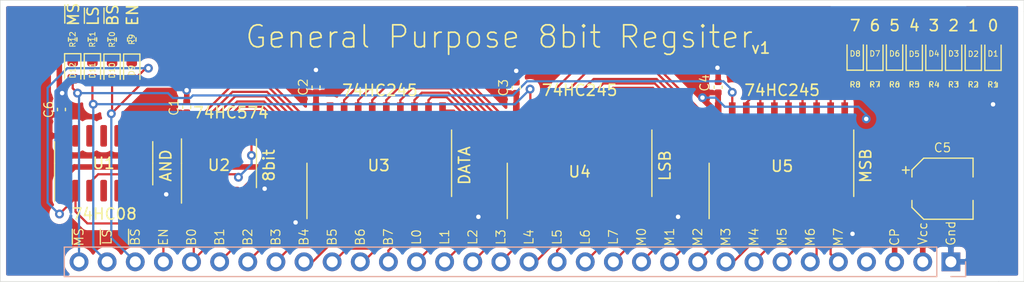
<source format=kicad_pcb>
(kicad_pcb (version 20171130) (host pcbnew "(5.1.10-1-10_14)")

  (general
    (thickness 1.6)
    (drawings 63)
    (tracks 512)
    (zones 0)
    (modules 36)
    (nets 54)
  )

  (page A4)
  (layers
    (0 F.Cu signal)
    (31 B.Cu signal)
    (32 B.Adhes user hide)
    (33 F.Adhes user hide)
    (34 B.Paste user hide)
    (35 F.Paste user hide)
    (36 B.SilkS user hide)
    (37 F.SilkS user)
    (38 B.Mask user hide)
    (39 F.Mask user hide)
    (40 Dwgs.User user hide)
    (41 Cmts.User user hide)
    (42 Eco1.User user hide)
    (43 Eco2.User user hide)
    (44 Edge.Cuts user)
    (45 Margin user hide)
    (46 B.CrtYd user)
    (47 F.CrtYd user)
    (48 B.Fab user)
    (49 F.Fab user hide)
  )

  (setup
    (last_trace_width 0.25)
    (user_trace_width 0.2)
    (user_trace_width 0.5)
    (trace_clearance 0.2)
    (zone_clearance 0.508)
    (zone_45_only no)
    (trace_min 0.2)
    (via_size 0.8)
    (via_drill 0.4)
    (via_min_size 0.4)
    (via_min_drill 0.3)
    (uvia_size 0.3)
    (uvia_drill 0.1)
    (uvias_allowed no)
    (uvia_min_size 0.2)
    (uvia_min_drill 0.1)
    (edge_width 0.05)
    (segment_width 0.2)
    (pcb_text_width 0.3)
    (pcb_text_size 1.5 1.5)
    (mod_edge_width 0.12)
    (mod_text_size 1 1)
    (mod_text_width 0.15)
    (pad_size 1.524 1.524)
    (pad_drill 0.762)
    (pad_to_mask_clearance 0)
    (aux_axis_origin 0 0)
    (grid_origin 134.874 84.328)
    (visible_elements FFFFFF7F)
    (pcbplotparams
      (layerselection 0x010fc_ffffffff)
      (usegerberextensions false)
      (usegerberattributes true)
      (usegerberadvancedattributes true)
      (creategerberjobfile true)
      (excludeedgelayer true)
      (linewidth 0.100000)
      (plotframeref false)
      (viasonmask false)
      (mode 1)
      (useauxorigin false)
      (hpglpennumber 1)
      (hpglpenspeed 20)
      (hpglpendiameter 15.000000)
      (psnegative false)
      (psa4output false)
      (plotreference true)
      (plotvalue true)
      (plotinvisibletext false)
      (padsonsilk false)
      (subtractmaskfromsilk false)
      (outputformat 1)
      (mirror false)
      (drillshape 0)
      (scaleselection 1)
      (outputdirectory ""))
  )

  (net 0 "")
  (net 1 "Net-(U1-Pad3)")
  (net 2 VCC)
  (net 3 GND)
  (net 4 BUS_07)
  (net 5 BUS_06)
  (net 6 BUS_05)
  (net 7 BUS_04)
  (net 8 BUS_03)
  (net 9 BUS_02)
  (net 10 BUS_01)
  (net 11 BUS_00)
  (net 12 CLOCK)
  (net 13 "Net-(D1-Pad1)")
  (net 14 A0)
  (net 15 A1)
  (net 16 A2)
  (net 17 A3)
  (net 18 A4)
  (net 19 A5)
  (net 20 A6)
  (net 21 A7)
  (net 22 "Net-(D2-Pad1)")
  (net 23 "Net-(D3-Pad1)")
  (net 24 "Net-(D4-Pad1)")
  (net 25 "Net-(D5-Pad1)")
  (net 26 "Net-(D6-Pad1)")
  (net 27 "Net-(D7-Pad1)")
  (net 28 "Net-(D8-Pad1)")
  (net 29 "Net-(D9-Pad1)")
  (net 30 "Net-(D10-Pad1)")
  (net 31 "Net-(D11-Pad1)")
  (net 32 "Net-(D12-Pad1)")
  (net 33 RESET)
  (net 34 /EN)
  (net 35 /BUS_OUT)
  (net 36 /LSB_OUT)
  (net 37 /MSB_OUT)
  (net 38 LSB_07)
  (net 39 LSB_06)
  (net 40 LSB_05)
  (net 41 LSB_00)
  (net 42 LSB_01)
  (net 43 LSB_02)
  (net 44 LSB_03)
  (net 45 LSB_04)
  (net 46 MSB_07)
  (net 47 MSB_06)
  (net 48 MSB_05)
  (net 49 MSB_00)
  (net 50 MSB_01)
  (net 51 MSB_02)
  (net 52 MSB_03)
  (net 53 MSB_04)

  (net_class Default "This is the default net class."
    (clearance 0.2)
    (trace_width 0.25)
    (via_dia 0.8)
    (via_drill 0.4)
    (uvia_dia 0.3)
    (uvia_drill 0.1)
    (add_net /BUS_OUT)
    (add_net /EN)
    (add_net /LSB_OUT)
    (add_net /MSB_OUT)
    (add_net A0)
    (add_net A1)
    (add_net A2)
    (add_net A3)
    (add_net A4)
    (add_net A5)
    (add_net A6)
    (add_net A7)
    (add_net BUS_00)
    (add_net BUS_01)
    (add_net BUS_02)
    (add_net BUS_03)
    (add_net BUS_04)
    (add_net BUS_05)
    (add_net BUS_06)
    (add_net BUS_07)
    (add_net CLOCK)
    (add_net GND)
    (add_net LSB_00)
    (add_net LSB_01)
    (add_net LSB_02)
    (add_net LSB_03)
    (add_net LSB_04)
    (add_net LSB_05)
    (add_net LSB_06)
    (add_net LSB_07)
    (add_net MSB_00)
    (add_net MSB_01)
    (add_net MSB_02)
    (add_net MSB_03)
    (add_net MSB_04)
    (add_net MSB_05)
    (add_net MSB_06)
    (add_net MSB_07)
    (add_net "Net-(D1-Pad1)")
    (add_net "Net-(D10-Pad1)")
    (add_net "Net-(D11-Pad1)")
    (add_net "Net-(D12-Pad1)")
    (add_net "Net-(D2-Pad1)")
    (add_net "Net-(D3-Pad1)")
    (add_net "Net-(D4-Pad1)")
    (add_net "Net-(D5-Pad1)")
    (add_net "Net-(D6-Pad1)")
    (add_net "Net-(D7-Pad1)")
    (add_net "Net-(D8-Pad1)")
    (add_net "Net-(D9-Pad1)")
    (add_net "Net-(U1-Pad3)")
    (add_net RESET)
    (add_net VCC)
  )

  (module Connector_PinHeader_2.54mm:PinHeader_1x32_P2.54mm_Vertical (layer B.Cu) (tedit 59FED5CC) (tstamp 6141795B)
    (at 202.438 89.916 90)
    (descr "Through hole straight pin header, 1x32, 2.54mm pitch, single row")
    (tags "Through hole pin header THT 1x32 2.54mm single row")
    (path /6239269B)
    (fp_text reference J1 (at 0 2.33 270) (layer B.SilkS) hide
      (effects (font (size 1 1) (thickness 0.15)) (justify mirror))
    )
    (fp_text value Conn_01x32 (at 0 -81.07 270) (layer B.Fab) hide
      (effects (font (size 1 1) (thickness 0.15)) (justify mirror))
    )
    (fp_line (start 1.8 1.8) (end -1.8 1.8) (layer B.CrtYd) (width 0.05))
    (fp_line (start 1.8 -80.55) (end 1.8 1.8) (layer B.CrtYd) (width 0.05))
    (fp_line (start -1.8 -80.55) (end 1.8 -80.55) (layer B.CrtYd) (width 0.05))
    (fp_line (start -1.8 1.8) (end -1.8 -80.55) (layer B.CrtYd) (width 0.05))
    (fp_line (start -1.33 1.33) (end 0 1.33) (layer B.SilkS) (width 0.12))
    (fp_line (start -1.33 0) (end -1.33 1.33) (layer B.SilkS) (width 0.12))
    (fp_line (start -1.33 -1.27) (end 1.33 -1.27) (layer B.SilkS) (width 0.12))
    (fp_line (start 1.33 -1.27) (end 1.33 -80.07) (layer B.SilkS) (width 0.12))
    (fp_line (start -1.33 -1.27) (end -1.33 -80.07) (layer B.SilkS) (width 0.12))
    (fp_line (start -1.33 -80.07) (end 1.33 -80.07) (layer B.SilkS) (width 0.12))
    (fp_line (start -1.27 0.635) (end -0.635 1.27) (layer B.Fab) (width 0.1))
    (fp_line (start -1.27 -80.01) (end -1.27 0.635) (layer B.Fab) (width 0.1))
    (fp_line (start 1.27 -80.01) (end -1.27 -80.01) (layer B.Fab) (width 0.1))
    (fp_line (start 1.27 1.27) (end 1.27 -80.01) (layer B.Fab) (width 0.1))
    (fp_line (start -0.635 1.27) (end 1.27 1.27) (layer B.Fab) (width 0.1))
    (fp_text user %R (at 0 -39.37) (layer B.Fab) hide
      (effects (font (size 1 1) (thickness 0.15)) (justify mirror))
    )
    (pad 32 thru_hole oval (at 0 -78.74 90) (size 1.7 1.7) (drill 1) (layers *.Cu *.Mask)
      (net 37 /MSB_OUT))
    (pad 31 thru_hole oval (at 0 -76.2 90) (size 1.7 1.7) (drill 1) (layers *.Cu *.Mask)
      (net 36 /LSB_OUT))
    (pad 30 thru_hole oval (at 0 -73.66 90) (size 1.7 1.7) (drill 1) (layers *.Cu *.Mask)
      (net 35 /BUS_OUT))
    (pad 29 thru_hole oval (at 0 -71.12 90) (size 1.7 1.7) (drill 1) (layers *.Cu *.Mask)
      (net 34 /EN))
    (pad 28 thru_hole oval (at 0 -68.58 90) (size 1.7 1.7) (drill 1) (layers *.Cu *.Mask)
      (net 11 BUS_00))
    (pad 27 thru_hole oval (at 0 -66.04 90) (size 1.7 1.7) (drill 1) (layers *.Cu *.Mask)
      (net 10 BUS_01))
    (pad 26 thru_hole oval (at 0 -63.5 90) (size 1.7 1.7) (drill 1) (layers *.Cu *.Mask)
      (net 9 BUS_02))
    (pad 25 thru_hole oval (at 0 -60.96 90) (size 1.7 1.7) (drill 1) (layers *.Cu *.Mask)
      (net 8 BUS_03))
    (pad 24 thru_hole oval (at 0 -58.42 90) (size 1.7 1.7) (drill 1) (layers *.Cu *.Mask)
      (net 7 BUS_04))
    (pad 23 thru_hole oval (at 0 -55.88 90) (size 1.7 1.7) (drill 1) (layers *.Cu *.Mask)
      (net 6 BUS_05))
    (pad 22 thru_hole oval (at 0 -53.34 90) (size 1.7 1.7) (drill 1) (layers *.Cu *.Mask)
      (net 5 BUS_06))
    (pad 21 thru_hole oval (at 0 -50.8 90) (size 1.7 1.7) (drill 1) (layers *.Cu *.Mask)
      (net 4 BUS_07))
    (pad 20 thru_hole oval (at 0 -48.26 90) (size 1.7 1.7) (drill 1) (layers *.Cu *.Mask)
      (net 41 LSB_00))
    (pad 19 thru_hole oval (at 0 -45.72 90) (size 1.7 1.7) (drill 1) (layers *.Cu *.Mask)
      (net 42 LSB_01))
    (pad 18 thru_hole oval (at 0 -43.18 90) (size 1.7 1.7) (drill 1) (layers *.Cu *.Mask)
      (net 43 LSB_02))
    (pad 17 thru_hole oval (at 0 -40.64 90) (size 1.7 1.7) (drill 1) (layers *.Cu *.Mask)
      (net 44 LSB_03))
    (pad 16 thru_hole oval (at 0 -38.1 90) (size 1.7 1.7) (drill 1) (layers *.Cu *.Mask)
      (net 45 LSB_04))
    (pad 15 thru_hole oval (at 0 -35.56 90) (size 1.7 1.7) (drill 1) (layers *.Cu *.Mask)
      (net 40 LSB_05))
    (pad 14 thru_hole oval (at 0 -33.02 90) (size 1.7 1.7) (drill 1) (layers *.Cu *.Mask)
      (net 39 LSB_06))
    (pad 13 thru_hole oval (at 0 -30.48 90) (size 1.7 1.7) (drill 1) (layers *.Cu *.Mask)
      (net 38 LSB_07))
    (pad 12 thru_hole oval (at 0 -27.94 90) (size 1.7 1.7) (drill 1) (layers *.Cu *.Mask)
      (net 49 MSB_00))
    (pad 11 thru_hole oval (at 0 -25.4 90) (size 1.7 1.7) (drill 1) (layers *.Cu *.Mask)
      (net 50 MSB_01))
    (pad 10 thru_hole oval (at 0 -22.86 90) (size 1.7 1.7) (drill 1) (layers *.Cu *.Mask)
      (net 51 MSB_02))
    (pad 9 thru_hole oval (at 0 -20.32 90) (size 1.7 1.7) (drill 1) (layers *.Cu *.Mask)
      (net 52 MSB_03))
    (pad 8 thru_hole oval (at 0 -17.78 90) (size 1.7 1.7) (drill 1) (layers *.Cu *.Mask)
      (net 53 MSB_04))
    (pad 7 thru_hole oval (at 0 -15.24 90) (size 1.7 1.7) (drill 1) (layers *.Cu *.Mask)
      (net 48 MSB_05))
    (pad 6 thru_hole oval (at 0 -12.7 90) (size 1.7 1.7) (drill 1) (layers *.Cu *.Mask)
      (net 47 MSB_06))
    (pad 5 thru_hole oval (at 0 -10.16 90) (size 1.7 1.7) (drill 1) (layers *.Cu *.Mask)
      (net 46 MSB_07))
    (pad 4 thru_hole oval (at 0 -7.62 90) (size 1.7 1.7) (drill 1) (layers *.Cu *.Mask)
      (net 33 RESET))
    (pad 3 thru_hole oval (at 0 -5.08 90) (size 1.7 1.7) (drill 1) (layers *.Cu *.Mask)
      (net 12 CLOCK))
    (pad 2 thru_hole oval (at 0 -2.54 90) (size 1.7 1.7) (drill 1) (layers *.Cu *.Mask)
      (net 2 VCC))
    (pad 1 thru_hole rect (at 0 0 90) (size 1.7 1.7) (drill 1) (layers *.Cu *.Mask)
      (net 3 GND))
    (model ${KISYS3DMOD}/Connector_PinHeader_2.54mm.3dshapes/PinHeader_1x32_P2.54mm_Vertical.wrl
      (at (xyz 0 0 0))
      (scale (xyz 1 1 1))
      (rotate (xyz 0 0 0))
    )
  )

  (module Capacitor_SMD:C_0402_1005Metric (layer F.Cu) (tedit 5F68FEEE) (tstamp 61419A17)
    (at 122.112 76.158 90)
    (descr "Capacitor SMD 0402 (1005 Metric), square (rectangular) end terminal, IPC_7351 nominal, (Body size source: IPC-SM-782 page 76, https://www.pcb-3d.com/wordpress/wp-content/uploads/ipc-sm-782a_amendment_1_and_2.pdf), generated with kicad-footprint-generator")
    (tags capacitor)
    (path /62329BE1)
    (attr smd)
    (fp_text reference C6 (at 0 -1.16 90) (layer F.SilkS)
      (effects (font (size 0.8 0.8) (thickness 0.1)))
    )
    (fp_text value CL05A106MQ5NUNC (at 0 1.16 90) (layer F.Fab)
      (effects (font (size 1 1) (thickness 0.15)))
    )
    (fp_line (start 0.91 0.46) (end -0.91 0.46) (layer F.CrtYd) (width 0.05))
    (fp_line (start 0.91 -0.46) (end 0.91 0.46) (layer F.CrtYd) (width 0.05))
    (fp_line (start -0.91 -0.46) (end 0.91 -0.46) (layer F.CrtYd) (width 0.05))
    (fp_line (start -0.91 0.46) (end -0.91 -0.46) (layer F.CrtYd) (width 0.05))
    (fp_line (start -0.107836 0.36) (end 0.107836 0.36) (layer F.SilkS) (width 0.12))
    (fp_line (start -0.107836 -0.36) (end 0.107836 -0.36) (layer F.SilkS) (width 0.12))
    (fp_line (start 0.5 0.25) (end -0.5 0.25) (layer F.Fab) (width 0.1))
    (fp_line (start 0.5 -0.25) (end 0.5 0.25) (layer F.Fab) (width 0.1))
    (fp_line (start -0.5 -0.25) (end 0.5 -0.25) (layer F.Fab) (width 0.1))
    (fp_line (start -0.5 0.25) (end -0.5 -0.25) (layer F.Fab) (width 0.1))
    (fp_text user %R (at 0 0 90) (layer F.Fab)
      (effects (font (size 0.25 0.25) (thickness 0.04)))
    )
    (pad 2 smd roundrect (at 0.48 0 90) (size 0.56 0.62) (layers F.Cu F.Paste F.Mask) (roundrect_rratio 0.25)
      (net 3 GND))
    (pad 1 smd roundrect (at -0.48 0 90) (size 0.56 0.62) (layers F.Cu F.Paste F.Mask) (roundrect_rratio 0.25)
      (net 2 VCC))
    (model ${KISYS3DMOD}/Capacitor_SMD.3dshapes/C_0402_1005Metric.wrl
      (at (xyz 0 0 0))
      (scale (xyz 1 1 1))
      (rotate (xyz 0 0 0))
    )
  )

  (module Package_SO:SO-20_12.8x7.5mm_P1.27mm (layer F.Cu) (tedit 5A02F2D3) (tstamp 61429145)
    (at 187.136 81.012 90)
    (descr "SO-20, 12.8x7.5mm, https://www.nxp.com/docs/en/data-sheet/SA605.pdf")
    (tags "S0-20 ")
    (path /622C55B9)
    (attr smd)
    (fp_text reference U5 (at -0.268 0.062 180) (layer F.SilkS)
      (effects (font (size 1 1) (thickness 0.15)))
    )
    (fp_text value 74HC245D,653 (at 0 7.99 90) (layer F.Fab)
      (effects (font (size 1 1) (thickness 0.15)))
    )
    (fp_line (start -5.7 6.7) (end -5.7 -6.7) (layer F.CrtYd) (width 0.05))
    (fp_line (start 5.7 6.7) (end -5.7 6.7) (layer F.CrtYd) (width 0.05))
    (fp_line (start 5.7 -6.7) (end 5.7 6.7) (layer F.CrtYd) (width 0.05))
    (fp_line (start -5.7 -6.7) (end 5.7 -6.7) (layer F.CrtYd) (width 0.05))
    (fp_line (start -5 -6.53) (end 0 -6.53) (layer F.SilkS) (width 0.12))
    (fp_line (start -3 6.53) (end 3 6.53) (layer F.SilkS) (width 0.12))
    (fp_line (start -2.2 -5.4) (end -1.2 -6.4) (layer F.Fab) (width 0.1))
    (fp_line (start -2.2 6.4) (end -2.2 -5.4) (layer F.Fab) (width 0.1))
    (fp_line (start 2.2 6.4) (end -2.2 6.4) (layer F.Fab) (width 0.1))
    (fp_line (start 2.2 -6.4) (end 2.2 6.4) (layer F.Fab) (width 0.1))
    (fp_line (start -1.2 -6.4) (end 2.2 -6.4) (layer F.Fab) (width 0.1))
    (fp_text user %R (at 0 0 90) (layer F.Fab)
      (effects (font (size 1 1) (thickness 0.15)))
    )
    (fp_text user 74HC245 (at 6.59 0.062) (layer F.SilkS)
      (effects (font (size 1 1) (thickness 0.15)))
    )
    (pad 20 smd rect (at 4.75 -5.715 90) (size 1.5 0.6) (layers F.Cu F.Paste F.Mask)
      (net 2 VCC))
    (pad 19 smd rect (at 4.75 -4.445 90) (size 1.5 0.6) (layers F.Cu F.Paste F.Mask)
      (net 37 /MSB_OUT))
    (pad 18 smd rect (at 4.75 -3.175 90) (size 1.5 0.6) (layers F.Cu F.Paste F.Mask)
      (net 14 A0))
    (pad 17 smd rect (at 4.75 -1.905 90) (size 1.5 0.6) (layers F.Cu F.Paste F.Mask)
      (net 15 A1))
    (pad 16 smd rect (at 4.75 -0.635 90) (size 1.5 0.6) (layers F.Cu F.Paste F.Mask)
      (net 16 A2))
    (pad 15 smd rect (at 4.75 0.635 90) (size 1.5 0.6) (layers F.Cu F.Paste F.Mask)
      (net 17 A3))
    (pad 14 smd rect (at 4.75 1.905 90) (size 1.5 0.6) (layers F.Cu F.Paste F.Mask)
      (net 18 A4))
    (pad 13 smd rect (at 4.75 3.175 90) (size 1.5 0.6) (layers F.Cu F.Paste F.Mask)
      (net 19 A5))
    (pad 12 smd rect (at 4.75 4.445 90) (size 1.5 0.6) (layers F.Cu F.Paste F.Mask)
      (net 20 A6))
    (pad 11 smd rect (at 4.75 5.715 90) (size 1.5 0.6) (layers F.Cu F.Paste F.Mask)
      (net 21 A7))
    (pad 10 smd rect (at -4.75 5.715 90) (size 1.5 0.6) (layers F.Cu F.Paste F.Mask)
      (net 3 GND))
    (pad 9 smd rect (at -4.75 4.445 90) (size 1.5 0.6) (layers F.Cu F.Paste F.Mask)
      (net 46 MSB_07))
    (pad 8 smd rect (at -4.75 3.175 90) (size 1.5 0.6) (layers F.Cu F.Paste F.Mask)
      (net 47 MSB_06))
    (pad 7 smd rect (at -4.75 1.905 90) (size 1.5 0.6) (layers F.Cu F.Paste F.Mask)
      (net 48 MSB_05))
    (pad 1 smd rect (at -4.75 -5.715 90) (size 1.5 0.6) (layers F.Cu F.Paste F.Mask)
      (net 3 GND))
    (pad 2 smd rect (at -4.75 -4.445 90) (size 1.5 0.6) (layers F.Cu F.Paste F.Mask)
      (net 49 MSB_00))
    (pad 3 smd rect (at -4.75 -3.175 90) (size 1.5 0.6) (layers F.Cu F.Paste F.Mask)
      (net 50 MSB_01))
    (pad 4 smd rect (at -4.75 -1.905 90) (size 1.5 0.6) (layers F.Cu F.Paste F.Mask)
      (net 51 MSB_02))
    (pad 5 smd rect (at -4.75 -0.635 90) (size 1.5 0.6) (layers F.Cu F.Paste F.Mask)
      (net 52 MSB_03))
    (pad 6 smd rect (at -4.75 0.635 90) (size 1.5 0.6) (layers F.Cu F.Paste F.Mask)
      (net 53 MSB_04))
    (model ${KISYS3DMOD}/Package_SO.3dshapes/SO-20_12.8x7.5mm_P1.27mm.wrl
      (at (xyz 0 0 0))
      (scale (xyz 1 1 1))
      (rotate (xyz 0 0 0))
    )
  )

  (module Package_SO:SO-20_12.8x7.5mm_P1.27mm (layer F.Cu) (tedit 5A02F2D3) (tstamp 61420EA8)
    (at 168.9056 81.012 90)
    (descr "SO-20, 12.8x7.5mm, https://www.nxp.com/docs/en/data-sheet/SA605.pdf")
    (tags "S0-20 ")
    (path /622C1093)
    (attr smd)
    (fp_text reference U4 (at -0.776 0.0044 180) (layer F.SilkS)
      (effects (font (size 1 1) (thickness 0.15)))
    )
    (fp_text value 74HC245D,653 (at 0 7.99 90) (layer F.Fab)
      (effects (font (size 1 1) (thickness 0.15)))
    )
    (fp_line (start -5.7 6.7) (end -5.7 -6.7) (layer F.CrtYd) (width 0.05))
    (fp_line (start 5.7 6.7) (end -5.7 6.7) (layer F.CrtYd) (width 0.05))
    (fp_line (start 5.7 -6.7) (end 5.7 6.7) (layer F.CrtYd) (width 0.05))
    (fp_line (start -5.7 -6.7) (end 5.7 -6.7) (layer F.CrtYd) (width 0.05))
    (fp_line (start -5 -6.53) (end 0 -6.53) (layer F.SilkS) (width 0.12))
    (fp_line (start -3 6.53) (end 3 6.53) (layer F.SilkS) (width 0.12))
    (fp_line (start -2.2 -5.4) (end -1.2 -6.4) (layer F.Fab) (width 0.1))
    (fp_line (start -2.2 6.4) (end -2.2 -5.4) (layer F.Fab) (width 0.1))
    (fp_line (start 2.2 6.4) (end -2.2 6.4) (layer F.Fab) (width 0.1))
    (fp_line (start 2.2 -6.4) (end 2.2 6.4) (layer F.Fab) (width 0.1))
    (fp_line (start -1.2 -6.4) (end 2.2 -6.4) (layer F.Fab) (width 0.1))
    (fp_text user %R (at 0 0 90) (layer F.Fab)
      (effects (font (size 1 1) (thickness 0.15)))
    )
    (fp_text user 74HC245 (at 6.59 0.0044 180) (layer F.SilkS)
      (effects (font (size 1 1) (thickness 0.15)))
    )
    (pad 20 smd rect (at 4.75 -5.715 90) (size 1.5 0.6) (layers F.Cu F.Paste F.Mask)
      (net 2 VCC))
    (pad 19 smd rect (at 4.75 -4.445 90) (size 1.5 0.6) (layers F.Cu F.Paste F.Mask)
      (net 36 /LSB_OUT))
    (pad 18 smd rect (at 4.75 -3.175 90) (size 1.5 0.6) (layers F.Cu F.Paste F.Mask)
      (net 14 A0))
    (pad 17 smd rect (at 4.75 -1.905 90) (size 1.5 0.6) (layers F.Cu F.Paste F.Mask)
      (net 15 A1))
    (pad 16 smd rect (at 4.75 -0.635 90) (size 1.5 0.6) (layers F.Cu F.Paste F.Mask)
      (net 16 A2))
    (pad 15 smd rect (at 4.75 0.635 90) (size 1.5 0.6) (layers F.Cu F.Paste F.Mask)
      (net 17 A3))
    (pad 14 smd rect (at 4.75 1.905 90) (size 1.5 0.6) (layers F.Cu F.Paste F.Mask)
      (net 18 A4))
    (pad 13 smd rect (at 4.75 3.175 90) (size 1.5 0.6) (layers F.Cu F.Paste F.Mask)
      (net 19 A5))
    (pad 12 smd rect (at 4.75 4.445 90) (size 1.5 0.6) (layers F.Cu F.Paste F.Mask)
      (net 20 A6))
    (pad 11 smd rect (at 4.75 5.715 90) (size 1.5 0.6) (layers F.Cu F.Paste F.Mask)
      (net 21 A7))
    (pad 10 smd rect (at -4.75 5.715 90) (size 1.5 0.6) (layers F.Cu F.Paste F.Mask)
      (net 3 GND))
    (pad 9 smd rect (at -4.75 4.445 90) (size 1.5 0.6) (layers F.Cu F.Paste F.Mask)
      (net 38 LSB_07))
    (pad 8 smd rect (at -4.75 3.175 90) (size 1.5 0.6) (layers F.Cu F.Paste F.Mask)
      (net 39 LSB_06))
    (pad 7 smd rect (at -4.75 1.905 90) (size 1.5 0.6) (layers F.Cu F.Paste F.Mask)
      (net 40 LSB_05))
    (pad 1 smd rect (at -4.75 -5.715 90) (size 1.5 0.6) (layers F.Cu F.Paste F.Mask)
      (net 3 GND))
    (pad 2 smd rect (at -4.75 -4.445 90) (size 1.5 0.6) (layers F.Cu F.Paste F.Mask)
      (net 41 LSB_00))
    (pad 3 smd rect (at -4.75 -3.175 90) (size 1.5 0.6) (layers F.Cu F.Paste F.Mask)
      (net 42 LSB_01))
    (pad 4 smd rect (at -4.75 -1.905 90) (size 1.5 0.6) (layers F.Cu F.Paste F.Mask)
      (net 43 LSB_02))
    (pad 5 smd rect (at -4.75 -0.635 90) (size 1.5 0.6) (layers F.Cu F.Paste F.Mask)
      (net 44 LSB_03))
    (pad 6 smd rect (at -4.75 0.635 90) (size 1.5 0.6) (layers F.Cu F.Paste F.Mask)
      (net 45 LSB_04))
    (model ${KISYS3DMOD}/Package_SO.3dshapes/SO-20_12.8x7.5mm_P1.27mm.wrl
      (at (xyz 0 0 0))
      (scale (xyz 1 1 1))
      (rotate (xyz 0 0 0))
    )
  )

  (module Package_SO:SO-20_12.8x7.5mm_P1.27mm (layer F.Cu) (tedit 5A02F2D3) (tstamp 61421D94)
    (at 150.814 81.012 90)
    (descr "SO-20, 12.8x7.5mm, https://www.nxp.com/docs/en/data-sheet/SA605.pdf")
    (tags "S0-20 ")
    (path /613A1FAE)
    (attr smd)
    (fp_text reference U3 (at -0.206 -0.05 180) (layer F.SilkS)
      (effects (font (size 1 1) (thickness 0.15)))
    )
    (fp_text value 74HC245D,653 (at 0 7.99 90) (layer F.Fab)
      (effects (font (size 1 1) (thickness 0.15)))
    )
    (fp_line (start -5.7 6.7) (end -5.7 -6.7) (layer F.CrtYd) (width 0.05))
    (fp_line (start 5.7 6.7) (end -5.7 6.7) (layer F.CrtYd) (width 0.05))
    (fp_line (start 5.7 -6.7) (end 5.7 6.7) (layer F.CrtYd) (width 0.05))
    (fp_line (start -5.7 -6.7) (end 5.7 -6.7) (layer F.CrtYd) (width 0.05))
    (fp_line (start -5 -6.53) (end 0 -6.53) (layer F.SilkS) (width 0.12))
    (fp_line (start -3 6.53) (end 3 6.53) (layer F.SilkS) (width 0.12))
    (fp_line (start -2.2 -5.4) (end -1.2 -6.4) (layer F.Fab) (width 0.1))
    (fp_line (start -2.2 6.4) (end -2.2 -5.4) (layer F.Fab) (width 0.1))
    (fp_line (start 2.2 6.4) (end -2.2 6.4) (layer F.Fab) (width 0.1))
    (fp_line (start 2.2 -6.4) (end 2.2 6.4) (layer F.Fab) (width 0.1))
    (fp_line (start -1.2 -6.4) (end 2.2 -6.4) (layer F.Fab) (width 0.1))
    (fp_text user %R (at 0 0 90) (layer F.Fab)
      (effects (font (size 1 1) (thickness 0.15)))
    )
    (fp_text user 74HC245 (at 6.59 0.062 180) (layer F.SilkS)
      (effects (font (size 1 1) (thickness 0.15)))
    )
    (pad 20 smd rect (at 4.75 -5.715 90) (size 1.5 0.6) (layers F.Cu F.Paste F.Mask)
      (net 2 VCC))
    (pad 19 smd rect (at 4.75 -4.445 90) (size 1.5 0.6) (layers F.Cu F.Paste F.Mask)
      (net 35 /BUS_OUT))
    (pad 18 smd rect (at 4.75 -3.175 90) (size 1.5 0.6) (layers F.Cu F.Paste F.Mask)
      (net 14 A0))
    (pad 17 smd rect (at 4.75 -1.905 90) (size 1.5 0.6) (layers F.Cu F.Paste F.Mask)
      (net 15 A1))
    (pad 16 smd rect (at 4.75 -0.635 90) (size 1.5 0.6) (layers F.Cu F.Paste F.Mask)
      (net 16 A2))
    (pad 15 smd rect (at 4.75 0.635 90) (size 1.5 0.6) (layers F.Cu F.Paste F.Mask)
      (net 17 A3))
    (pad 14 smd rect (at 4.75 1.905 90) (size 1.5 0.6) (layers F.Cu F.Paste F.Mask)
      (net 18 A4))
    (pad 13 smd rect (at 4.75 3.175 90) (size 1.5 0.6) (layers F.Cu F.Paste F.Mask)
      (net 19 A5))
    (pad 12 smd rect (at 4.75 4.445 90) (size 1.5 0.6) (layers F.Cu F.Paste F.Mask)
      (net 20 A6))
    (pad 11 smd rect (at 4.75 5.715 90) (size 1.5 0.6) (layers F.Cu F.Paste F.Mask)
      (net 21 A7))
    (pad 10 smd rect (at -4.75 5.715 90) (size 1.5 0.6) (layers F.Cu F.Paste F.Mask)
      (net 3 GND))
    (pad 9 smd rect (at -4.75 4.445 90) (size 1.5 0.6) (layers F.Cu F.Paste F.Mask)
      (net 4 BUS_07))
    (pad 8 smd rect (at -4.75 3.175 90) (size 1.5 0.6) (layers F.Cu F.Paste F.Mask)
      (net 5 BUS_06))
    (pad 7 smd rect (at -4.75 1.905 90) (size 1.5 0.6) (layers F.Cu F.Paste F.Mask)
      (net 6 BUS_05))
    (pad 1 smd rect (at -4.75 -5.715 90) (size 1.5 0.6) (layers F.Cu F.Paste F.Mask)
      (net 3 GND))
    (pad 2 smd rect (at -4.75 -4.445 90) (size 1.5 0.6) (layers F.Cu F.Paste F.Mask)
      (net 11 BUS_00))
    (pad 3 smd rect (at -4.75 -3.175 90) (size 1.5 0.6) (layers F.Cu F.Paste F.Mask)
      (net 10 BUS_01))
    (pad 4 smd rect (at -4.75 -1.905 90) (size 1.5 0.6) (layers F.Cu F.Paste F.Mask)
      (net 9 BUS_02))
    (pad 5 smd rect (at -4.75 -0.635 90) (size 1.5 0.6) (layers F.Cu F.Paste F.Mask)
      (net 8 BUS_03))
    (pad 6 smd rect (at -4.75 0.635 90) (size 1.5 0.6) (layers F.Cu F.Paste F.Mask)
      (net 7 BUS_04))
    (model ${KISYS3DMOD}/Package_SO.3dshapes/SO-20_12.8x7.5mm_P1.27mm.wrl
      (at (xyz 0 0 0))
      (scale (xyz 1 1 1))
      (rotate (xyz 0 0 0))
    )
  )

  (module Package_SO:TSSOP-20_4.4x6.5mm_P0.65mm (layer F.Cu) (tedit 5E476F32) (tstamp 6141A641)
    (at 136.336 81.012 90)
    (descr "TSSOP, 20 Pin (JEDEC MO-153 Var AC https://www.jedec.org/document_search?search_api_views_fulltext=MO-153), generated with kicad-footprint-generator ipc_gullwing_generator.py")
    (tags "TSSOP SO")
    (path /61396A73)
    (attr smd)
    (fp_text reference U2 (at -0.176 -0.002 180) (layer F.SilkS)
      (effects (font (size 1 1) (thickness 0.15)))
    )
    (fp_text value 74HC574PW,118 (at 0 4.2 90) (layer F.Fab)
      (effects (font (size 1 1) (thickness 0.15)))
    )
    (fp_line (start 3.85 -3.5) (end -3.85 -3.5) (layer F.CrtYd) (width 0.05))
    (fp_line (start 3.85 3.5) (end 3.85 -3.5) (layer F.CrtYd) (width 0.05))
    (fp_line (start -3.85 3.5) (end 3.85 3.5) (layer F.CrtYd) (width 0.05))
    (fp_line (start -3.85 -3.5) (end -3.85 3.5) (layer F.CrtYd) (width 0.05))
    (fp_line (start -2.2 -2.25) (end -1.2 -3.25) (layer F.Fab) (width 0.1))
    (fp_line (start -2.2 3.25) (end -2.2 -2.25) (layer F.Fab) (width 0.1))
    (fp_line (start 2.2 3.25) (end -2.2 3.25) (layer F.Fab) (width 0.1))
    (fp_line (start 2.2 -3.25) (end 2.2 3.25) (layer F.Fab) (width 0.1))
    (fp_line (start -1.2 -3.25) (end 2.2 -3.25) (layer F.Fab) (width 0.1))
    (fp_line (start 0 -3.385) (end -3.6 -3.385) (layer F.SilkS) (width 0.12))
    (fp_line (start 0 -3.385) (end 2.2 -3.385) (layer F.SilkS) (width 0.12))
    (fp_line (start 0 3.385) (end -2.2 3.385) (layer F.SilkS) (width 0.12))
    (fp_line (start 0 3.385) (end 2.2 3.385) (layer F.SilkS) (width 0.12))
    (fp_text user %R (at 0 0 90) (layer F.Fab)
      (effects (font (size 1 1) (thickness 0.15)))
    )
    (fp_text user 74HC574 (at 4.558 1.078 180) (layer F.SilkS)
      (effects (font (size 1 1) (thickness 0.15)))
    )
    (pad 20 smd roundrect (at 2.8625 -2.925 90) (size 1.475 0.4) (layers F.Cu F.Paste F.Mask) (roundrect_rratio 0.25)
      (net 2 VCC))
    (pad 19 smd roundrect (at 2.8625 -2.275 90) (size 1.475 0.4) (layers F.Cu F.Paste F.Mask) (roundrect_rratio 0.25)
      (net 14 A0))
    (pad 18 smd roundrect (at 2.8625 -1.625 90) (size 1.475 0.4) (layers F.Cu F.Paste F.Mask) (roundrect_rratio 0.25)
      (net 15 A1))
    (pad 17 smd roundrect (at 2.8625 -0.975 90) (size 1.475 0.4) (layers F.Cu F.Paste F.Mask) (roundrect_rratio 0.25)
      (net 16 A2))
    (pad 16 smd roundrect (at 2.8625 -0.325 90) (size 1.475 0.4) (layers F.Cu F.Paste F.Mask) (roundrect_rratio 0.25)
      (net 17 A3))
    (pad 15 smd roundrect (at 2.8625 0.325 90) (size 1.475 0.4) (layers F.Cu F.Paste F.Mask) (roundrect_rratio 0.25)
      (net 18 A4))
    (pad 14 smd roundrect (at 2.8625 0.975 90) (size 1.475 0.4) (layers F.Cu F.Paste F.Mask) (roundrect_rratio 0.25)
      (net 19 A5))
    (pad 13 smd roundrect (at 2.8625 1.625 90) (size 1.475 0.4) (layers F.Cu F.Paste F.Mask) (roundrect_rratio 0.25)
      (net 20 A6))
    (pad 12 smd roundrect (at 2.8625 2.275 90) (size 1.475 0.4) (layers F.Cu F.Paste F.Mask) (roundrect_rratio 0.25)
      (net 21 A7))
    (pad 11 smd roundrect (at 2.8625 2.925 90) (size 1.475 0.4) (layers F.Cu F.Paste F.Mask) (roundrect_rratio 0.25)
      (net 1 "Net-(U1-Pad3)"))
    (pad 10 smd roundrect (at -2.8625 2.925 90) (size 1.475 0.4) (layers F.Cu F.Paste F.Mask) (roundrect_rratio 0.25)
      (net 3 GND))
    (pad 9 smd roundrect (at -2.8625 2.275 90) (size 1.475 0.4) (layers F.Cu F.Paste F.Mask) (roundrect_rratio 0.25)
      (net 4 BUS_07))
    (pad 8 smd roundrect (at -2.8625 1.625 90) (size 1.475 0.4) (layers F.Cu F.Paste F.Mask) (roundrect_rratio 0.25)
      (net 5 BUS_06))
    (pad 7 smd roundrect (at -2.8625 0.975 90) (size 1.475 0.4) (layers F.Cu F.Paste F.Mask) (roundrect_rratio 0.25)
      (net 6 BUS_05))
    (pad 6 smd roundrect (at -2.8625 0.325 90) (size 1.475 0.4) (layers F.Cu F.Paste F.Mask) (roundrect_rratio 0.25)
      (net 7 BUS_04))
    (pad 5 smd roundrect (at -2.8625 -0.325 90) (size 1.475 0.4) (layers F.Cu F.Paste F.Mask) (roundrect_rratio 0.25)
      (net 8 BUS_03))
    (pad 4 smd roundrect (at -2.8625 -0.975 90) (size 1.475 0.4) (layers F.Cu F.Paste F.Mask) (roundrect_rratio 0.25)
      (net 9 BUS_02))
    (pad 3 smd roundrect (at -2.8625 -1.625 90) (size 1.475 0.4) (layers F.Cu F.Paste F.Mask) (roundrect_rratio 0.25)
      (net 10 BUS_01))
    (pad 2 smd roundrect (at -2.8625 -2.275 90) (size 1.475 0.4) (layers F.Cu F.Paste F.Mask) (roundrect_rratio 0.25)
      (net 11 BUS_00))
    (pad 1 smd roundrect (at -2.8625 -2.925 90) (size 1.475 0.4) (layers F.Cu F.Paste F.Mask) (roundrect_rratio 0.25)
      (net 3 GND))
    (model ${KISYS3DMOD}/Package_SO.3dshapes/TSSOP-20_4.4x6.5mm_P0.65mm.wrl
      (at (xyz 0 0 0))
      (scale (xyz 1 1 1))
      (rotate (xyz 0 0 0))
    )
  )

  (module Package_SO:SOIC-14_3.9x8.7mm_P1.27mm (layer F.Cu) (tedit 5D9F72B1) (tstamp 614199C9)
    (at 125.922 81.012 90)
    (descr "SOIC, 14 Pin (JEDEC MS-012AB, https://www.analog.com/media/en/package-pcb-resources/package/pkg_pdf/soic_narrow-r/r_14.pdf), generated with kicad-footprint-generator ipc_gullwing_generator.py")
    (tags "SOIC SO")
    (path /61399664)
    (attr smd)
    (fp_text reference U1 (at 0 0 180) (layer F.SilkS)
      (effects (font (size 1 1) (thickness 0.15)))
    )
    (fp_text value 74HC08D,653 (at 0 5.28 90) (layer F.Fab)
      (effects (font (size 1 1) (thickness 0.15)))
    )
    (fp_line (start 3.7 -4.58) (end -3.7 -4.58) (layer F.CrtYd) (width 0.05))
    (fp_line (start 3.7 4.58) (end 3.7 -4.58) (layer F.CrtYd) (width 0.05))
    (fp_line (start -3.7 4.58) (end 3.7 4.58) (layer F.CrtYd) (width 0.05))
    (fp_line (start -3.7 -4.58) (end -3.7 4.58) (layer F.CrtYd) (width 0.05))
    (fp_line (start -1.95 -3.35) (end -0.975 -4.325) (layer F.Fab) (width 0.1))
    (fp_line (start -1.95 4.325) (end -1.95 -3.35) (layer F.Fab) (width 0.1))
    (fp_line (start 1.95 4.325) (end -1.95 4.325) (layer F.Fab) (width 0.1))
    (fp_line (start 1.95 -4.325) (end 1.95 4.325) (layer F.Fab) (width 0.1))
    (fp_line (start -0.975 -4.325) (end 1.95 -4.325) (layer F.Fab) (width 0.1))
    (fp_line (start 0 -4.435) (end -3.45 -4.435) (layer F.SilkS) (width 0.12))
    (fp_line (start 0 -4.435) (end 1.95 -4.435) (layer F.SilkS) (width 0.12))
    (fp_line (start 0 4.435) (end -1.95 4.435) (layer F.SilkS) (width 0.12))
    (fp_line (start 0 4.435) (end 1.95 4.435) (layer F.SilkS) (width 0.12))
    (fp_text user %R (at 0 0 90) (layer F.Fab)
      (effects (font (size 0.98 0.98) (thickness 0.15)))
    )
    (fp_text user 74HC08 (at -4.586 0.062) (layer F.SilkS)
      (effects (font (size 1 1) (thickness 0.15)))
    )
    (pad 14 smd roundrect (at 2.475 -3.81 90) (size 1.95 0.6) (layers F.Cu F.Paste F.Mask) (roundrect_rratio 0.25)
      (net 2 VCC))
    (pad 13 smd roundrect (at 2.475 -2.54 90) (size 1.95 0.6) (layers F.Cu F.Paste F.Mask) (roundrect_rratio 0.25))
    (pad 12 smd roundrect (at 2.475 -1.27 90) (size 1.95 0.6) (layers F.Cu F.Paste F.Mask) (roundrect_rratio 0.25))
    (pad 11 smd roundrect (at 2.475 0 90) (size 1.95 0.6) (layers F.Cu F.Paste F.Mask) (roundrect_rratio 0.25))
    (pad 10 smd roundrect (at 2.475 1.27 90) (size 1.95 0.6) (layers F.Cu F.Paste F.Mask) (roundrect_rratio 0.25))
    (pad 9 smd roundrect (at 2.475 2.54 90) (size 1.95 0.6) (layers F.Cu F.Paste F.Mask) (roundrect_rratio 0.25))
    (pad 8 smd roundrect (at 2.475 3.81 90) (size 1.95 0.6) (layers F.Cu F.Paste F.Mask) (roundrect_rratio 0.25))
    (pad 7 smd roundrect (at -2.475 3.81 90) (size 1.95 0.6) (layers F.Cu F.Paste F.Mask) (roundrect_rratio 0.25)
      (net 3 GND))
    (pad 6 smd roundrect (at -2.475 2.54 90) (size 1.95 0.6) (layers F.Cu F.Paste F.Mask) (roundrect_rratio 0.25))
    (pad 5 smd roundrect (at -2.475 1.27 90) (size 1.95 0.6) (layers F.Cu F.Paste F.Mask) (roundrect_rratio 0.25))
    (pad 4 smd roundrect (at -2.475 0 90) (size 1.95 0.6) (layers F.Cu F.Paste F.Mask) (roundrect_rratio 0.25))
    (pad 3 smd roundrect (at -2.475 -1.27 90) (size 1.95 0.6) (layers F.Cu F.Paste F.Mask) (roundrect_rratio 0.25)
      (net 1 "Net-(U1-Pad3)"))
    (pad 2 smd roundrect (at -2.475 -2.54 90) (size 1.95 0.6) (layers F.Cu F.Paste F.Mask) (roundrect_rratio 0.25)
      (net 34 /EN))
    (pad 1 smd roundrect (at -2.475 -3.81 90) (size 1.95 0.6) (layers F.Cu F.Paste F.Mask) (roundrect_rratio 0.25)
      (net 12 CLOCK))
    (model ${KISYS3DMOD}/Package_SO.3dshapes/SOIC-14_3.9x8.7mm_P1.27mm.wrl
      (at (xyz 0 0 0))
      (scale (xyz 1 1 1))
      (rotate (xyz 0 0 0))
    )
  )

  (module Resistor_SMD:R_0402_1005Metric (layer F.Cu) (tedit 5F68FEEE) (tstamp 61413182)
    (at 123.128 69.834 90)
    (descr "Resistor SMD 0402 (1005 Metric), square (rectangular) end terminal, IPC_7351 nominal, (Body size source: IPC-SM-782 page 72, https://www.pcb-3d.com/wordpress/wp-content/uploads/ipc-sm-782a_amendment_1_and_2.pdf), generated with kicad-footprint-generator")
    (tags resistor)
    (path /61C8D566)
    (attr smd)
    (fp_text reference R12 (at 0.002 0 90) (layer F.SilkS)
      (effects (font (size 0.5 0.5) (thickness 0.08)))
    )
    (fp_text value 0402WGF1001TCE (at 0 1.17 90) (layer F.Fab)
      (effects (font (size 1 1) (thickness 0.15)))
    )
    (fp_line (start 0.93 0.47) (end -0.93 0.47) (layer F.CrtYd) (width 0.05))
    (fp_line (start 0.93 -0.47) (end 0.93 0.47) (layer F.CrtYd) (width 0.05))
    (fp_line (start -0.93 -0.47) (end 0.93 -0.47) (layer F.CrtYd) (width 0.05))
    (fp_line (start -0.93 0.47) (end -0.93 -0.47) (layer F.CrtYd) (width 0.05))
    (fp_line (start -0.153641 0.38) (end 0.153641 0.38) (layer F.SilkS) (width 0.12))
    (fp_line (start -0.153641 -0.38) (end 0.153641 -0.38) (layer F.SilkS) (width 0.12))
    (fp_line (start 0.525 0.27) (end -0.525 0.27) (layer F.Fab) (width 0.1))
    (fp_line (start 0.525 -0.27) (end 0.525 0.27) (layer F.Fab) (width 0.1))
    (fp_line (start -0.525 -0.27) (end 0.525 -0.27) (layer F.Fab) (width 0.1))
    (fp_line (start -0.525 0.27) (end -0.525 -0.27) (layer F.Fab) (width 0.1))
    (fp_text user %R (at 0 0 90) (layer F.Fab)
      (effects (font (size 0.26 0.26) (thickness 0.04)))
    )
    (pad 2 smd roundrect (at 0.51 0 90) (size 0.54 0.64) (layers F.Cu F.Paste F.Mask) (roundrect_rratio 0.25)
      (net 3 GND))
    (pad 1 smd roundrect (at -0.51 0 90) (size 0.54 0.64) (layers F.Cu F.Paste F.Mask) (roundrect_rratio 0.25)
      (net 32 "Net-(D12-Pad1)"))
    (model ${KISYS3DMOD}/Resistor_SMD.3dshapes/R_0402_1005Metric.wrl
      (at (xyz 0 0 0))
      (scale (xyz 1 1 1))
      (rotate (xyz 0 0 0))
    )
  )

  (module Resistor_SMD:R_0402_1005Metric (layer F.Cu) (tedit 5F68FEEE) (tstamp 61413171)
    (at 124.906 69.834 90)
    (descr "Resistor SMD 0402 (1005 Metric), square (rectangular) end terminal, IPC_7351 nominal, (Body size source: IPC-SM-782 page 72, https://www.pcb-3d.com/wordpress/wp-content/uploads/ipc-sm-782a_amendment_1_and_2.pdf), generated with kicad-footprint-generator")
    (tags resistor)
    (path /61C8D589)
    (attr smd)
    (fp_text reference R11 (at 0.002 0 270) (layer F.SilkS)
      (effects (font (size 0.5 0.5) (thickness 0.08)))
    )
    (fp_text value 0402WGF1001TCE (at 0 1.17 90) (layer F.Fab)
      (effects (font (size 1 1) (thickness 0.15)))
    )
    (fp_line (start 0.93 0.47) (end -0.93 0.47) (layer F.CrtYd) (width 0.05))
    (fp_line (start 0.93 -0.47) (end 0.93 0.47) (layer F.CrtYd) (width 0.05))
    (fp_line (start -0.93 -0.47) (end 0.93 -0.47) (layer F.CrtYd) (width 0.05))
    (fp_line (start -0.93 0.47) (end -0.93 -0.47) (layer F.CrtYd) (width 0.05))
    (fp_line (start -0.153641 0.38) (end 0.153641 0.38) (layer F.SilkS) (width 0.12))
    (fp_line (start -0.153641 -0.38) (end 0.153641 -0.38) (layer F.SilkS) (width 0.12))
    (fp_line (start 0.525 0.27) (end -0.525 0.27) (layer F.Fab) (width 0.1))
    (fp_line (start 0.525 -0.27) (end 0.525 0.27) (layer F.Fab) (width 0.1))
    (fp_line (start -0.525 -0.27) (end 0.525 -0.27) (layer F.Fab) (width 0.1))
    (fp_line (start -0.525 0.27) (end -0.525 -0.27) (layer F.Fab) (width 0.1))
    (fp_text user %R (at 0 0 90) (layer F.Fab)
      (effects (font (size 0.26 0.26) (thickness 0.04)))
    )
    (pad 2 smd roundrect (at 0.51 0 90) (size 0.54 0.64) (layers F.Cu F.Paste F.Mask) (roundrect_rratio 0.25)
      (net 3 GND))
    (pad 1 smd roundrect (at -0.51 0 90) (size 0.54 0.64) (layers F.Cu F.Paste F.Mask) (roundrect_rratio 0.25)
      (net 31 "Net-(D11-Pad1)"))
    (model ${KISYS3DMOD}/Resistor_SMD.3dshapes/R_0402_1005Metric.wrl
      (at (xyz 0 0 0))
      (scale (xyz 1 1 1))
      (rotate (xyz 0 0 0))
    )
  )

  (module Resistor_SMD:R_0402_1005Metric (layer F.Cu) (tedit 5F68FEEE) (tstamp 61413160)
    (at 126.684 69.838 90)
    (descr "Resistor SMD 0402 (1005 Metric), square (rectangular) end terminal, IPC_7351 nominal, (Body size source: IPC-SM-782 page 72, https://www.pcb-3d.com/wordpress/wp-content/uploads/ipc-sm-782a_amendment_1_and_2.pdf), generated with kicad-footprint-generator")
    (tags resistor)
    (path /61C8D5AC)
    (attr smd)
    (fp_text reference R10 (at 0 0 270) (layer F.SilkS)
      (effects (font (size 0.5 0.5) (thickness 0.08)))
    )
    (fp_text value 0402WGF1001TCE (at 0 1.17 90) (layer F.Fab)
      (effects (font (size 1 1) (thickness 0.15)))
    )
    (fp_line (start 0.93 0.47) (end -0.93 0.47) (layer F.CrtYd) (width 0.05))
    (fp_line (start 0.93 -0.47) (end 0.93 0.47) (layer F.CrtYd) (width 0.05))
    (fp_line (start -0.93 -0.47) (end 0.93 -0.47) (layer F.CrtYd) (width 0.05))
    (fp_line (start -0.93 0.47) (end -0.93 -0.47) (layer F.CrtYd) (width 0.05))
    (fp_line (start -0.153641 0.38) (end 0.153641 0.38) (layer F.SilkS) (width 0.12))
    (fp_line (start -0.153641 -0.38) (end 0.153641 -0.38) (layer F.SilkS) (width 0.12))
    (fp_line (start 0.525 0.27) (end -0.525 0.27) (layer F.Fab) (width 0.1))
    (fp_line (start 0.525 -0.27) (end 0.525 0.27) (layer F.Fab) (width 0.1))
    (fp_line (start -0.525 -0.27) (end 0.525 -0.27) (layer F.Fab) (width 0.1))
    (fp_line (start -0.525 0.27) (end -0.525 -0.27) (layer F.Fab) (width 0.1))
    (fp_text user %R (at 0 0 90) (layer F.Fab)
      (effects (font (size 0.26 0.26) (thickness 0.04)))
    )
    (pad 2 smd roundrect (at 0.51 0 90) (size 0.54 0.64) (layers F.Cu F.Paste F.Mask) (roundrect_rratio 0.25)
      (net 3 GND))
    (pad 1 smd roundrect (at -0.51 0 90) (size 0.54 0.64) (layers F.Cu F.Paste F.Mask) (roundrect_rratio 0.25)
      (net 30 "Net-(D10-Pad1)"))
    (model ${KISYS3DMOD}/Resistor_SMD.3dshapes/R_0402_1005Metric.wrl
      (at (xyz 0 0 0))
      (scale (xyz 1 1 1))
      (rotate (xyz 0 0 0))
    )
  )

  (module Resistor_SMD:R_0402_1005Metric (layer F.Cu) (tedit 5F68FEEE) (tstamp 6141314F)
    (at 128.462 69.836 90)
    (descr "Resistor SMD 0402 (1005 Metric), square (rectangular) end terminal, IPC_7351 nominal, (Body size source: IPC-SM-782 page 72, https://www.pcb-3d.com/wordpress/wp-content/uploads/ipc-sm-782a_amendment_1_and_2.pdf), generated with kicad-footprint-generator")
    (tags resistor)
    (path /61C8D5CF)
    (attr smd)
    (fp_text reference R9 (at 0 0 270) (layer F.SilkS)
      (effects (font (size 0.5 0.5) (thickness 0.08)))
    )
    (fp_text value 0402WGF1001TCE (at 0 1.17 90) (layer F.Fab)
      (effects (font (size 1 1) (thickness 0.15)))
    )
    (fp_line (start 0.93 0.47) (end -0.93 0.47) (layer F.CrtYd) (width 0.05))
    (fp_line (start 0.93 -0.47) (end 0.93 0.47) (layer F.CrtYd) (width 0.05))
    (fp_line (start -0.93 -0.47) (end 0.93 -0.47) (layer F.CrtYd) (width 0.05))
    (fp_line (start -0.93 0.47) (end -0.93 -0.47) (layer F.CrtYd) (width 0.05))
    (fp_line (start -0.153641 0.38) (end 0.153641 0.38) (layer F.SilkS) (width 0.12))
    (fp_line (start -0.153641 -0.38) (end 0.153641 -0.38) (layer F.SilkS) (width 0.12))
    (fp_line (start 0.525 0.27) (end -0.525 0.27) (layer F.Fab) (width 0.1))
    (fp_line (start 0.525 -0.27) (end 0.525 0.27) (layer F.Fab) (width 0.1))
    (fp_line (start -0.525 -0.27) (end 0.525 -0.27) (layer F.Fab) (width 0.1))
    (fp_line (start -0.525 0.27) (end -0.525 -0.27) (layer F.Fab) (width 0.1))
    (fp_text user %R (at 0 0 90) (layer F.Fab)
      (effects (font (size 0.26 0.26) (thickness 0.04)))
    )
    (pad 2 smd roundrect (at 0.51 0 90) (size 0.54 0.64) (layers F.Cu F.Paste F.Mask) (roundrect_rratio 0.25)
      (net 3 GND))
    (pad 1 smd roundrect (at -0.51 0 90) (size 0.54 0.64) (layers F.Cu F.Paste F.Mask) (roundrect_rratio 0.25)
      (net 29 "Net-(D9-Pad1)"))
    (model ${KISYS3DMOD}/Resistor_SMD.3dshapes/R_0402_1005Metric.wrl
      (at (xyz 0 0 0))
      (scale (xyz 1 1 1))
      (rotate (xyz 0 0 0))
    )
  )

  (module Resistor_SMD:R_0402_1005Metric (layer F.Cu) (tedit 5F68FEEE) (tstamp 6142A1E8)
    (at 193.796 73.914 270)
    (descr "Resistor SMD 0402 (1005 Metric), square (rectangular) end terminal, IPC_7351 nominal, (Body size source: IPC-SM-782 page 72, https://www.pcb-3d.com/wordpress/wp-content/uploads/ipc-sm-782a_amendment_1_and_2.pdf), generated with kicad-footprint-generator")
    (tags resistor)
    (path /6143DFC6)
    (attr smd)
    (fp_text reference R8 (at 0 0 180) (layer F.SilkS)
      (effects (font (size 0.5 0.5) (thickness 0.08)))
    )
    (fp_text value 0402WGF1001TCE (at 0 1.17 90) (layer F.Fab)
      (effects (font (size 1 1) (thickness 0.15)))
    )
    (fp_line (start 0.93 0.47) (end -0.93 0.47) (layer F.CrtYd) (width 0.05))
    (fp_line (start 0.93 -0.47) (end 0.93 0.47) (layer F.CrtYd) (width 0.05))
    (fp_line (start -0.93 -0.47) (end 0.93 -0.47) (layer F.CrtYd) (width 0.05))
    (fp_line (start -0.93 0.47) (end -0.93 -0.47) (layer F.CrtYd) (width 0.05))
    (fp_line (start -0.153641 0.38) (end 0.153641 0.38) (layer F.SilkS) (width 0.12))
    (fp_line (start -0.153641 -0.38) (end 0.153641 -0.38) (layer F.SilkS) (width 0.12))
    (fp_line (start 0.525 0.27) (end -0.525 0.27) (layer F.Fab) (width 0.1))
    (fp_line (start 0.525 -0.27) (end 0.525 0.27) (layer F.Fab) (width 0.1))
    (fp_line (start -0.525 -0.27) (end 0.525 -0.27) (layer F.Fab) (width 0.1))
    (fp_line (start -0.525 0.27) (end -0.525 -0.27) (layer F.Fab) (width 0.1))
    (fp_text user %R (at 0 0 90) (layer F.Fab)
      (effects (font (size 0.26 0.26) (thickness 0.04)))
    )
    (pad 2 smd roundrect (at 0.51 0 270) (size 0.54 0.64) (layers F.Cu F.Paste F.Mask) (roundrect_rratio 0.25)
      (net 3 GND))
    (pad 1 smd roundrect (at -0.51 0 270) (size 0.54 0.64) (layers F.Cu F.Paste F.Mask) (roundrect_rratio 0.25)
      (net 28 "Net-(D8-Pad1)"))
    (model ${KISYS3DMOD}/Resistor_SMD.3dshapes/R_0402_1005Metric.wrl
      (at (xyz 0 0 0))
      (scale (xyz 1 1 1))
      (rotate (xyz 0 0 0))
    )
  )

  (module Resistor_SMD:R_0402_1005Metric (layer F.Cu) (tedit 5F68FEEE) (tstamp 6142A218)
    (at 195.574 73.914 270)
    (descr "Resistor SMD 0402 (1005 Metric), square (rectangular) end terminal, IPC_7351 nominal, (Body size source: IPC-SM-782 page 72, https://www.pcb-3d.com/wordpress/wp-content/uploads/ipc-sm-782a_amendment_1_and_2.pdf), generated with kicad-footprint-generator")
    (tags resistor)
    (path /6143DFA3)
    (attr smd)
    (fp_text reference R7 (at 0 0 180) (layer F.SilkS)
      (effects (font (size 0.5 0.5) (thickness 0.08)))
    )
    (fp_text value 0402WGF1001TCE (at 0 1.17 90) (layer F.Fab)
      (effects (font (size 1 1) (thickness 0.15)))
    )
    (fp_line (start 0.93 0.47) (end -0.93 0.47) (layer F.CrtYd) (width 0.05))
    (fp_line (start 0.93 -0.47) (end 0.93 0.47) (layer F.CrtYd) (width 0.05))
    (fp_line (start -0.93 -0.47) (end 0.93 -0.47) (layer F.CrtYd) (width 0.05))
    (fp_line (start -0.93 0.47) (end -0.93 -0.47) (layer F.CrtYd) (width 0.05))
    (fp_line (start -0.153641 0.38) (end 0.153641 0.38) (layer F.SilkS) (width 0.12))
    (fp_line (start -0.153641 -0.38) (end 0.153641 -0.38) (layer F.SilkS) (width 0.12))
    (fp_line (start 0.525 0.27) (end -0.525 0.27) (layer F.Fab) (width 0.1))
    (fp_line (start 0.525 -0.27) (end 0.525 0.27) (layer F.Fab) (width 0.1))
    (fp_line (start -0.525 -0.27) (end 0.525 -0.27) (layer F.Fab) (width 0.1))
    (fp_line (start -0.525 0.27) (end -0.525 -0.27) (layer F.Fab) (width 0.1))
    (fp_text user %R (at 0 0 90) (layer F.Fab)
      (effects (font (size 0.26 0.26) (thickness 0.04)))
    )
    (pad 2 smd roundrect (at 0.51 0 270) (size 0.54 0.64) (layers F.Cu F.Paste F.Mask) (roundrect_rratio 0.25)
      (net 3 GND))
    (pad 1 smd roundrect (at -0.51 0 270) (size 0.54 0.64) (layers F.Cu F.Paste F.Mask) (roundrect_rratio 0.25)
      (net 27 "Net-(D7-Pad1)"))
    (model ${KISYS3DMOD}/Resistor_SMD.3dshapes/R_0402_1005Metric.wrl
      (at (xyz 0 0 0))
      (scale (xyz 1 1 1))
      (rotate (xyz 0 0 0))
    )
  )

  (module Resistor_SMD:R_0402_1005Metric (layer F.Cu) (tedit 5F68FEEE) (tstamp 61429FBA)
    (at 197.352 73.914 270)
    (descr "Resistor SMD 0402 (1005 Metric), square (rectangular) end terminal, IPC_7351 nominal, (Body size source: IPC-SM-782 page 72, https://www.pcb-3d.com/wordpress/wp-content/uploads/ipc-sm-782a_amendment_1_and_2.pdf), generated with kicad-footprint-generator")
    (tags resistor)
    (path /6143DF80)
    (attr smd)
    (fp_text reference R6 (at 0 0 180) (layer F.SilkS)
      (effects (font (size 0.5 0.5) (thickness 0.08)))
    )
    (fp_text value 0402WGF1001TCE (at 0 1.17 90) (layer F.Fab)
      (effects (font (size 1 1) (thickness 0.15)))
    )
    (fp_line (start 0.93 0.47) (end -0.93 0.47) (layer F.CrtYd) (width 0.05))
    (fp_line (start 0.93 -0.47) (end 0.93 0.47) (layer F.CrtYd) (width 0.05))
    (fp_line (start -0.93 -0.47) (end 0.93 -0.47) (layer F.CrtYd) (width 0.05))
    (fp_line (start -0.93 0.47) (end -0.93 -0.47) (layer F.CrtYd) (width 0.05))
    (fp_line (start -0.153641 0.38) (end 0.153641 0.38) (layer F.SilkS) (width 0.12))
    (fp_line (start -0.153641 -0.38) (end 0.153641 -0.38) (layer F.SilkS) (width 0.12))
    (fp_line (start 0.525 0.27) (end -0.525 0.27) (layer F.Fab) (width 0.1))
    (fp_line (start 0.525 -0.27) (end 0.525 0.27) (layer F.Fab) (width 0.1))
    (fp_line (start -0.525 -0.27) (end 0.525 -0.27) (layer F.Fab) (width 0.1))
    (fp_line (start -0.525 0.27) (end -0.525 -0.27) (layer F.Fab) (width 0.1))
    (fp_text user %R (at 0 0 90) (layer F.Fab)
      (effects (font (size 0.26 0.26) (thickness 0.04)))
    )
    (pad 2 smd roundrect (at 0.51 0 270) (size 0.54 0.64) (layers F.Cu F.Paste F.Mask) (roundrect_rratio 0.25)
      (net 3 GND))
    (pad 1 smd roundrect (at -0.51 0 270) (size 0.54 0.64) (layers F.Cu F.Paste F.Mask) (roundrect_rratio 0.25)
      (net 26 "Net-(D6-Pad1)"))
    (model ${KISYS3DMOD}/Resistor_SMD.3dshapes/R_0402_1005Metric.wrl
      (at (xyz 0 0 0))
      (scale (xyz 1 1 1))
      (rotate (xyz 0 0 0))
    )
  )

  (module Resistor_SMD:R_0402_1005Metric (layer F.Cu) (tedit 5F68FEEE) (tstamp 61429FEA)
    (at 199.13 73.912 270)
    (descr "Resistor SMD 0402 (1005 Metric), square (rectangular) end terminal, IPC_7351 nominal, (Body size source: IPC-SM-782 page 72, https://www.pcb-3d.com/wordpress/wp-content/uploads/ipc-sm-782a_amendment_1_and_2.pdf), generated with kicad-footprint-generator")
    (tags resistor)
    (path /6143DF5D)
    (attr smd)
    (fp_text reference R5 (at 0.002 0 180) (layer F.SilkS)
      (effects (font (size 0.5 0.5) (thickness 0.08)))
    )
    (fp_text value 0402WGF1001TCE (at 0 1.17 90) (layer F.Fab)
      (effects (font (size 1 1) (thickness 0.15)))
    )
    (fp_line (start 0.93 0.47) (end -0.93 0.47) (layer F.CrtYd) (width 0.05))
    (fp_line (start 0.93 -0.47) (end 0.93 0.47) (layer F.CrtYd) (width 0.05))
    (fp_line (start -0.93 -0.47) (end 0.93 -0.47) (layer F.CrtYd) (width 0.05))
    (fp_line (start -0.93 0.47) (end -0.93 -0.47) (layer F.CrtYd) (width 0.05))
    (fp_line (start -0.153641 0.38) (end 0.153641 0.38) (layer F.SilkS) (width 0.12))
    (fp_line (start -0.153641 -0.38) (end 0.153641 -0.38) (layer F.SilkS) (width 0.12))
    (fp_line (start 0.525 0.27) (end -0.525 0.27) (layer F.Fab) (width 0.1))
    (fp_line (start 0.525 -0.27) (end 0.525 0.27) (layer F.Fab) (width 0.1))
    (fp_line (start -0.525 -0.27) (end 0.525 -0.27) (layer F.Fab) (width 0.1))
    (fp_line (start -0.525 0.27) (end -0.525 -0.27) (layer F.Fab) (width 0.1))
    (fp_text user %R (at 0 0 90) (layer F.Fab)
      (effects (font (size 0.26 0.26) (thickness 0.04)))
    )
    (pad 2 smd roundrect (at 0.51 0 270) (size 0.54 0.64) (layers F.Cu F.Paste F.Mask) (roundrect_rratio 0.25)
      (net 3 GND))
    (pad 1 smd roundrect (at -0.51 0 270) (size 0.54 0.64) (layers F.Cu F.Paste F.Mask) (roundrect_rratio 0.25)
      (net 25 "Net-(D5-Pad1)"))
    (model ${KISYS3DMOD}/Resistor_SMD.3dshapes/R_0402_1005Metric.wrl
      (at (xyz 0 0 0))
      (scale (xyz 1 1 1))
      (rotate (xyz 0 0 0))
    )
  )

  (module Resistor_SMD:R_0402_1005Metric (layer F.Cu) (tedit 5F68FEEE) (tstamp 6142A01A)
    (at 200.908 73.916 270)
    (descr "Resistor SMD 0402 (1005 Metric), square (rectangular) end terminal, IPC_7351 nominal, (Body size source: IPC-SM-782 page 72, https://www.pcb-3d.com/wordpress/wp-content/uploads/ipc-sm-782a_amendment_1_and_2.pdf), generated with kicad-footprint-generator")
    (tags resistor)
    (path /614395D8)
    (attr smd)
    (fp_text reference R4 (at -0.002 0 180) (layer F.SilkS)
      (effects (font (size 0.5 0.5) (thickness 0.08)))
    )
    (fp_text value 0402WGF1001TCE (at 0 1.17 90) (layer F.Fab)
      (effects (font (size 1 1) (thickness 0.15)))
    )
    (fp_line (start 0.93 0.47) (end -0.93 0.47) (layer F.CrtYd) (width 0.05))
    (fp_line (start 0.93 -0.47) (end 0.93 0.47) (layer F.CrtYd) (width 0.05))
    (fp_line (start -0.93 -0.47) (end 0.93 -0.47) (layer F.CrtYd) (width 0.05))
    (fp_line (start -0.93 0.47) (end -0.93 -0.47) (layer F.CrtYd) (width 0.05))
    (fp_line (start -0.153641 0.38) (end 0.153641 0.38) (layer F.SilkS) (width 0.12))
    (fp_line (start -0.153641 -0.38) (end 0.153641 -0.38) (layer F.SilkS) (width 0.12))
    (fp_line (start 0.525 0.27) (end -0.525 0.27) (layer F.Fab) (width 0.1))
    (fp_line (start 0.525 -0.27) (end 0.525 0.27) (layer F.Fab) (width 0.1))
    (fp_line (start -0.525 -0.27) (end 0.525 -0.27) (layer F.Fab) (width 0.1))
    (fp_line (start -0.525 0.27) (end -0.525 -0.27) (layer F.Fab) (width 0.1))
    (fp_text user %R (at 0 0 90) (layer F.Fab)
      (effects (font (size 0.26 0.26) (thickness 0.04)))
    )
    (pad 2 smd roundrect (at 0.51 0 270) (size 0.54 0.64) (layers F.Cu F.Paste F.Mask) (roundrect_rratio 0.25)
      (net 3 GND))
    (pad 1 smd roundrect (at -0.51 0 270) (size 0.54 0.64) (layers F.Cu F.Paste F.Mask) (roundrect_rratio 0.25)
      (net 24 "Net-(D4-Pad1)"))
    (model ${KISYS3DMOD}/Resistor_SMD.3dshapes/R_0402_1005Metric.wrl
      (at (xyz 0 0 0))
      (scale (xyz 1 1 1))
      (rotate (xyz 0 0 0))
    )
  )

  (module Resistor_SMD:R_0402_1005Metric (layer F.Cu) (tedit 5F68FEEE) (tstamp 6142A04A)
    (at 202.686 73.914 270)
    (descr "Resistor SMD 0402 (1005 Metric), square (rectangular) end terminal, IPC_7351 nominal, (Body size source: IPC-SM-782 page 72, https://www.pcb-3d.com/wordpress/wp-content/uploads/ipc-sm-782a_amendment_1_and_2.pdf), generated with kicad-footprint-generator")
    (tags resistor)
    (path /614395B5)
    (attr smd)
    (fp_text reference R3 (at 0 0 180) (layer F.SilkS)
      (effects (font (size 0.5 0.5) (thickness 0.08)))
    )
    (fp_text value 0402WGF1001TCE (at 0 1.17 90) (layer F.Fab)
      (effects (font (size 1 1) (thickness 0.15)))
    )
    (fp_line (start 0.93 0.47) (end -0.93 0.47) (layer F.CrtYd) (width 0.05))
    (fp_line (start 0.93 -0.47) (end 0.93 0.47) (layer F.CrtYd) (width 0.05))
    (fp_line (start -0.93 -0.47) (end 0.93 -0.47) (layer F.CrtYd) (width 0.05))
    (fp_line (start -0.93 0.47) (end -0.93 -0.47) (layer F.CrtYd) (width 0.05))
    (fp_line (start -0.153641 0.38) (end 0.153641 0.38) (layer F.SilkS) (width 0.12))
    (fp_line (start -0.153641 -0.38) (end 0.153641 -0.38) (layer F.SilkS) (width 0.12))
    (fp_line (start 0.525 0.27) (end -0.525 0.27) (layer F.Fab) (width 0.1))
    (fp_line (start 0.525 -0.27) (end 0.525 0.27) (layer F.Fab) (width 0.1))
    (fp_line (start -0.525 -0.27) (end 0.525 -0.27) (layer F.Fab) (width 0.1))
    (fp_line (start -0.525 0.27) (end -0.525 -0.27) (layer F.Fab) (width 0.1))
    (fp_text user %R (at 0 0 90) (layer F.Fab)
      (effects (font (size 0.26 0.26) (thickness 0.04)))
    )
    (pad 2 smd roundrect (at 0.51 0 270) (size 0.54 0.64) (layers F.Cu F.Paste F.Mask) (roundrect_rratio 0.25)
      (net 3 GND))
    (pad 1 smd roundrect (at -0.51 0 270) (size 0.54 0.64) (layers F.Cu F.Paste F.Mask) (roundrect_rratio 0.25)
      (net 23 "Net-(D3-Pad1)"))
    (model ${KISYS3DMOD}/Resistor_SMD.3dshapes/R_0402_1005Metric.wrl
      (at (xyz 0 0 0))
      (scale (xyz 1 1 1))
      (rotate (xyz 0 0 0))
    )
  )

  (module Resistor_SMD:R_0402_1005Metric (layer F.Cu) (tedit 5F68FEEE) (tstamp 6142A182)
    (at 204.464 73.914 270)
    (descr "Resistor SMD 0402 (1005 Metric), square (rectangular) end terminal, IPC_7351 nominal, (Body size source: IPC-SM-782 page 72, https://www.pcb-3d.com/wordpress/wp-content/uploads/ipc-sm-782a_amendment_1_and_2.pdf), generated with kicad-footprint-generator")
    (tags resistor)
    (path /614380B3)
    (attr smd)
    (fp_text reference R2 (at 0 0 180) (layer F.SilkS)
      (effects (font (size 0.5 0.5) (thickness 0.08)))
    )
    (fp_text value 0402WGF1001TCE (at 0 1.17 90) (layer F.Fab)
      (effects (font (size 1 1) (thickness 0.15)))
    )
    (fp_line (start 0.93 0.47) (end -0.93 0.47) (layer F.CrtYd) (width 0.05))
    (fp_line (start 0.93 -0.47) (end 0.93 0.47) (layer F.CrtYd) (width 0.05))
    (fp_line (start -0.93 -0.47) (end 0.93 -0.47) (layer F.CrtYd) (width 0.05))
    (fp_line (start -0.93 0.47) (end -0.93 -0.47) (layer F.CrtYd) (width 0.05))
    (fp_line (start -0.153641 0.38) (end 0.153641 0.38) (layer F.SilkS) (width 0.12))
    (fp_line (start -0.153641 -0.38) (end 0.153641 -0.38) (layer F.SilkS) (width 0.12))
    (fp_line (start 0.525 0.27) (end -0.525 0.27) (layer F.Fab) (width 0.1))
    (fp_line (start 0.525 -0.27) (end 0.525 0.27) (layer F.Fab) (width 0.1))
    (fp_line (start -0.525 -0.27) (end 0.525 -0.27) (layer F.Fab) (width 0.1))
    (fp_line (start -0.525 0.27) (end -0.525 -0.27) (layer F.Fab) (width 0.1))
    (fp_text user %R (at 0 0 90) (layer F.Fab)
      (effects (font (size 0.26 0.26) (thickness 0.04)))
    )
    (pad 2 smd roundrect (at 0.51 0 270) (size 0.54 0.64) (layers F.Cu F.Paste F.Mask) (roundrect_rratio 0.25)
      (net 3 GND))
    (pad 1 smd roundrect (at -0.51 0 270) (size 0.54 0.64) (layers F.Cu F.Paste F.Mask) (roundrect_rratio 0.25)
      (net 22 "Net-(D2-Pad1)"))
    (model ${KISYS3DMOD}/Resistor_SMD.3dshapes/R_0402_1005Metric.wrl
      (at (xyz 0 0 0))
      (scale (xyz 1 1 1))
      (rotate (xyz 0 0 0))
    )
  )

  (module Resistor_SMD:R_0402_1005Metric (layer F.Cu) (tedit 5F68FEEE) (tstamp 6142A11C)
    (at 206.242 73.914 270)
    (descr "Resistor SMD 0402 (1005 Metric), square (rectangular) end terminal, IPC_7351 nominal, (Body size source: IPC-SM-782 page 72, https://www.pcb-3d.com/wordpress/wp-content/uploads/ipc-sm-782a_amendment_1_and_2.pdf), generated with kicad-footprint-generator")
    (tags resistor)
    (path /613A7842)
    (attr smd)
    (fp_text reference R1 (at 0 0 180) (layer F.SilkS)
      (effects (font (size 0.5 0.5) (thickness 0.08)))
    )
    (fp_text value 0402WGF1001TCE (at 0 1.17 90) (layer F.Fab)
      (effects (font (size 1 1) (thickness 0.15)))
    )
    (fp_line (start 0.93 0.47) (end -0.93 0.47) (layer F.CrtYd) (width 0.05))
    (fp_line (start 0.93 -0.47) (end 0.93 0.47) (layer F.CrtYd) (width 0.05))
    (fp_line (start -0.93 -0.47) (end 0.93 -0.47) (layer F.CrtYd) (width 0.05))
    (fp_line (start -0.93 0.47) (end -0.93 -0.47) (layer F.CrtYd) (width 0.05))
    (fp_line (start -0.153641 0.38) (end 0.153641 0.38) (layer F.SilkS) (width 0.12))
    (fp_line (start -0.153641 -0.38) (end 0.153641 -0.38) (layer F.SilkS) (width 0.12))
    (fp_line (start 0.525 0.27) (end -0.525 0.27) (layer F.Fab) (width 0.1))
    (fp_line (start 0.525 -0.27) (end 0.525 0.27) (layer F.Fab) (width 0.1))
    (fp_line (start -0.525 -0.27) (end 0.525 -0.27) (layer F.Fab) (width 0.1))
    (fp_line (start -0.525 0.27) (end -0.525 -0.27) (layer F.Fab) (width 0.1))
    (fp_text user %R (at 0 0 90) (layer F.Fab)
      (effects (font (size 0.26 0.26) (thickness 0.04)))
    )
    (pad 2 smd roundrect (at 0.51 0 270) (size 0.54 0.64) (layers F.Cu F.Paste F.Mask) (roundrect_rratio 0.25)
      (net 3 GND))
    (pad 1 smd roundrect (at -0.51 0 270) (size 0.54 0.64) (layers F.Cu F.Paste F.Mask) (roundrect_rratio 0.25)
      (net 13 "Net-(D1-Pad1)"))
    (model ${KISYS3DMOD}/Resistor_SMD.3dshapes/R_0402_1005Metric.wrl
      (at (xyz 0 0 0))
      (scale (xyz 1 1 1))
      (rotate (xyz 0 0 0))
    )
  )

  (module LED_SMD:LED_0603_1608Metric (layer F.Cu) (tedit 5F68FEF1) (tstamp 614130B6)
    (at 123.128 72.6045 270)
    (descr "LED SMD 0603 (1608 Metric), square (rectangular) end terminal, IPC_7351 nominal, (Body size source: http://www.tortai-tech.com/upload/download/2011102023233369053.pdf), generated with kicad-footprint-generator")
    (tags LED)
    (path /61CA6000)
    (attr smd)
    (fp_text reference D12 (at 0.0255 0 270) (layer F.SilkS)
      (effects (font (size 0.5 0.5) (thickness 0.08)))
    )
    (fp_text value 19-217/BHC-ZL1M2RY/3T (at 0 1.43 90) (layer F.Fab)
      (effects (font (size 1 1) (thickness 0.15)))
    )
    (fp_line (start 1.48 0.73) (end -1.48 0.73) (layer F.CrtYd) (width 0.05))
    (fp_line (start 1.48 -0.73) (end 1.48 0.73) (layer F.CrtYd) (width 0.05))
    (fp_line (start -1.48 -0.73) (end 1.48 -0.73) (layer F.CrtYd) (width 0.05))
    (fp_line (start -1.48 0.73) (end -1.48 -0.73) (layer F.CrtYd) (width 0.05))
    (fp_line (start -1.485 0.735) (end 0.8 0.735) (layer F.SilkS) (width 0.12))
    (fp_line (start -1.485 -0.735) (end -1.485 0.735) (layer F.SilkS) (width 0.12))
    (fp_line (start 0.8 -0.735) (end -1.485 -0.735) (layer F.SilkS) (width 0.12))
    (fp_line (start 0.8 0.4) (end 0.8 -0.4) (layer F.Fab) (width 0.1))
    (fp_line (start -0.8 0.4) (end 0.8 0.4) (layer F.Fab) (width 0.1))
    (fp_line (start -0.8 -0.1) (end -0.8 0.4) (layer F.Fab) (width 0.1))
    (fp_line (start -0.5 -0.4) (end -0.8 -0.1) (layer F.Fab) (width 0.1))
    (fp_line (start 0.8 -0.4) (end -0.5 -0.4) (layer F.Fab) (width 0.1))
    (fp_text user %R (at 0 0 90) (layer F.Fab)
      (effects (font (size 0.4 0.4) (thickness 0.06)))
    )
    (pad 2 smd roundrect (at 0.7875 0 270) (size 0.875 0.95) (layers F.Cu F.Paste F.Mask) (roundrect_rratio 0.25)
      (net 37 /MSB_OUT))
    (pad 1 smd roundrect (at -0.7875 0 270) (size 0.875 0.95) (layers F.Cu F.Paste F.Mask) (roundrect_rratio 0.25)
      (net 32 "Net-(D12-Pad1)"))
    (model ${KISYS3DMOD}/LED_SMD.3dshapes/LED_0603_1608Metric.wrl
      (at (xyz 0 0 0))
      (scale (xyz 1 1 1))
      (rotate (xyz 0 0 0))
    )
  )

  (module LED_SMD:LED_0603_1608Metric (layer F.Cu) (tedit 5F68FEF1) (tstamp 614130A3)
    (at 124.906 72.6045 270)
    (descr "LED SMD 0603 (1608 Metric), square (rectangular) end terminal, IPC_7351 nominal, (Body size source: http://www.tortai-tech.com/upload/download/2011102023233369053.pdf), generated with kicad-footprint-generator")
    (tags LED)
    (path /61CA5C9E)
    (attr smd)
    (fp_text reference D11 (at 0.0255 0 270) (layer F.SilkS)
      (effects (font (size 0.5 0.5) (thickness 0.08)))
    )
    (fp_text value 19-217/BHC-ZL1M2RY/3T (at 0 1.43 90) (layer F.Fab)
      (effects (font (size 1 1) (thickness 0.15)))
    )
    (fp_line (start 1.48 0.73) (end -1.48 0.73) (layer F.CrtYd) (width 0.05))
    (fp_line (start 1.48 -0.73) (end 1.48 0.73) (layer F.CrtYd) (width 0.05))
    (fp_line (start -1.48 -0.73) (end 1.48 -0.73) (layer F.CrtYd) (width 0.05))
    (fp_line (start -1.48 0.73) (end -1.48 -0.73) (layer F.CrtYd) (width 0.05))
    (fp_line (start -1.485 0.735) (end 0.8 0.735) (layer F.SilkS) (width 0.12))
    (fp_line (start -1.485 -0.735) (end -1.485 0.735) (layer F.SilkS) (width 0.12))
    (fp_line (start 0.8 -0.735) (end -1.485 -0.735) (layer F.SilkS) (width 0.12))
    (fp_line (start 0.8 0.4) (end 0.8 -0.4) (layer F.Fab) (width 0.1))
    (fp_line (start -0.8 0.4) (end 0.8 0.4) (layer F.Fab) (width 0.1))
    (fp_line (start -0.8 -0.1) (end -0.8 0.4) (layer F.Fab) (width 0.1))
    (fp_line (start -0.5 -0.4) (end -0.8 -0.1) (layer F.Fab) (width 0.1))
    (fp_line (start 0.8 -0.4) (end -0.5 -0.4) (layer F.Fab) (width 0.1))
    (fp_text user %R (at 0 0 90) (layer F.Fab)
      (effects (font (size 0.4 0.4) (thickness 0.06)))
    )
    (pad 2 smd roundrect (at 0.7875 0 270) (size 0.875 0.95) (layers F.Cu F.Paste F.Mask) (roundrect_rratio 0.25)
      (net 36 /LSB_OUT))
    (pad 1 smd roundrect (at -0.7875 0 270) (size 0.875 0.95) (layers F.Cu F.Paste F.Mask) (roundrect_rratio 0.25)
      (net 31 "Net-(D11-Pad1)"))
    (model ${KISYS3DMOD}/LED_SMD.3dshapes/LED_0603_1608Metric.wrl
      (at (xyz 0 0 0))
      (scale (xyz 1 1 1))
      (rotate (xyz 0 0 0))
    )
  )

  (module LED_SMD:LED_0603_1608Metric (layer F.Cu) (tedit 5F68FEF1) (tstamp 61413090)
    (at 126.684 72.63 270)
    (descr "LED SMD 0603 (1608 Metric), square (rectangular) end terminal, IPC_7351 nominal, (Body size source: http://www.tortai-tech.com/upload/download/2011102023233369053.pdf), generated with kicad-footprint-generator")
    (tags LED)
    (path /61CA5719)
    (attr smd)
    (fp_text reference D10 (at 0 0 270) (layer F.SilkS)
      (effects (font (size 0.5 0.5) (thickness 0.08)))
    )
    (fp_text value 19-217/BHC-ZL1M2RY/3T (at 0 1.43 90) (layer F.Fab)
      (effects (font (size 1 1) (thickness 0.15)))
    )
    (fp_line (start 1.48 0.73) (end -1.48 0.73) (layer F.CrtYd) (width 0.05))
    (fp_line (start 1.48 -0.73) (end 1.48 0.73) (layer F.CrtYd) (width 0.05))
    (fp_line (start -1.48 -0.73) (end 1.48 -0.73) (layer F.CrtYd) (width 0.05))
    (fp_line (start -1.48 0.73) (end -1.48 -0.73) (layer F.CrtYd) (width 0.05))
    (fp_line (start -1.485 0.735) (end 0.8 0.735) (layer F.SilkS) (width 0.12))
    (fp_line (start -1.485 -0.735) (end -1.485 0.735) (layer F.SilkS) (width 0.12))
    (fp_line (start 0.8 -0.735) (end -1.485 -0.735) (layer F.SilkS) (width 0.12))
    (fp_line (start 0.8 0.4) (end 0.8 -0.4) (layer F.Fab) (width 0.1))
    (fp_line (start -0.8 0.4) (end 0.8 0.4) (layer F.Fab) (width 0.1))
    (fp_line (start -0.8 -0.1) (end -0.8 0.4) (layer F.Fab) (width 0.1))
    (fp_line (start -0.5 -0.4) (end -0.8 -0.1) (layer F.Fab) (width 0.1))
    (fp_line (start 0.8 -0.4) (end -0.5 -0.4) (layer F.Fab) (width 0.1))
    (fp_text user %R (at 0 0 90) (layer F.Fab)
      (effects (font (size 0.4 0.4) (thickness 0.06)))
    )
    (pad 2 smd roundrect (at 0.7875 0 270) (size 0.875 0.95) (layers F.Cu F.Paste F.Mask) (roundrect_rratio 0.25)
      (net 35 /BUS_OUT))
    (pad 1 smd roundrect (at -0.7875 0 270) (size 0.875 0.95) (layers F.Cu F.Paste F.Mask) (roundrect_rratio 0.25)
      (net 30 "Net-(D10-Pad1)"))
    (model ${KISYS3DMOD}/LED_SMD.3dshapes/LED_0603_1608Metric.wrl
      (at (xyz 0 0 0))
      (scale (xyz 1 1 1))
      (rotate (xyz 0 0 0))
    )
  )

  (module LED_SMD:LED_0603_1608Metric (layer F.Cu) (tedit 5F68FEF1) (tstamp 6141307D)
    (at 128.462 72.63 270)
    (descr "LED SMD 0603 (1608 Metric), square (rectangular) end terminal, IPC_7351 nominal, (Body size source: http://www.tortai-tech.com/upload/download/2011102023233369053.pdf), generated with kicad-footprint-generator")
    (tags LED)
    (path /61C8D5DB)
    (attr smd)
    (fp_text reference D9 (at 0 0 270) (layer F.SilkS)
      (effects (font (size 0.5 0.5) (thickness 0.08)))
    )
    (fp_text value 19-217/BHC-ZL1M2RY/3T (at 0 1.43 90) (layer F.Fab)
      (effects (font (size 1 1) (thickness 0.15)))
    )
    (fp_line (start 1.48 0.73) (end -1.48 0.73) (layer F.CrtYd) (width 0.05))
    (fp_line (start 1.48 -0.73) (end 1.48 0.73) (layer F.CrtYd) (width 0.05))
    (fp_line (start -1.48 -0.73) (end 1.48 -0.73) (layer F.CrtYd) (width 0.05))
    (fp_line (start -1.48 0.73) (end -1.48 -0.73) (layer F.CrtYd) (width 0.05))
    (fp_line (start -1.485 0.735) (end 0.8 0.735) (layer F.SilkS) (width 0.12))
    (fp_line (start -1.485 -0.735) (end -1.485 0.735) (layer F.SilkS) (width 0.12))
    (fp_line (start 0.8 -0.735) (end -1.485 -0.735) (layer F.SilkS) (width 0.12))
    (fp_line (start 0.8 0.4) (end 0.8 -0.4) (layer F.Fab) (width 0.1))
    (fp_line (start -0.8 0.4) (end 0.8 0.4) (layer F.Fab) (width 0.1))
    (fp_line (start -0.8 -0.1) (end -0.8 0.4) (layer F.Fab) (width 0.1))
    (fp_line (start -0.5 -0.4) (end -0.8 -0.1) (layer F.Fab) (width 0.1))
    (fp_line (start 0.8 -0.4) (end -0.5 -0.4) (layer F.Fab) (width 0.1))
    (fp_text user %R (at 0 0 90) (layer F.Fab)
      (effects (font (size 0.4 0.4) (thickness 0.06)))
    )
    (pad 2 smd roundrect (at 0.7875 0 270) (size 0.875 0.95) (layers F.Cu F.Paste F.Mask) (roundrect_rratio 0.25)
      (net 34 /EN))
    (pad 1 smd roundrect (at -0.7875 0 270) (size 0.875 0.95) (layers F.Cu F.Paste F.Mask) (roundrect_rratio 0.25)
      (net 29 "Net-(D9-Pad1)"))
    (model ${KISYS3DMOD}/LED_SMD.3dshapes/LED_0603_1608Metric.wrl
      (at (xyz 0 0 0))
      (scale (xyz 1 1 1))
      (rotate (xyz 0 0 0))
    )
  )

  (module LED_SMD:LED_0603_1608Metric (layer F.Cu) (tedit 5F68FEF1) (tstamp 61420A66)
    (at 193.796 71.12 90)
    (descr "LED SMD 0603 (1608 Metric), square (rectangular) end terminal, IPC_7351 nominal, (Body size source: http://www.tortai-tech.com/upload/download/2011102023233369053.pdf), generated with kicad-footprint-generator")
    (tags LED)
    (path /6143DFBA)
    (attr smd)
    (fp_text reference D8 (at 0 0 180) (layer F.SilkS)
      (effects (font (size 0.5 0.5) (thickness 0.08)))
    )
    (fp_text value 19-217/GHC-YR1S2/3T (at 0 1.43 90) (layer F.Fab)
      (effects (font (size 1 1) (thickness 0.15)))
    )
    (fp_line (start 1.48 0.73) (end -1.48 0.73) (layer F.CrtYd) (width 0.05))
    (fp_line (start 1.48 -0.73) (end 1.48 0.73) (layer F.CrtYd) (width 0.05))
    (fp_line (start -1.48 -0.73) (end 1.48 -0.73) (layer F.CrtYd) (width 0.05))
    (fp_line (start -1.48 0.73) (end -1.48 -0.73) (layer F.CrtYd) (width 0.05))
    (fp_line (start -1.485 0.735) (end 0.8 0.735) (layer F.SilkS) (width 0.12))
    (fp_line (start -1.485 -0.735) (end -1.485 0.735) (layer F.SilkS) (width 0.12))
    (fp_line (start 0.8 -0.735) (end -1.485 -0.735) (layer F.SilkS) (width 0.12))
    (fp_line (start 0.8 0.4) (end 0.8 -0.4) (layer F.Fab) (width 0.1))
    (fp_line (start -0.8 0.4) (end 0.8 0.4) (layer F.Fab) (width 0.1))
    (fp_line (start -0.8 -0.1) (end -0.8 0.4) (layer F.Fab) (width 0.1))
    (fp_line (start -0.5 -0.4) (end -0.8 -0.1) (layer F.Fab) (width 0.1))
    (fp_line (start 0.8 -0.4) (end -0.5 -0.4) (layer F.Fab) (width 0.1))
    (fp_text user %R (at 0 0 90) (layer F.Fab)
      (effects (font (size 0.4 0.4) (thickness 0.06)))
    )
    (pad 2 smd roundrect (at 0.7875 0 90) (size 0.875 0.95) (layers F.Cu F.Paste F.Mask) (roundrect_rratio 0.25)
      (net 21 A7))
    (pad 1 smd roundrect (at -0.7875 0 90) (size 0.875 0.95) (layers F.Cu F.Paste F.Mask) (roundrect_rratio 0.25)
      (net 28 "Net-(D8-Pad1)"))
    (model ${KISYS3DMOD}/LED_SMD.3dshapes/LED_0603_1608Metric.wrl
      (at (xyz 0 0 0))
      (scale (xyz 1 1 1))
      (rotate (xyz 0 0 0))
    )
  )

  (module LED_SMD:LED_0603_1608Metric (layer F.Cu) (tedit 5F68FEF1) (tstamp 6142A07C)
    (at 195.574 71.1455 90)
    (descr "LED SMD 0603 (1608 Metric), square (rectangular) end terminal, IPC_7351 nominal, (Body size source: http://www.tortai-tech.com/upload/download/2011102023233369053.pdf), generated with kicad-footprint-generator")
    (tags LED)
    (path /6143DF97)
    (attr smd)
    (fp_text reference D7 (at 0.0255 0 180) (layer F.SilkS)
      (effects (font (size 0.5 0.5) (thickness 0.08)))
    )
    (fp_text value 19-217/GHC-YR1S2/3T (at 0 1.43 90) (layer F.Fab)
      (effects (font (size 1 1) (thickness 0.15)))
    )
    (fp_line (start 1.48 0.73) (end -1.48 0.73) (layer F.CrtYd) (width 0.05))
    (fp_line (start 1.48 -0.73) (end 1.48 0.73) (layer F.CrtYd) (width 0.05))
    (fp_line (start -1.48 -0.73) (end 1.48 -0.73) (layer F.CrtYd) (width 0.05))
    (fp_line (start -1.48 0.73) (end -1.48 -0.73) (layer F.CrtYd) (width 0.05))
    (fp_line (start -1.485 0.735) (end 0.8 0.735) (layer F.SilkS) (width 0.12))
    (fp_line (start -1.485 -0.735) (end -1.485 0.735) (layer F.SilkS) (width 0.12))
    (fp_line (start 0.8 -0.735) (end -1.485 -0.735) (layer F.SilkS) (width 0.12))
    (fp_line (start 0.8 0.4) (end 0.8 -0.4) (layer F.Fab) (width 0.1))
    (fp_line (start -0.8 0.4) (end 0.8 0.4) (layer F.Fab) (width 0.1))
    (fp_line (start -0.8 -0.1) (end -0.8 0.4) (layer F.Fab) (width 0.1))
    (fp_line (start -0.5 -0.4) (end -0.8 -0.1) (layer F.Fab) (width 0.1))
    (fp_line (start 0.8 -0.4) (end -0.5 -0.4) (layer F.Fab) (width 0.1))
    (fp_text user %R (at 0 0 90) (layer F.Fab)
      (effects (font (size 0.4 0.4) (thickness 0.06)))
    )
    (pad 2 smd roundrect (at 0.7875 0 90) (size 0.875 0.95) (layers F.Cu F.Paste F.Mask) (roundrect_rratio 0.25)
      (net 20 A6))
    (pad 1 smd roundrect (at -0.7875 0 90) (size 0.875 0.95) (layers F.Cu F.Paste F.Mask) (roundrect_rratio 0.25)
      (net 27 "Net-(D7-Pad1)"))
    (model ${KISYS3DMOD}/LED_SMD.3dshapes/LED_0603_1608Metric.wrl
      (at (xyz 0 0 0))
      (scale (xyz 1 1 1))
      (rotate (xyz 0 0 0))
    )
  )

  (module LED_SMD:LED_0603_1608Metric (layer F.Cu) (tedit 5F68FEF1) (tstamp 61420994)
    (at 197.352 71.12 90)
    (descr "LED SMD 0603 (1608 Metric), square (rectangular) end terminal, IPC_7351 nominal, (Body size source: http://www.tortai-tech.com/upload/download/2011102023233369053.pdf), generated with kicad-footprint-generator")
    (tags LED)
    (path /6143DF74)
    (attr smd)
    (fp_text reference D6 (at 0 0 180) (layer F.SilkS)
      (effects (font (size 0.5 0.5) (thickness 0.08)))
    )
    (fp_text value 19-217/GHC-YR1S2/3T (at 0 1.43 90) (layer F.Fab)
      (effects (font (size 1 1) (thickness 0.15)))
    )
    (fp_line (start 1.48 0.73) (end -1.48 0.73) (layer F.CrtYd) (width 0.05))
    (fp_line (start 1.48 -0.73) (end 1.48 0.73) (layer F.CrtYd) (width 0.05))
    (fp_line (start -1.48 -0.73) (end 1.48 -0.73) (layer F.CrtYd) (width 0.05))
    (fp_line (start -1.48 0.73) (end -1.48 -0.73) (layer F.CrtYd) (width 0.05))
    (fp_line (start -1.485 0.735) (end 0.8 0.735) (layer F.SilkS) (width 0.12))
    (fp_line (start -1.485 -0.735) (end -1.485 0.735) (layer F.SilkS) (width 0.12))
    (fp_line (start 0.8 -0.735) (end -1.485 -0.735) (layer F.SilkS) (width 0.12))
    (fp_line (start 0.8 0.4) (end 0.8 -0.4) (layer F.Fab) (width 0.1))
    (fp_line (start -0.8 0.4) (end 0.8 0.4) (layer F.Fab) (width 0.1))
    (fp_line (start -0.8 -0.1) (end -0.8 0.4) (layer F.Fab) (width 0.1))
    (fp_line (start -0.5 -0.4) (end -0.8 -0.1) (layer F.Fab) (width 0.1))
    (fp_line (start 0.8 -0.4) (end -0.5 -0.4) (layer F.Fab) (width 0.1))
    (fp_text user %R (at 0 0 90) (layer F.Fab)
      (effects (font (size 0.4 0.4) (thickness 0.06)))
    )
    (pad 2 smd roundrect (at 0.7875 0 90) (size 0.875 0.95) (layers F.Cu F.Paste F.Mask) (roundrect_rratio 0.25)
      (net 19 A5))
    (pad 1 smd roundrect (at -0.7875 0 90) (size 0.875 0.95) (layers F.Cu F.Paste F.Mask) (roundrect_rratio 0.25)
      (net 26 "Net-(D6-Pad1)"))
    (model ${KISYS3DMOD}/LED_SMD.3dshapes/LED_0603_1608Metric.wrl
      (at (xyz 0 0 0))
      (scale (xyz 1 1 1))
      (rotate (xyz 0 0 0))
    )
  )

  (module LED_SMD:LED_0603_1608Metric (layer F.Cu) (tedit 5F68FEF1) (tstamp 6142A0B2)
    (at 199.13 71.1455 90)
    (descr "LED SMD 0603 (1608 Metric), square (rectangular) end terminal, IPC_7351 nominal, (Body size source: http://www.tortai-tech.com/upload/download/2011102023233369053.pdf), generated with kicad-footprint-generator")
    (tags LED)
    (path /6143DF51)
    (attr smd)
    (fp_text reference D5 (at 0 0 180) (layer F.SilkS)
      (effects (font (size 0.5 0.5) (thickness 0.08)))
    )
    (fp_text value 19-217/GHC-YR1S2/3T (at 0 1.43 90) (layer F.Fab)
      (effects (font (size 1 1) (thickness 0.15)))
    )
    (fp_line (start 1.48 0.73) (end -1.48 0.73) (layer F.CrtYd) (width 0.05))
    (fp_line (start 1.48 -0.73) (end 1.48 0.73) (layer F.CrtYd) (width 0.05))
    (fp_line (start -1.48 -0.73) (end 1.48 -0.73) (layer F.CrtYd) (width 0.05))
    (fp_line (start -1.48 0.73) (end -1.48 -0.73) (layer F.CrtYd) (width 0.05))
    (fp_line (start -1.485 0.735) (end 0.8 0.735) (layer F.SilkS) (width 0.12))
    (fp_line (start -1.485 -0.735) (end -1.485 0.735) (layer F.SilkS) (width 0.12))
    (fp_line (start 0.8 -0.735) (end -1.485 -0.735) (layer F.SilkS) (width 0.12))
    (fp_line (start 0.8 0.4) (end 0.8 -0.4) (layer F.Fab) (width 0.1))
    (fp_line (start -0.8 0.4) (end 0.8 0.4) (layer F.Fab) (width 0.1))
    (fp_line (start -0.8 -0.1) (end -0.8 0.4) (layer F.Fab) (width 0.1))
    (fp_line (start -0.5 -0.4) (end -0.8 -0.1) (layer F.Fab) (width 0.1))
    (fp_line (start 0.8 -0.4) (end -0.5 -0.4) (layer F.Fab) (width 0.1))
    (fp_text user %R (at 0 0 90) (layer F.Fab)
      (effects (font (size 0.4 0.4) (thickness 0.06)))
    )
    (pad 2 smd roundrect (at 0.7875 0 90) (size 0.875 0.95) (layers F.Cu F.Paste F.Mask) (roundrect_rratio 0.25)
      (net 18 A4))
    (pad 1 smd roundrect (at -0.7875 0 90) (size 0.875 0.95) (layers F.Cu F.Paste F.Mask) (roundrect_rratio 0.25)
      (net 25 "Net-(D5-Pad1)"))
    (model ${KISYS3DMOD}/LED_SMD.3dshapes/LED_0603_1608Metric.wrl
      (at (xyz 0 0 0))
      (scale (xyz 1 1 1))
      (rotate (xyz 0 0 0))
    )
  )

  (module LED_SMD:LED_0603_1608Metric (layer F.Cu) (tedit 5F68FEF1) (tstamp 6142A24A)
    (at 200.908 71.1455 90)
    (descr "LED SMD 0603 (1608 Metric), square (rectangular) end terminal, IPC_7351 nominal, (Body size source: http://www.tortai-tech.com/upload/download/2011102023233369053.pdf), generated with kicad-footprint-generator")
    (tags LED)
    (path /614395CC)
    (attr smd)
    (fp_text reference D4 (at 0.0255 0 180) (layer F.SilkS)
      (effects (font (size 0.5 0.5) (thickness 0.08)))
    )
    (fp_text value 19-217/GHC-YR1S2/3T (at 0 1.43 90) (layer F.Fab)
      (effects (font (size 1 1) (thickness 0.15)))
    )
    (fp_line (start 1.48 0.73) (end -1.48 0.73) (layer F.CrtYd) (width 0.05))
    (fp_line (start 1.48 -0.73) (end 1.48 0.73) (layer F.CrtYd) (width 0.05))
    (fp_line (start -1.48 -0.73) (end 1.48 -0.73) (layer F.CrtYd) (width 0.05))
    (fp_line (start -1.48 0.73) (end -1.48 -0.73) (layer F.CrtYd) (width 0.05))
    (fp_line (start -1.485 0.735) (end 0.8 0.735) (layer F.SilkS) (width 0.12))
    (fp_line (start -1.485 -0.735) (end -1.485 0.735) (layer F.SilkS) (width 0.12))
    (fp_line (start 0.8 -0.735) (end -1.485 -0.735) (layer F.SilkS) (width 0.12))
    (fp_line (start 0.8 0.4) (end 0.8 -0.4) (layer F.Fab) (width 0.1))
    (fp_line (start -0.8 0.4) (end 0.8 0.4) (layer F.Fab) (width 0.1))
    (fp_line (start -0.8 -0.1) (end -0.8 0.4) (layer F.Fab) (width 0.1))
    (fp_line (start -0.5 -0.4) (end -0.8 -0.1) (layer F.Fab) (width 0.1))
    (fp_line (start 0.8 -0.4) (end -0.5 -0.4) (layer F.Fab) (width 0.1))
    (fp_text user %R (at 0 0 90) (layer F.Fab)
      (effects (font (size 0.4 0.4) (thickness 0.06)))
    )
    (pad 2 smd roundrect (at 0.7875 0 90) (size 0.875 0.95) (layers F.Cu F.Paste F.Mask) (roundrect_rratio 0.25)
      (net 17 A3))
    (pad 1 smd roundrect (at -0.7875 0 90) (size 0.875 0.95) (layers F.Cu F.Paste F.Mask) (roundrect_rratio 0.25)
      (net 24 "Net-(D4-Pad1)"))
    (model ${KISYS3DMOD}/LED_SMD.3dshapes/LED_0603_1608Metric.wrl
      (at (xyz 0 0 0))
      (scale (xyz 1 1 1))
      (rotate (xyz 0 0 0))
    )
  )

  (module LED_SMD:LED_0603_1608Metric (layer F.Cu) (tedit 5F68FEF1) (tstamp 6142A14E)
    (at 202.686 71.1455 90)
    (descr "LED SMD 0603 (1608 Metric), square (rectangular) end terminal, IPC_7351 nominal, (Body size source: http://www.tortai-tech.com/upload/download/2011102023233369053.pdf), generated with kicad-footprint-generator")
    (tags LED)
    (path /614395A9)
    (attr smd)
    (fp_text reference D3 (at 0.0255 0 180) (layer F.SilkS)
      (effects (font (size 0.5 0.5) (thickness 0.08)))
    )
    (fp_text value 19-217/GHC-YR1S2/3T (at 0 1.43 90) (layer F.Fab)
      (effects (font (size 1 1) (thickness 0.15)))
    )
    (fp_line (start 1.48 0.73) (end -1.48 0.73) (layer F.CrtYd) (width 0.05))
    (fp_line (start 1.48 -0.73) (end 1.48 0.73) (layer F.CrtYd) (width 0.05))
    (fp_line (start -1.48 -0.73) (end 1.48 -0.73) (layer F.CrtYd) (width 0.05))
    (fp_line (start -1.48 0.73) (end -1.48 -0.73) (layer F.CrtYd) (width 0.05))
    (fp_line (start -1.485 0.735) (end 0.8 0.735) (layer F.SilkS) (width 0.12))
    (fp_line (start -1.485 -0.735) (end -1.485 0.735) (layer F.SilkS) (width 0.12))
    (fp_line (start 0.8 -0.735) (end -1.485 -0.735) (layer F.SilkS) (width 0.12))
    (fp_line (start 0.8 0.4) (end 0.8 -0.4) (layer F.Fab) (width 0.1))
    (fp_line (start -0.8 0.4) (end 0.8 0.4) (layer F.Fab) (width 0.1))
    (fp_line (start -0.8 -0.1) (end -0.8 0.4) (layer F.Fab) (width 0.1))
    (fp_line (start -0.5 -0.4) (end -0.8 -0.1) (layer F.Fab) (width 0.1))
    (fp_line (start 0.8 -0.4) (end -0.5 -0.4) (layer F.Fab) (width 0.1))
    (fp_text user %R (at 0 0 90) (layer F.Fab)
      (effects (font (size 0.4 0.4) (thickness 0.06)))
    )
    (pad 2 smd roundrect (at 0.7875 0 90) (size 0.875 0.95) (layers F.Cu F.Paste F.Mask) (roundrect_rratio 0.25)
      (net 16 A2))
    (pad 1 smd roundrect (at -0.7875 0 90) (size 0.875 0.95) (layers F.Cu F.Paste F.Mask) (roundrect_rratio 0.25)
      (net 23 "Net-(D3-Pad1)"))
    (model ${KISYS3DMOD}/LED_SMD.3dshapes/LED_0603_1608Metric.wrl
      (at (xyz 0 0 0))
      (scale (xyz 1 1 1))
      (rotate (xyz 0 0 0))
    )
  )

  (module LED_SMD:LED_0603_1608Metric (layer F.Cu) (tedit 5F68FEF1) (tstamp 6142A1B4)
    (at 204.464 71.1455 90)
    (descr "LED SMD 0603 (1608 Metric), square (rectangular) end terminal, IPC_7351 nominal, (Body size source: http://www.tortai-tech.com/upload/download/2011102023233369053.pdf), generated with kicad-footprint-generator")
    (tags LED)
    (path /614380A7)
    (attr smd)
    (fp_text reference D2 (at 0 0 180) (layer F.SilkS)
      (effects (font (size 0.5 0.5) (thickness 0.08)))
    )
    (fp_text value 19-217/GHC-YR1S2/3T (at 0 1.43 90) (layer F.Fab)
      (effects (font (size 1 1) (thickness 0.15)))
    )
    (fp_line (start 1.48 0.73) (end -1.48 0.73) (layer F.CrtYd) (width 0.05))
    (fp_line (start 1.48 -0.73) (end 1.48 0.73) (layer F.CrtYd) (width 0.05))
    (fp_line (start -1.48 -0.73) (end 1.48 -0.73) (layer F.CrtYd) (width 0.05))
    (fp_line (start -1.48 0.73) (end -1.48 -0.73) (layer F.CrtYd) (width 0.05))
    (fp_line (start -1.485 0.735) (end 0.8 0.735) (layer F.SilkS) (width 0.12))
    (fp_line (start -1.485 -0.735) (end -1.485 0.735) (layer F.SilkS) (width 0.12))
    (fp_line (start 0.8 -0.735) (end -1.485 -0.735) (layer F.SilkS) (width 0.12))
    (fp_line (start 0.8 0.4) (end 0.8 -0.4) (layer F.Fab) (width 0.1))
    (fp_line (start -0.8 0.4) (end 0.8 0.4) (layer F.Fab) (width 0.1))
    (fp_line (start -0.8 -0.1) (end -0.8 0.4) (layer F.Fab) (width 0.1))
    (fp_line (start -0.5 -0.4) (end -0.8 -0.1) (layer F.Fab) (width 0.1))
    (fp_line (start 0.8 -0.4) (end -0.5 -0.4) (layer F.Fab) (width 0.1))
    (fp_text user %R (at 0 0 90) (layer F.Fab)
      (effects (font (size 0.4 0.4) (thickness 0.06)))
    )
    (pad 2 smd roundrect (at 0.7875 0 90) (size 0.875 0.95) (layers F.Cu F.Paste F.Mask) (roundrect_rratio 0.25)
      (net 15 A1))
    (pad 1 smd roundrect (at -0.7875 0 90) (size 0.875 0.95) (layers F.Cu F.Paste F.Mask) (roundrect_rratio 0.25)
      (net 22 "Net-(D2-Pad1)"))
    (model ${KISYS3DMOD}/LED_SMD.3dshapes/LED_0603_1608Metric.wrl
      (at (xyz 0 0 0))
      (scale (xyz 1 1 1))
      (rotate (xyz 0 0 0))
    )
  )

  (module LED_SMD:LED_0603_1608Metric (layer F.Cu) (tedit 5F68FEF1) (tstamp 6142A0E8)
    (at 206.242 71.1455 90)
    (descr "LED SMD 0603 (1608 Metric), square (rectangular) end terminal, IPC_7351 nominal, (Body size source: http://www.tortai-tech.com/upload/download/2011102023233369053.pdf), generated with kicad-footprint-generator")
    (tags LED)
    (path /613A6B76)
    (attr smd)
    (fp_text reference D1 (at 0.0255 0 180) (layer F.SilkS)
      (effects (font (size 0.5 0.5) (thickness 0.08)))
    )
    (fp_text value 19-217/GHC-YR1S2/3T (at 0 1.43 90) (layer F.Fab)
      (effects (font (size 1 1) (thickness 0.15)))
    )
    (fp_line (start 1.48 0.73) (end -1.48 0.73) (layer F.CrtYd) (width 0.05))
    (fp_line (start 1.48 -0.73) (end 1.48 0.73) (layer F.CrtYd) (width 0.05))
    (fp_line (start -1.48 -0.73) (end 1.48 -0.73) (layer F.CrtYd) (width 0.05))
    (fp_line (start -1.48 0.73) (end -1.48 -0.73) (layer F.CrtYd) (width 0.05))
    (fp_line (start -1.485 0.735) (end 0.8 0.735) (layer F.SilkS) (width 0.12))
    (fp_line (start -1.485 -0.735) (end -1.485 0.735) (layer F.SilkS) (width 0.12))
    (fp_line (start 0.8 -0.735) (end -1.485 -0.735) (layer F.SilkS) (width 0.12))
    (fp_line (start 0.8 0.4) (end 0.8 -0.4) (layer F.Fab) (width 0.1))
    (fp_line (start -0.8 0.4) (end 0.8 0.4) (layer F.Fab) (width 0.1))
    (fp_line (start -0.8 -0.1) (end -0.8 0.4) (layer F.Fab) (width 0.1))
    (fp_line (start -0.5 -0.4) (end -0.8 -0.1) (layer F.Fab) (width 0.1))
    (fp_line (start 0.8 -0.4) (end -0.5 -0.4) (layer F.Fab) (width 0.1))
    (fp_text user %R (at 0 0 90) (layer F.Fab)
      (effects (font (size 0.4 0.4) (thickness 0.06)))
    )
    (pad 2 smd roundrect (at 0.7875 0 90) (size 0.875 0.95) (layers F.Cu F.Paste F.Mask) (roundrect_rratio 0.25)
      (net 14 A0))
    (pad 1 smd roundrect (at -0.7875 0 90) (size 0.875 0.95) (layers F.Cu F.Paste F.Mask) (roundrect_rratio 0.25)
      (net 13 "Net-(D1-Pad1)"))
    (model ${KISYS3DMOD}/LED_SMD.3dshapes/LED_0603_1608Metric.wrl
      (at (xyz 0 0 0))
      (scale (xyz 1 1 1))
      (rotate (xyz 0 0 0))
    )
  )

  (module Capacitor_SMD:C_0402_1005Metric (layer F.Cu) (tedit 5F68FEEE) (tstamp 61420D9C)
    (at 181.422 74.148 90)
    (descr "Capacitor SMD 0402 (1005 Metric), square (rectangular) end terminal, IPC_7351 nominal, (Body size source: IPC-SM-782 page 76, https://www.pcb-3d.com/wordpress/wp-content/uploads/ipc-sm-782a_amendment_1_and_2.pdf), generated with kicad-footprint-generator")
    (tags capacitor)
    (path /6185BCE0)
    (attr smd)
    (fp_text reference C4 (at 0.39 -1.228 90) (layer F.SilkS)
      (effects (font (size 0.8 0.8) (thickness 0.1)))
    )
    (fp_text value CL05A106MQ5NUNC (at 0 1.16 90) (layer F.Fab)
      (effects (font (size 1 1) (thickness 0.15)))
    )
    (fp_line (start 0.91 0.46) (end -0.91 0.46) (layer F.CrtYd) (width 0.05))
    (fp_line (start 0.91 -0.46) (end 0.91 0.46) (layer F.CrtYd) (width 0.05))
    (fp_line (start -0.91 -0.46) (end 0.91 -0.46) (layer F.CrtYd) (width 0.05))
    (fp_line (start -0.91 0.46) (end -0.91 -0.46) (layer F.CrtYd) (width 0.05))
    (fp_line (start -0.107836 0.36) (end 0.107836 0.36) (layer F.SilkS) (width 0.12))
    (fp_line (start -0.107836 -0.36) (end 0.107836 -0.36) (layer F.SilkS) (width 0.12))
    (fp_line (start 0.5 0.25) (end -0.5 0.25) (layer F.Fab) (width 0.1))
    (fp_line (start 0.5 -0.25) (end 0.5 0.25) (layer F.Fab) (width 0.1))
    (fp_line (start -0.5 -0.25) (end 0.5 -0.25) (layer F.Fab) (width 0.1))
    (fp_line (start -0.5 0.25) (end -0.5 -0.25) (layer F.Fab) (width 0.1))
    (fp_text user %R (at 0 0 90) (layer F.Fab)
      (effects (font (size 0.25 0.25) (thickness 0.04)))
    )
    (pad 2 smd roundrect (at 0.48 0 90) (size 0.56 0.62) (layers F.Cu F.Paste F.Mask) (roundrect_rratio 0.25)
      (net 3 GND))
    (pad 1 smd roundrect (at -0.48 0 90) (size 0.56 0.62) (layers F.Cu F.Paste F.Mask) (roundrect_rratio 0.25)
      (net 2 VCC))
    (model ${KISYS3DMOD}/Capacitor_SMD.3dshapes/C_0402_1005Metric.wrl
      (at (xyz 0 0 0))
      (scale (xyz 1 1 1))
      (rotate (xyz 0 0 0))
    )
  )

  (module Capacitor_SMD:C_0402_1005Metric (layer F.Cu) (tedit 5F68FEEE) (tstamp 61420DFC)
    (at 163.188 74.188 90)
    (descr "Capacitor SMD 0402 (1005 Metric), square (rectangular) end terminal, IPC_7351 nominal, (Body size source: IPC-SM-782 page 76, https://www.pcb-3d.com/wordpress/wp-content/uploads/ipc-sm-782a_amendment_1_and_2.pdf), generated with kicad-footprint-generator")
    (tags capacitor)
    (path /615ED95D)
    (attr smd)
    (fp_text reference C3 (at 0 -1.16 90) (layer F.SilkS)
      (effects (font (size 0.8 0.8) (thickness 0.1)))
    )
    (fp_text value CL05A106MQ5NUNC (at 0 1.16 90) (layer F.Fab)
      (effects (font (size 1 1) (thickness 0.15)))
    )
    (fp_line (start 0.91 0.46) (end -0.91 0.46) (layer F.CrtYd) (width 0.05))
    (fp_line (start 0.91 -0.46) (end 0.91 0.46) (layer F.CrtYd) (width 0.05))
    (fp_line (start -0.91 -0.46) (end 0.91 -0.46) (layer F.CrtYd) (width 0.05))
    (fp_line (start -0.91 0.46) (end -0.91 -0.46) (layer F.CrtYd) (width 0.05))
    (fp_line (start -0.107836 0.36) (end 0.107836 0.36) (layer F.SilkS) (width 0.12))
    (fp_line (start -0.107836 -0.36) (end 0.107836 -0.36) (layer F.SilkS) (width 0.12))
    (fp_line (start 0.5 0.25) (end -0.5 0.25) (layer F.Fab) (width 0.1))
    (fp_line (start 0.5 -0.25) (end 0.5 0.25) (layer F.Fab) (width 0.1))
    (fp_line (start -0.5 -0.25) (end 0.5 -0.25) (layer F.Fab) (width 0.1))
    (fp_line (start -0.5 0.25) (end -0.5 -0.25) (layer F.Fab) (width 0.1))
    (fp_text user %R (at 0 0 90) (layer F.Fab)
      (effects (font (size 0.25 0.25) (thickness 0.04)))
    )
    (pad 2 smd roundrect (at 0.48 0 90) (size 0.56 0.62) (layers F.Cu F.Paste F.Mask) (roundrect_rratio 0.25)
      (net 3 GND))
    (pad 1 smd roundrect (at -0.48 0 90) (size 0.56 0.62) (layers F.Cu F.Paste F.Mask) (roundrect_rratio 0.25)
      (net 2 VCC))
    (model ${KISYS3DMOD}/Capacitor_SMD.3dshapes/C_0402_1005Metric.wrl
      (at (xyz 0 0 0))
      (scale (xyz 1 1 1))
      (rotate (xyz 0 0 0))
    )
  )

  (module Capacitor_SMD:C_0402_1005Metric (layer F.Cu) (tedit 5F68FEEE) (tstamp 61420DCC)
    (at 145.104 74.138 90)
    (descr "Capacitor SMD 0402 (1005 Metric), square (rectangular) end terminal, IPC_7351 nominal, (Body size source: IPC-SM-782 page 76, https://www.pcb-3d.com/wordpress/wp-content/uploads/ipc-sm-782a_amendment_1_and_2.pdf), generated with kicad-footprint-generator")
    (tags capacitor)
    (path /61477051)
    (attr smd)
    (fp_text reference C2 (at 0 -1.16 90) (layer F.SilkS)
      (effects (font (size 0.8 0.8) (thickness 0.1)))
    )
    (fp_text value CL05A106MQ5NUNC (at 0 1.16 90) (layer F.Fab)
      (effects (font (size 1 1) (thickness 0.15)))
    )
    (fp_line (start 0.91 0.46) (end -0.91 0.46) (layer F.CrtYd) (width 0.05))
    (fp_line (start 0.91 -0.46) (end 0.91 0.46) (layer F.CrtYd) (width 0.05))
    (fp_line (start -0.91 -0.46) (end 0.91 -0.46) (layer F.CrtYd) (width 0.05))
    (fp_line (start -0.91 0.46) (end -0.91 -0.46) (layer F.CrtYd) (width 0.05))
    (fp_line (start -0.107836 0.36) (end 0.107836 0.36) (layer F.SilkS) (width 0.12))
    (fp_line (start -0.107836 -0.36) (end 0.107836 -0.36) (layer F.SilkS) (width 0.12))
    (fp_line (start 0.5 0.25) (end -0.5 0.25) (layer F.Fab) (width 0.1))
    (fp_line (start 0.5 -0.25) (end 0.5 0.25) (layer F.Fab) (width 0.1))
    (fp_line (start -0.5 -0.25) (end 0.5 -0.25) (layer F.Fab) (width 0.1))
    (fp_line (start -0.5 0.25) (end -0.5 -0.25) (layer F.Fab) (width 0.1))
    (fp_text user %R (at 0 0 90) (layer F.Fab)
      (effects (font (size 0.25 0.25) (thickness 0.04)))
    )
    (pad 2 smd roundrect (at 0.48 0 90) (size 0.56 0.62) (layers F.Cu F.Paste F.Mask) (roundrect_rratio 0.25)
      (net 3 GND))
    (pad 1 smd roundrect (at -0.48 0 90) (size 0.56 0.62) (layers F.Cu F.Paste F.Mask) (roundrect_rratio 0.25)
      (net 2 VCC))
    (model ${KISYS3DMOD}/Capacitor_SMD.3dshapes/C_0402_1005Metric.wrl
      (at (xyz 0 0 0))
      (scale (xyz 1 1 1))
      (rotate (xyz 0 0 0))
    )
  )

  (module Capacitor_SMD:C_0402_1005Metric (layer F.Cu) (tedit 5F68FEEE) (tstamp 6141D4F2)
    (at 133.424 75.948 90)
    (descr "Capacitor SMD 0402 (1005 Metric), square (rectangular) end terminal, IPC_7351 nominal, (Body size source: IPC-SM-782 page 76, https://www.pcb-3d.com/wordpress/wp-content/uploads/ipc-sm-782a_amendment_1_and_2.pdf), generated with kicad-footprint-generator")
    (tags capacitor)
    (path /6146F84E)
    (attr smd)
    (fp_text reference C1 (at 0 -1.16 90) (layer F.SilkS)
      (effects (font (size 0.8 0.8) (thickness 0.1)))
    )
    (fp_text value CL05A106MQ5NUNC (at 0 1.16 90) (layer F.Fab)
      (effects (font (size 1 1) (thickness 0.15)))
    )
    (fp_line (start 0.91 0.46) (end -0.91 0.46) (layer F.CrtYd) (width 0.05))
    (fp_line (start 0.91 -0.46) (end 0.91 0.46) (layer F.CrtYd) (width 0.05))
    (fp_line (start -0.91 -0.46) (end 0.91 -0.46) (layer F.CrtYd) (width 0.05))
    (fp_line (start -0.91 0.46) (end -0.91 -0.46) (layer F.CrtYd) (width 0.05))
    (fp_line (start -0.107836 0.36) (end 0.107836 0.36) (layer F.SilkS) (width 0.12))
    (fp_line (start -0.107836 -0.36) (end 0.107836 -0.36) (layer F.SilkS) (width 0.12))
    (fp_line (start 0.5 0.25) (end -0.5 0.25) (layer F.Fab) (width 0.1))
    (fp_line (start 0.5 -0.25) (end 0.5 0.25) (layer F.Fab) (width 0.1))
    (fp_line (start -0.5 -0.25) (end 0.5 -0.25) (layer F.Fab) (width 0.1))
    (fp_line (start -0.5 0.25) (end -0.5 -0.25) (layer F.Fab) (width 0.1))
    (fp_text user %R (at 0 0 90) (layer F.Fab)
      (effects (font (size 0.25 0.25) (thickness 0.04)))
    )
    (pad 2 smd roundrect (at 0.48 0 90) (size 0.56 0.62) (layers F.Cu F.Paste F.Mask) (roundrect_rratio 0.25)
      (net 3 GND))
    (pad 1 smd roundrect (at -0.48 0 90) (size 0.56 0.62) (layers F.Cu F.Paste F.Mask) (roundrect_rratio 0.25)
      (net 2 VCC))
    (model ${KISYS3DMOD}/Capacitor_SMD.3dshapes/C_0402_1005Metric.wrl
      (at (xyz 0 0 0))
      (scale (xyz 1 1 1))
      (rotate (xyz 0 0 0))
    )
  )

  (module Capacitor_SMD:CP_Elec_5x5.8 (layer F.Cu) (tedit 5BCA39CF) (tstamp 61412F8E)
    (at 201.682 83.312)
    (descr "SMD capacitor, aluminum electrolytic, Panasonic, 5.0x5.8mm")
    (tags "capacitor electrolytic")
    (path /61812E70)
    (attr smd)
    (fp_text reference C5 (at 0 -3.7) (layer F.SilkS)
      (effects (font (size 0.8 0.8) (thickness 0.1)))
    )
    (fp_text value SMD-ECAP-5x5.8 (at 0 3.7) (layer F.Fab)
      (effects (font (size 1 1) (thickness 0.15)))
    )
    (fp_line (start -3.95 1.05) (end -2.9 1.05) (layer F.CrtYd) (width 0.05))
    (fp_line (start -3.95 -1.05) (end -3.95 1.05) (layer F.CrtYd) (width 0.05))
    (fp_line (start -2.9 -1.05) (end -3.95 -1.05) (layer F.CrtYd) (width 0.05))
    (fp_line (start -2.9 1.05) (end -2.9 1.75) (layer F.CrtYd) (width 0.05))
    (fp_line (start -2.9 -1.75) (end -2.9 -1.05) (layer F.CrtYd) (width 0.05))
    (fp_line (start -2.9 -1.75) (end -1.75 -2.9) (layer F.CrtYd) (width 0.05))
    (fp_line (start -2.9 1.75) (end -1.75 2.9) (layer F.CrtYd) (width 0.05))
    (fp_line (start -1.75 -2.9) (end 2.9 -2.9) (layer F.CrtYd) (width 0.05))
    (fp_line (start -1.75 2.9) (end 2.9 2.9) (layer F.CrtYd) (width 0.05))
    (fp_line (start 2.9 1.05) (end 2.9 2.9) (layer F.CrtYd) (width 0.05))
    (fp_line (start 3.95 1.05) (end 2.9 1.05) (layer F.CrtYd) (width 0.05))
    (fp_line (start 3.95 -1.05) (end 3.95 1.05) (layer F.CrtYd) (width 0.05))
    (fp_line (start 2.9 -1.05) (end 3.95 -1.05) (layer F.CrtYd) (width 0.05))
    (fp_line (start 2.9 -2.9) (end 2.9 -1.05) (layer F.CrtYd) (width 0.05))
    (fp_line (start -3.3125 -1.9975) (end -3.3125 -1.3725) (layer F.SilkS) (width 0.12))
    (fp_line (start -3.625 -1.685) (end -3 -1.685) (layer F.SilkS) (width 0.12))
    (fp_line (start -2.76 1.695563) (end -1.695563 2.76) (layer F.SilkS) (width 0.12))
    (fp_line (start -2.76 -1.695563) (end -1.695563 -2.76) (layer F.SilkS) (width 0.12))
    (fp_line (start -2.76 -1.695563) (end -2.76 -1.06) (layer F.SilkS) (width 0.12))
    (fp_line (start -2.76 1.695563) (end -2.76 1.06) (layer F.SilkS) (width 0.12))
    (fp_line (start -1.695563 2.76) (end 2.76 2.76) (layer F.SilkS) (width 0.12))
    (fp_line (start -1.695563 -2.76) (end 2.76 -2.76) (layer F.SilkS) (width 0.12))
    (fp_line (start 2.76 -2.76) (end 2.76 -1.06) (layer F.SilkS) (width 0.12))
    (fp_line (start 2.76 2.76) (end 2.76 1.06) (layer F.SilkS) (width 0.12))
    (fp_line (start -1.783956 -1.45) (end -1.783956 -0.95) (layer F.Fab) (width 0.1))
    (fp_line (start -2.033956 -1.2) (end -1.533956 -1.2) (layer F.Fab) (width 0.1))
    (fp_line (start -2.65 1.65) (end -1.65 2.65) (layer F.Fab) (width 0.1))
    (fp_line (start -2.65 -1.65) (end -1.65 -2.65) (layer F.Fab) (width 0.1))
    (fp_line (start -2.65 -1.65) (end -2.65 1.65) (layer F.Fab) (width 0.1))
    (fp_line (start -1.65 2.65) (end 2.65 2.65) (layer F.Fab) (width 0.1))
    (fp_line (start -1.65 -2.65) (end 2.65 -2.65) (layer F.Fab) (width 0.1))
    (fp_line (start 2.65 -2.65) (end 2.65 2.65) (layer F.Fab) (width 0.1))
    (fp_circle (center 0 0) (end 2.5 0) (layer F.Fab) (width 0.1))
    (fp_text user %R (at 0 0) (layer F.Fab)
      (effects (font (size 1 1) (thickness 0.15)))
    )
    (pad 2 smd roundrect (at 2.2 0) (size 3 1.6) (layers F.Cu F.Paste F.Mask) (roundrect_rratio 0.15625)
      (net 3 GND))
    (pad 1 smd roundrect (at -2.2 0) (size 3 1.6) (layers F.Cu F.Paste F.Mask) (roundrect_rratio 0.15625)
      (net 2 VCC))
    (model ${KISYS3DMOD}/Capacitor_SMD.3dshapes/CP_Elec_5x5.8.wrl
      (at (xyz 0 0 0))
      (scale (xyz 1 1 1))
      (rotate (xyz 0 0 0))
    )
  )

  (gr_text 8bit (at 140.854 81.208 90) (layer F.SilkS) (tstamp 6142CA51)
    (effects (font (size 1 1) (thickness 0.15)))
  )
  (gr_text AND (at 131.534 81.218 90) (layer F.SilkS) (tstamp 6142CA26)
    (effects (font (size 1 1) (thickness 0.15)))
  )
  (gr_text DATA (at 158.514 81.228 90) (layer F.SilkS) (tstamp 6142CA21)
    (effects (font (size 1 1) (thickness 0.15)))
  )
  (gr_text LSB (at 176.614 81.228 90) (layer F.SilkS) (tstamp 6142CA1D)
    (effects (font (size 1 1) (thickness 0.15)))
  )
  (gr_text MSB (at 194.744 81.238 90) (layer F.SilkS)
    (effects (font (size 1 1) (thickness 0.15)))
  )
  (gr_line (start 128.174 86.978) (end 128.174 88.328) (layer F.SilkS) (width 0.12) (tstamp 6142C883))
  (gr_line (start 125.624 86.978) (end 125.624 88.328) (layer F.SilkS) (width 0.12) (tstamp 6142C881))
  (gr_line (start 123.094 86.978) (end 123.094 88.328) (layer F.SilkS) (width 0.12))
  (gr_text Gnd (at 202.434 87.338 90) (layer F.SilkS) (tstamp 6142C54C)
    (effects (font (size 0.8 0.8) (thickness 0.1)))
  )
  (gr_text Vcc (at 199.894 87.358 90) (layer F.SilkS) (tstamp 6142C340)
    (effects (font (size 0.8 0.8) (thickness 0.1)))
  )
  (gr_text CP (at 197.354 87.678 90) (layer F.SilkS) (tstamp 6142C33E)
    (effects (font (size 0.8 0.8) (thickness 0.1)))
  )
  (gr_text M7 (at 192.274 87.678 90) (layer F.SilkS) (tstamp 6142C33A)
    (effects (font (size 0.8 0.8) (thickness 0.1)))
  )
  (gr_text M6 (at 189.734 87.678 90) (layer F.SilkS) (tstamp 6142C338)
    (effects (font (size 0.8 0.8) (thickness 0.1)))
  )
  (gr_text M5 (at 187.194 87.678 90) (layer F.SilkS) (tstamp 6142C336)
    (effects (font (size 0.8 0.8) (thickness 0.1)))
  )
  (gr_text M4 (at 184.654 87.678 90) (layer F.SilkS) (tstamp 6142C334)
    (effects (font (size 0.8 0.8) (thickness 0.1)))
  )
  (gr_text M3 (at 182.114 87.678 90) (layer F.SilkS) (tstamp 6142C332)
    (effects (font (size 0.8 0.8) (thickness 0.1)))
  )
  (gr_text M2 (at 179.574 87.678 90) (layer F.SilkS) (tstamp 6142C330)
    (effects (font (size 0.8 0.8) (thickness 0.1)))
  )
  (gr_text M1 (at 177.034 87.678 90) (layer F.SilkS) (tstamp 6142C32E)
    (effects (font (size 0.8 0.8) (thickness 0.1)))
  )
  (gr_text M0 (at 174.494 87.678 90) (layer F.SilkS) (tstamp 6142C32C)
    (effects (font (size 0.8 0.8) (thickness 0.1)))
  )
  (gr_text L7 (at 171.954 87.678 90) (layer F.SilkS) (tstamp 6142C32A)
    (effects (font (size 0.8 0.8) (thickness 0.1)))
  )
  (gr_text L6 (at 169.414 87.678 90) (layer F.SilkS) (tstamp 6142C328)
    (effects (font (size 0.8 0.8) (thickness 0.1)))
  )
  (gr_text L5 (at 166.874 87.678 90) (layer F.SilkS) (tstamp 6142C326)
    (effects (font (size 0.8 0.8) (thickness 0.1)))
  )
  (gr_text L4 (at 164.334 87.678 90) (layer F.SilkS) (tstamp 6142C324)
    (effects (font (size 0.8 0.8) (thickness 0.1)))
  )
  (gr_text L3 (at 161.794 87.678 90) (layer F.SilkS) (tstamp 6142C322)
    (effects (font (size 0.8 0.8) (thickness 0.1)))
  )
  (gr_text L2 (at 159.254 87.678 90) (layer F.SilkS) (tstamp 6142C320)
    (effects (font (size 0.8 0.8) (thickness 0.1)))
  )
  (gr_text L1 (at 156.714 87.678 90) (layer F.SilkS) (tstamp 6142C31E)
    (effects (font (size 0.8 0.8) (thickness 0.1)))
  )
  (gr_text L0 (at 154.174 87.678 90) (layer F.SilkS) (tstamp 6142C31C)
    (effects (font (size 0.8 0.8) (thickness 0.1)))
  )
  (gr_text B7 (at 151.634 87.678 90) (layer F.SilkS) (tstamp 6142C31A)
    (effects (font (size 0.8 0.8) (thickness 0.1)))
  )
  (gr_text B6 (at 149.094 87.678 90) (layer F.SilkS) (tstamp 6142C318)
    (effects (font (size 0.8 0.8) (thickness 0.1)))
  )
  (gr_text B5 (at 146.554 87.678 90) (layer F.SilkS) (tstamp 6142C316)
    (effects (font (size 0.8 0.8) (thickness 0.1)))
  )
  (gr_text B4 (at 144.014 87.678 90) (layer F.SilkS) (tstamp 6142C314)
    (effects (font (size 0.8 0.8) (thickness 0.1)))
  )
  (gr_text B3 (at 141.474 87.678 90) (layer F.SilkS) (tstamp 6142C312)
    (effects (font (size 0.8 0.8) (thickness 0.1)))
  )
  (gr_text B2 (at 138.934 87.678 90) (layer F.SilkS) (tstamp 6142C310)
    (effects (font (size 0.8 0.8) (thickness 0.1)))
  )
  (gr_text B1 (at 136.394 87.678 90) (layer F.SilkS) (tstamp 6142C30E)
    (effects (font (size 0.8 0.8) (thickness 0.1)))
  )
  (gr_text B0 (at 133.854 87.678 90) (layer F.SilkS) (tstamp 6142C30C)
    (effects (font (size 0.8 0.8) (thickness 0.1)))
  )
  (gr_text EN (at 131.314 87.678 90) (layer F.SilkS) (tstamp 6142C30A)
    (effects (font (size 0.8 0.8) (thickness 0.1)))
  )
  (gr_text BS (at 128.774 87.678 90) (layer F.SilkS) (tstamp 6142C308)
    (effects (font (size 0.8 0.8) (thickness 0.1)))
  )
  (gr_text LS (at 126.234 87.678 90) (layer F.SilkS) (tstamp 6142C306)
    (effects (font (size 0.8 0.8) (thickness 0.1)))
  )
  (gr_text MS (at 123.694 87.678 90) (layer F.SilkS) (tstamp 6142BF87)
    (effects (font (size 0.8 0.8) (thickness 0.1)))
  )
  (gr_line (start 125.954 66.998) (end 125.954 68.378) (layer F.SilkS) (width 0.12) (tstamp 6142BDC7))
  (gr_line (start 124.184 66.998) (end 124.184 68.378) (layer F.SilkS) (width 0.12))
  (gr_line (start 122.414 66.718) (end 122.414 68.358) (layer F.SilkS) (width 0.12))
  (gr_text MS (at 123.19 67.564 90) (layer F.SilkS) (tstamp 6142BC0B)
    (effects (font (size 1 1) (thickness 0.15)))
  )
  (gr_text EN (at 128.524 67.628 90) (layer F.SilkS) (tstamp 6142BC0A)
    (effects (font (size 1 1) (thickness 0.15)))
  )
  (gr_text BS (at 126.744 67.628 90) (layer F.SilkS) (tstamp 6142BC09)
    (effects (font (size 1 1) (thickness 0.15)))
  )
  (gr_text LS (at 124.964 67.718 90) (layer F.SilkS) (tstamp 6142BC08)
    (effects (font (size 1 1) (thickness 0.15)))
  )
  (gr_text 7 (at 193.802 68.58) (layer F.SilkS) (tstamp 6142B1F6)
    (effects (font (size 1 1) (thickness 0.15)))
  )
  (gr_text 6 (at 195.58 68.58) (layer F.SilkS) (tstamp 6142B1F3)
    (effects (font (size 1 1) (thickness 0.15)))
  )
  (gr_text 5 (at 197.358 68.58) (layer F.SilkS) (tstamp 6142B1F0)
    (effects (font (size 1 1) (thickness 0.15)))
  )
  (gr_text 4 (at 199.136 68.58) (layer F.SilkS) (tstamp 6142B1ED)
    (effects (font (size 1 1) (thickness 0.15)))
  )
  (gr_text 3 (at 200.914 68.58) (layer F.SilkS) (tstamp 6142B1EA)
    (effects (font (size 1 1) (thickness 0.15)))
  )
  (gr_text 2 (at 202.692 68.58) (layer F.SilkS) (tstamp 6142B1E7)
    (effects (font (size 1 1) (thickness 0.15)))
  )
  (gr_text 1 (at 204.47 68.58) (layer F.SilkS) (tstamp 6142B1D7)
    (effects (font (size 1 1) (thickness 0.15)))
  )
  (gr_text 0 (at 206.248 68.58) (layer F.SilkS)
    (effects (font (size 1 1) (thickness 0.15)))
  )
  (gr_line (start 116.586 66.294) (end 116.586 67.31) (layer Edge.Cuts) (width 0.05) (tstamp 6142B100))
  (gr_line (start 209.042 66.294) (end 116.586 66.294) (layer Edge.Cuts) (width 0.05))
  (gr_line (start 209.042 67.31) (end 209.042 66.294) (layer Edge.Cuts) (width 0.05))
  (gr_line (start 206.756 91.694) (end 209.042 91.694) (layer Edge.Cuts) (width 0.05) (tstamp 614211F7))
  (gr_text v1 (at 185.272 70.606) (layer F.SilkS)
    (effects (font (size 1 1) (thickness 0.15)))
  )
  (gr_line (start 116.586 67.31) (end 116.586 91.694) (layer Edge.Cuts) (width 0.05) (tstamp 6141BAD6))
  (gr_line (start 209.042 67.31) (end 209.042 91.694) (layer Edge.Cuts) (width 0.05) (tstamp 6141BAD5))
  (gr_line (start 116.586 91.694) (end 206.756 91.694) (layer Edge.Cuts) (width 0.05))
  (gr_text "General Purpose 8bit Regsiter" (at 161.65 69.59) (layer F.SilkS)
    (effects (font (size 2 2) (thickness 0.15)))
  )

  (segment (start 124.652 83.487) (end 124.652 82.78) (width 0.2) (layer F.Cu) (net 1))
  (segment (start 124.652 82.78) (end 125.424 82.008) (width 0.2) (layer F.Cu) (net 1))
  (via (at 138.094 82.278) (size 0.8) (drill 0.4) (layers F.Cu B.Cu) (net 1))
  (segment (start 137.824 82.008) (end 138.094 82.278) (width 0.2) (layer F.Cu) (net 1))
  (segment (start 125.424 82.008) (end 137.824 82.008) (width 0.2) (layer F.Cu) (net 1))
  (segment (start 138.094 82.278) (end 139.284 81.088) (width 0.2) (layer B.Cu) (net 1))
  (via (at 139.274 80.308) (size 0.8) (drill 0.4) (layers F.Cu B.Cu) (net 1))
  (segment (start 139.284 80.318) (end 139.274 80.308) (width 0.2) (layer B.Cu) (net 1))
  (segment (start 139.284 81.088) (end 139.284 80.318) (width 0.2) (layer B.Cu) (net 1))
  (segment (start 139.274 78.1625) (end 139.261 78.1495) (width 0.2) (layer F.Cu) (net 1))
  (segment (start 139.274 80.308) (end 139.274 78.1625) (width 0.2) (layer F.Cu) (net 1))
  (segment (start 163.188 76.2594) (end 163.1906 76.262) (width 0.5) (layer F.Cu) (net 2))
  (segment (start 163.188 74.668) (end 163.188 76.2594) (width 0.5) (layer F.Cu) (net 2))
  (segment (start 181.422 76.261) (end 181.421 76.262) (width 0.5) (layer F.Cu) (net 2))
  (segment (start 181.422 74.628) (end 181.422 76.261) (width 0.5) (layer F.Cu) (net 2))
  (segment (start 145.104 76.257) (end 145.099 76.262) (width 0.5) (layer F.Cu) (net 2))
  (segment (start 145.104 74.618) (end 145.104 76.257) (width 0.5) (layer F.Cu) (net 2))
  (segment (start 133.411 76.441) (end 133.424 76.428) (width 0.25) (layer F.Cu) (net 2))
  (segment (start 133.411 78.1495) (end 133.411 76.441) (width 0.25) (layer F.Cu) (net 2))
  (segment (start 122.112 76.638) (end 122.112 78.537) (width 0.25) (layer F.Cu) (net 2))
  (segment (start 199.482 83.312) (end 199.482 86.452) (width 0.5) (layer F.Cu) (net 2))
  (segment (start 199.898 86.868) (end 199.898 89.916) (width 0.5) (layer F.Cu) (net 2))
  (segment (start 199.482 86.452) (end 199.898 86.868) (width 0.5) (layer F.Cu) (net 2))
  (segment (start 181.421 76.262) (end 181.138 76.262) (width 0.5) (layer F.Cu) (net 2))
  (via (at 180.004 75.088) (size 0.8) (drill 0.4) (layers F.Cu B.Cu) (net 2))
  (segment (start 180.004 75.128) (end 180.004 75.088) (width 0.5) (layer F.Cu) (net 2))
  (segment (start 181.138 76.262) (end 180.004 75.128) (width 0.5) (layer F.Cu) (net 2))
  (segment (start 180.004 75.088) (end 181.194 75.088) (width 0.2) (layer B.Cu) (net 2))
  (segment (start 181.194 75.088) (end 182.014 75.908) (width 0.2) (layer B.Cu) (net 2))
  (segment (start 182.014 75.908) (end 194.084 75.908) (width 0.2) (layer B.Cu) (net 2))
  (via (at 194.794 77.008) (size 0.8) (drill 0.4) (layers F.Cu B.Cu) (net 2))
  (segment (start 194.794 76.618) (end 194.794 77.008) (width 0.2) (layer B.Cu) (net 2))
  (segment (start 194.084 75.908) (end 194.794 76.618) (width 0.2) (layer B.Cu) (net 2))
  (segment (start 128.46 69.324) (end 128.462 69.326) (width 0.5) (layer F.Cu) (net 3))
  (segment (start 123.128 69.324) (end 128.46 69.324) (width 0.5) (layer F.Cu) (net 3))
  (segment (start 203.882 83.312) (end 203.882 86.44) (width 0.5) (layer F.Cu) (net 3))
  (segment (start 202.438 87.884) (end 202.438 89.916) (width 0.5) (layer F.Cu) (net 3))
  (segment (start 203.882 86.44) (end 202.438 87.884) (width 0.5) (layer F.Cu) (net 3))
  (via (at 181.356 72.39) (size 0.8) (drill 0.4) (layers F.Cu B.Cu) (net 3))
  (segment (start 181.422 72.456) (end 181.356 72.39) (width 0.5) (layer F.Cu) (net 3))
  (segment (start 181.422 73.668) (end 181.422 72.456) (width 0.5) (layer F.Cu) (net 3))
  (via (at 177.8 85.852) (size 0.8) (drill 0.4) (layers F.Cu B.Cu) (net 3) (tstamp 614265EA))
  (via (at 159.766 85.852) (size 0.8) (drill 0.4) (layers F.Cu B.Cu) (net 3) (tstamp 614266B3))
  (segment (start 159.676 85.762) (end 159.766 85.852) (width 0.5) (layer F.Cu) (net 3))
  (segment (start 156.529 85.762) (end 159.676 85.762) (width 0.5) (layer F.Cu) (net 3))
  (segment (start 159.856 85.762) (end 159.766 85.852) (width 0.5) (layer F.Cu) (net 3))
  (segment (start 163.1906 85.762) (end 159.856 85.762) (width 0.5) (layer F.Cu) (net 3))
  (segment (start 177.865 85.917) (end 177.8 85.852) (width 0.5) (layer F.Cu) (net 3))
  (segment (start 181.446 85.917) (end 177.865 85.917) (width 0.5) (layer F.Cu) (net 3))
  (segment (start 177.71 85.762) (end 177.8 85.852) (width 0.5) (layer F.Cu) (net 3))
  (segment (start 174.6206 85.762) (end 177.71 85.762) (width 0.5) (layer F.Cu) (net 3))
  (segment (start 145.099 85.762) (end 143.854 85.762) (width 0.5) (layer F.Cu) (net 3))
  (via (at 143.256 86.36) (size 0.8) (drill 0.4) (layers F.Cu B.Cu) (net 3))
  (segment (start 143.854 85.762) (end 143.256 86.36) (width 0.5) (layer F.Cu) (net 3))
  (segment (start 139.261 83.8745) (end 139.8995 83.8745) (width 0.5) (layer F.Cu) (net 3))
  (via (at 140.462 83.312) (size 0.8) (drill 0.4) (layers F.Cu B.Cu) (net 3))
  (segment (start 139.8995 83.8745) (end 140.462 83.312) (width 0.5) (layer F.Cu) (net 3))
  (via (at 131.572 83.82) (size 0.8) (drill 0.4) (layers F.Cu B.Cu) (net 3) (tstamp 61426B0E))
  (segment (start 131.239 83.487) (end 131.572 83.82) (width 0.5) (layer F.Cu) (net 3))
  (segment (start 129.732 83.487) (end 131.239 83.487) (width 0.5) (layer F.Cu) (net 3))
  (segment (start 131.6265 83.8745) (end 131.572 83.82) (width 0.5) (layer F.Cu) (net 3))
  (segment (start 133.411 83.8745) (end 131.6265 83.8745) (width 0.5) (layer F.Cu) (net 3))
  (via (at 122.174 74.676) (size 0.8) (drill 0.4) (layers F.Cu B.Cu) (net 3))
  (segment (start 122.112 75.678) (end 122.174 74.676) (width 0.5) (layer F.Cu) (net 3))
  (segment (start 121.92 70.212) (end 121.92 74.422) (width 0.5) (layer F.Cu) (net 3))
  (segment (start 122.808 69.324) (end 121.92 70.212) (width 0.5) (layer F.Cu) (net 3))
  (segment (start 121.92 74.422) (end 122.174 74.676) (width 0.5) (layer F.Cu) (net 3))
  (segment (start 123.128 69.324) (end 122.808 69.324) (width 0.5) (layer F.Cu) (net 3))
  (segment (start 145.108 73.64) (end 145.108 72.668) (width 0.5) (layer F.Cu) (net 3) (tstamp 6142703F))
  (via (at 145.094 72.588) (size 0.8) (drill 0.4) (layers F.Cu B.Cu) (net 3) (tstamp 61427040))
  (segment (start 133.428 75.47) (end 133.428 74.498) (width 0.5) (layer F.Cu) (net 3) (tstamp 61427050))
  (via (at 133.414 74.418) (size 0.8) (drill 0.4) (layers F.Cu B.Cu) (net 3) (tstamp 61427051))
  (segment (start 163.198 73.72) (end 163.198 72.748) (width 0.5) (layer F.Cu) (net 3) (tstamp 61427057))
  (via (at 163.184 72.668) (size 0.8) (drill 0.4) (layers F.Cu B.Cu) (net 3) (tstamp 61427056))
  (segment (start 193.796 74.424) (end 206.242 74.424) (width 0.5) (layer F.Cu) (net 3))
  (segment (start 206.242 74.424) (end 206.242 75.432) (width 0.5) (layer F.Cu) (net 3))
  (via (at 206.248 75.692) (size 0.8) (drill 0.4) (layers F.Cu B.Cu) (net 3))
  (segment (start 206.248 75.438) (end 206.248 75.692) (width 0.5) (layer F.Cu) (net 3))
  (segment (start 206.242 75.432) (end 206.248 75.438) (width 0.5) (layer F.Cu) (net 3))
  (via (at 193.554 87.388) (size 0.8) (drill 0.4) (layers F.Cu B.Cu) (net 3))
  (segment (start 192.851 85.762) (end 192.851 86.685) (width 0.5) (layer F.Cu) (net 3))
  (segment (start 192.851 86.685) (end 193.554 87.388) (width 0.5) (layer F.Cu) (net 3))
  (segment (start 155.259 86.712) (end 153.579 88.392) (width 0.2) (layer F.Cu) (net 4))
  (segment (start 155.259 85.762) (end 155.259 86.712) (width 0.2) (layer F.Cu) (net 4))
  (segment (start 153.579 88.392) (end 152.146 88.392) (width 0.2) (layer F.Cu) (net 4))
  (segment (start 151.638 88.9) (end 151.638 89.916) (width 0.2) (layer F.Cu) (net 4))
  (segment (start 152.146 88.392) (end 151.638 88.9) (width 0.2) (layer F.Cu) (net 4))
  (segment (start 138.611 83.8745) (end 138.611 83.131) (width 0.2) (layer F.Cu) (net 4))
  (segment (start 138.611 83.131) (end 139.7 82.042) (width 0.2) (layer F.Cu) (net 4))
  (segment (start 139.7 82.042) (end 152.489 82.042) (width 0.2) (layer F.Cu) (net 4))
  (segment (start 152.489 82.042) (end 155.259 84.812) (width 0.2) (layer F.Cu) (net 4))
  (segment (start 155.259 84.812) (end 155.259 85.762) (width 0.2) (layer F.Cu) (net 4))
  (segment (start 153.989 86.712) (end 152.778978 87.922022) (width 0.2) (layer F.Cu) (net 5))
  (segment (start 153.989 85.762) (end 153.989 86.712) (width 0.2) (layer F.Cu) (net 5))
  (segment (start 152.778978 87.922022) (end 151.370378 87.922022) (width 0.2) (layer F.Cu) (net 5))
  (segment (start 149.3764 89.916) (end 149.098 89.916) (width 0.2) (layer F.Cu) (net 5))
  (segment (start 151.370378 87.922022) (end 149.3764 89.916) (width 0.2) (layer F.Cu) (net 5))
  (segment (start 137.961 83.8745) (end 137.961 84.612) (width 0.2) (layer F.Cu) (net 5))
  (segment (start 137.961 84.612) (end 138.470945 85.121945) (width 0.2) (layer F.Cu) (net 5))
  (segment (start 138.470945 85.121945) (end 139.887555 85.121945) (width 0.2) (layer F.Cu) (net 5))
  (segment (start 142.567489 82.442011) (end 151.619011 82.442011) (width 0.2) (layer F.Cu) (net 5))
  (segment (start 151.619011 82.442011) (end 153.989 84.812) (width 0.2) (layer F.Cu) (net 5))
  (segment (start 153.989 84.812) (end 153.989 85.762) (width 0.2) (layer F.Cu) (net 5))
  (segment (start 139.887555 85.121945) (end 142.567489 82.442011) (width 0.2) (layer F.Cu) (net 5))
  (segment (start 146.6978 89.916) (end 146.558 89.916) (width 0.2) (layer F.Cu) (net 6))
  (segment (start 152.719 85.762) (end 152.719 86.0077) (width 0.2) (layer F.Cu) (net 6))
  (segment (start 150.004656 88.722044) (end 147.891756 88.722044) (width 0.2) (layer F.Cu) (net 6))
  (segment (start 152.719 86.0077) (end 150.004656 88.722044) (width 0.2) (layer F.Cu) (net 6))
  (segment (start 147.891756 88.722044) (end 146.6978 89.916) (width 0.2) (layer F.Cu) (net 6))
  (segment (start 137.311 83.8745) (end 137.311 84.612) (width 0.2) (layer F.Cu) (net 6))
  (segment (start 142.733178 82.842022) (end 150.749022 82.842022) (width 0.2) (layer F.Cu) (net 6))
  (segment (start 150.749022 82.842022) (end 152.719 84.812) (width 0.2) (layer F.Cu) (net 6))
  (segment (start 140.053244 85.521956) (end 142.733178 82.842022) (width 0.2) (layer F.Cu) (net 6))
  (segment (start 138.220956 85.521956) (end 140.053244 85.521956) (width 0.2) (layer F.Cu) (net 6))
  (segment (start 152.719 84.812) (end 152.719 85.762) (width 0.2) (layer F.Cu) (net 6))
  (segment (start 137.311 84.612) (end 138.220956 85.521956) (width 0.2) (layer F.Cu) (net 6))
  (segment (start 144.797802 89.916) (end 144.018 89.916) (width 0.2) (layer F.Cu) (net 7))
  (segment (start 149.838967 88.322033) (end 146.391769 88.322033) (width 0.2) (layer F.Cu) (net 7))
  (segment (start 146.391769 88.322033) (end 144.797802 89.916) (width 0.2) (layer F.Cu) (net 7))
  (segment (start 151.449 86.712) (end 149.838967 88.322033) (width 0.2) (layer F.Cu) (net 7))
  (segment (start 151.449 85.762) (end 151.449 86.712) (width 0.2) (layer F.Cu) (net 7))
  (segment (start 136.661 83.8745) (end 136.661 84.612) (width 0.2) (layer F.Cu) (net 7))
  (segment (start 140.218933 85.921967) (end 142.898867 83.242033) (width 0.2) (layer F.Cu) (net 7))
  (segment (start 151.449 84.812) (end 151.449 85.762) (width 0.2) (layer F.Cu) (net 7))
  (segment (start 142.898867 83.242033) (end 149.879033 83.242033) (width 0.2) (layer F.Cu) (net 7))
  (segment (start 137.970967 85.921967) (end 140.218933 85.921967) (width 0.2) (layer F.Cu) (net 7))
  (segment (start 149.879033 83.242033) (end 151.449 84.812) (width 0.2) (layer F.Cu) (net 7))
  (segment (start 136.661 84.612) (end 137.970967 85.921967) (width 0.2) (layer F.Cu) (net 7))
  (segment (start 146.410113 87.737989) (end 145.572069 88.576033) (width 0.2) (layer F.Cu) (net 8))
  (segment (start 150.179 86.712) (end 149.153011 87.737989) (width 0.2) (layer F.Cu) (net 8))
  (segment (start 145.572069 88.576033) (end 142.817967 88.576033) (width 0.2) (layer F.Cu) (net 8))
  (segment (start 149.153011 87.737989) (end 146.410113 87.737989) (width 0.2) (layer F.Cu) (net 8))
  (segment (start 150.179 85.762) (end 150.179 86.712) (width 0.2) (layer F.Cu) (net 8))
  (segment (start 142.817967 88.576033) (end 141.478 89.916) (width 0.2) (layer F.Cu) (net 8))
  (segment (start 140.384622 86.321978) (end 143.064556 83.642044) (width 0.2) (layer F.Cu) (net 8))
  (segment (start 143.064556 83.642044) (end 149.009044 83.642044) (width 0.2) (layer F.Cu) (net 8))
  (segment (start 136.011 83.8745) (end 136.011 84.612) (width 0.2) (layer F.Cu) (net 8))
  (segment (start 150.179 84.812) (end 150.179 85.762) (width 0.2) (layer F.Cu) (net 8))
  (segment (start 137.720978 86.321978) (end 140.384622 86.321978) (width 0.2) (layer F.Cu) (net 8))
  (segment (start 149.009044 83.642044) (end 150.179 84.812) (width 0.2) (layer F.Cu) (net 8))
  (segment (start 136.011 84.612) (end 137.720978 86.321978) (width 0.2) (layer F.Cu) (net 8))
  (segment (start 148.909 85.762) (end 148.909 86.712) (width 0.2) (layer F.Cu) (net 9))
  (segment (start 140.341892 88.512108) (end 138.938 89.916) (width 0.2) (layer F.Cu) (net 9))
  (segment (start 148.909 86.712) (end 148.283022 87.337978) (width 0.2) (layer F.Cu) (net 9))
  (segment (start 141.613078 88.176022) (end 141.276992 88.512108) (width 0.2) (layer F.Cu) (net 9))
  (segment (start 141.276992 88.512108) (end 140.341892 88.512108) (width 0.2) (layer F.Cu) (net 9))
  (segment (start 146.244424 87.337978) (end 145.40638 88.176022) (width 0.2) (layer F.Cu) (net 9))
  (segment (start 145.40638 88.176022) (end 141.613078 88.176022) (width 0.2) (layer F.Cu) (net 9))
  (segment (start 148.283022 87.337978) (end 146.244424 87.337978) (width 0.2) (layer F.Cu) (net 9))
  (segment (start 143.230245 84.042055) (end 148.139055 84.042055) (width 0.2) (layer F.Cu) (net 9))
  (segment (start 137.470989 86.721989) (end 140.550311 86.721989) (width 0.2) (layer F.Cu) (net 9))
  (segment (start 135.361 83.8745) (end 135.361 84.612) (width 0.2) (layer F.Cu) (net 9))
  (segment (start 148.139055 84.042055) (end 148.909 84.812) (width 0.2) (layer F.Cu) (net 9))
  (segment (start 135.361 84.612) (end 137.470989 86.721989) (width 0.2) (layer F.Cu) (net 9))
  (segment (start 140.550311 86.721989) (end 143.230245 84.042055) (width 0.2) (layer F.Cu) (net 9))
  (segment (start 148.909 84.812) (end 148.909 85.762) (width 0.2) (layer F.Cu) (net 9))
  (segment (start 138.201903 88.112097) (end 136.398 89.916) (width 0.2) (layer F.Cu) (net 10))
  (segment (start 141.447389 87.776011) (end 141.111303 88.112097) (width 0.2) (layer F.Cu) (net 10))
  (segment (start 145.240691 87.776011) (end 141.447389 87.776011) (width 0.2) (layer F.Cu) (net 10))
  (segment (start 147.639 85.762) (end 147.639 86.712) (width 0.2) (layer F.Cu) (net 10))
  (segment (start 141.111303 88.112097) (end 138.201903 88.112097) (width 0.2) (layer F.Cu) (net 10))
  (segment (start 147.639 86.712) (end 147.413033 86.937967) (width 0.2) (layer F.Cu) (net 10))
  (segment (start 147.413033 86.937967) (end 146.078735 86.937967) (width 0.2) (layer F.Cu) (net 10))
  (segment (start 146.078735 86.937967) (end 145.240691 87.776011) (width 0.2) (layer F.Cu) (net 10))
  (segment (start 147.639 84.812) (end 147.639 85.762) (width 0.2) (layer F.Cu) (net 10))
  (segment (start 147.269066 84.442066) (end 147.639 84.812) (width 0.2) (layer F.Cu) (net 10))
  (segment (start 134.711 83.8745) (end 134.711 84.612) (width 0.2) (layer F.Cu) (net 10))
  (segment (start 134.711 84.612) (end 137.221 87.122) (width 0.2) (layer F.Cu) (net 10))
  (segment (start 143.395934 84.442066) (end 147.269066 84.442066) (width 0.2) (layer F.Cu) (net 10))
  (segment (start 140.716 87.122) (end 143.395934 84.442066) (width 0.2) (layer F.Cu) (net 10))
  (segment (start 137.221 87.122) (end 140.716 87.122) (width 0.2) (layer F.Cu) (net 10))
  (segment (start 146.369 85.762) (end 146.369 86.082002) (width 0.2) (layer F.Cu) (net 11))
  (segment (start 146.369 86.082002) (end 145.075002 87.376) (width 0.2) (layer F.Cu) (net 11))
  (segment (start 136.061914 87.712086) (end 133.858 89.916) (width 0.2) (layer F.Cu) (net 11))
  (segment (start 145.075002 87.376) (end 141.2817 87.376) (width 0.2) (layer F.Cu) (net 11))
  (segment (start 140.945614 87.712086) (end 136.061914 87.712086) (width 0.2) (layer F.Cu) (net 11))
  (segment (start 141.2817 87.376) (end 140.945614 87.712086) (width 0.2) (layer F.Cu) (net 11))
  (segment (start 134.061 89.713) (end 133.858 89.916) (width 0.2) (layer F.Cu) (net 11))
  (segment (start 134.061 83.8745) (end 134.061 89.713) (width 0.2) (layer F.Cu) (net 11))
  (segment (start 153.644 81.348) (end 147.536433 81.348) (width 0.5) (layer F.Cu) (net 12))
  (segment (start 143.273667 81.348) (end 123.276 81.348) (width 0.5) (layer F.Cu) (net 12))
  (segment (start 122.112 82.512) (end 122.112 83.487) (width 0.5) (layer F.Cu) (net 12))
  (segment (start 147.516422 81.368011) (end 143.293678 81.368011) (width 0.5) (layer F.Cu) (net 12))
  (segment (start 147.536433 81.348) (end 147.516422 81.368011) (width 0.5) (layer F.Cu) (net 12))
  (segment (start 197.358 87.312) (end 193.014 82.968) (width 0.5) (layer F.Cu) (net 12))
  (segment (start 193.014 82.968) (end 155.264 82.968) (width 0.5) (layer F.Cu) (net 12))
  (segment (start 197.358 89.916) (end 197.358 87.312) (width 0.5) (layer F.Cu) (net 12))
  (segment (start 155.264 82.968) (end 153.644 81.348) (width 0.5) (layer F.Cu) (net 12))
  (segment (start 143.293678 81.368011) (end 143.273667 81.348) (width 0.5) (layer F.Cu) (net 12))
  (segment (start 123.276 81.348) (end 122.112 82.512) (width 0.5) (layer F.Cu) (net 12))
  (segment (start 206.242 73.404) (end 206.242 71.933) (width 0.5) (layer F.Cu) (net 13) (tstamp 6142A27E))
  (segment (start 183.709077 77.463923) (end 183.961 77.212) (width 0.2) (layer F.Cu) (net 14))
  (segment (start 165.7306 75.312) (end 168.6526 72.39) (width 0.2) (layer F.Cu) (net 14))
  (segment (start 181.055123 77.463923) (end 183.709077 77.463923) (width 0.2) (layer F.Cu) (net 14))
  (segment (start 168.6526 72.39) (end 175.9812 72.39) (width 0.2) (layer F.Cu) (net 14))
  (segment (start 165.7306 76.262) (end 165.7306 75.312) (width 0.2) (layer F.Cu) (net 14))
  (segment (start 175.9812 72.39) (end 181.055123 77.463923) (width 0.2) (layer F.Cu) (net 14))
  (segment (start 183.961 77.212) (end 183.961 76.262) (width 0.2) (layer F.Cu) (net 14))
  (segment (start 140.849298 74.168) (end 144.405298 77.724) (width 0.2) (layer F.Cu) (net 14))
  (segment (start 147.639 77.212) (end 147.639 76.262) (width 0.2) (layer F.Cu) (net 14))
  (segment (start 147.127 77.724) (end 147.639 77.212) (width 0.2) (layer F.Cu) (net 14))
  (segment (start 134.061 78.1495) (end 134.061 77.412) (width 0.2) (layer F.Cu) (net 14))
  (segment (start 134.061 77.412) (end 137.305 74.168) (width 0.2) (layer F.Cu) (net 14))
  (segment (start 137.305 74.168) (end 140.849298 74.168) (width 0.2) (layer F.Cu) (net 14))
  (segment (start 144.405298 77.724) (end 147.127 77.724) (width 0.2) (layer F.Cu) (net 14))
  (segment (start 157.8839 72.644) (end 162.9639 77.724) (width 0.2) (layer F.Cu) (net 14))
  (segment (start 150.307 72.644) (end 157.8839 72.644) (width 0.2) (layer F.Cu) (net 14))
  (segment (start 147.639 75.312) (end 150.307 72.644) (width 0.2) (layer F.Cu) (net 14))
  (segment (start 162.9639 77.724) (end 165.2186 77.724) (width 0.2) (layer F.Cu) (net 14))
  (segment (start 165.7306 77.212) (end 165.7306 76.262) (width 0.2) (layer F.Cu) (net 14))
  (segment (start 147.639 76.262) (end 147.639 75.312) (width 0.2) (layer F.Cu) (net 14))
  (segment (start 165.2186 77.724) (end 165.7306 77.212) (width 0.2) (layer F.Cu) (net 14))
  (segment (start 203.078925 67.194925) (end 206.242 70.358) (width 0.2) (layer F.Cu) (net 14))
  (segment (start 183.961 75.564663) (end 192.330736 67.194925) (width 0.2) (layer F.Cu) (net 14))
  (segment (start 192.330736 67.194925) (end 203.078925 67.194925) (width 0.2) (layer F.Cu) (net 14))
  (segment (start 183.961 76.262) (end 183.961 75.564663) (width 0.2) (layer F.Cu) (net 14))
  (segment (start 184.579066 77.863934) (end 185.231 77.212) (width 0.2) (layer F.Cu) (net 15))
  (segment (start 175.9235 72.898) (end 180.889434 77.863934) (width 0.2) (layer F.Cu) (net 15))
  (segment (start 169.4146 72.898) (end 175.9235 72.898) (width 0.2) (layer F.Cu) (net 15))
  (segment (start 167.0006 75.312) (end 169.4146 72.898) (width 0.2) (layer F.Cu) (net 15))
  (segment (start 167.0006 76.262) (end 167.0006 75.312) (width 0.2) (layer F.Cu) (net 15))
  (segment (start 180.889434 77.863934) (end 184.579066 77.863934) (width 0.2) (layer F.Cu) (net 15))
  (segment (start 185.231 77.212) (end 185.231 76.262) (width 0.2) (layer F.Cu) (net 15))
  (segment (start 137.554989 74.568011) (end 140.683609 74.568011) (width 0.2) (layer F.Cu) (net 15))
  (segment (start 134.711 77.412) (end 137.554989 74.568011) (width 0.2) (layer F.Cu) (net 15))
  (segment (start 140.683609 74.568011) (end 144.239609 78.124011) (width 0.2) (layer F.Cu) (net 15))
  (segment (start 148.909 77.212) (end 148.909 76.262) (width 0.2) (layer F.Cu) (net 15))
  (segment (start 144.239609 78.124011) (end 147.996989 78.124011) (width 0.2) (layer F.Cu) (net 15))
  (segment (start 147.996989 78.124011) (end 148.909 77.212) (width 0.2) (layer F.Cu) (net 15))
  (segment (start 134.711 78.1495) (end 134.711 77.412) (width 0.2) (layer F.Cu) (net 15))
  (segment (start 165.9806 78.232) (end 167.0006 77.212) (width 0.2) (layer F.Cu) (net 15))
  (segment (start 148.909 76.262) (end 148.909 75.312) (width 0.2) (layer F.Cu) (net 15))
  (segment (start 167.0006 77.212) (end 167.0006 76.262) (width 0.2) (layer F.Cu) (net 15))
  (segment (start 162.9062 78.232) (end 165.9806 78.232) (width 0.2) (layer F.Cu) (net 15))
  (segment (start 148.909 75.312) (end 151.176989 73.044011) (width 0.2) (layer F.Cu) (net 15))
  (segment (start 157.718211 73.044011) (end 162.9062 78.232) (width 0.2) (layer F.Cu) (net 15))
  (segment (start 151.176989 73.044011) (end 157.718211 73.044011) (width 0.2) (layer F.Cu) (net 15))
  (segment (start 201.700936 67.594936) (end 204.464 70.358) (width 0.2) (layer F.Cu) (net 15))
  (segment (start 192.496425 67.594936) (end 201.700936 67.594936) (width 0.2) (layer F.Cu) (net 15))
  (segment (start 185.231 74.860362) (end 192.496425 67.594936) (width 0.2) (layer F.Cu) (net 15))
  (segment (start 185.231 76.262) (end 185.231 74.860362) (width 0.2) (layer F.Cu) (net 15))
  (segment (start 175.8658 73.406) (end 180.723745 78.263945) (width 0.2) (layer F.Cu) (net 16))
  (segment (start 186.501 77.212) (end 186.501 76.262) (width 0.2) (layer F.Cu) (net 16))
  (segment (start 168.2706 76.262) (end 168.2706 75.312) (width 0.2) (layer F.Cu) (net 16))
  (segment (start 180.723745 78.263945) (end 185.449055 78.263945) (width 0.2) (layer F.Cu) (net 16))
  (segment (start 168.2706 75.312) (end 170.1766 73.406) (width 0.2) (layer F.Cu) (net 16))
  (segment (start 170.1766 73.406) (end 175.8658 73.406) (width 0.2) (layer F.Cu) (net 16))
  (segment (start 185.449055 78.263945) (end 186.501 77.212) (width 0.2) (layer F.Cu) (net 16))
  (segment (start 186.501 75.633) (end 186.501 76.262) (width 0.2) (layer F.Cu) (net 16))
  (segment (start 140.500022 74.968022) (end 144.056022 78.524022) (width 0.2) (layer F.Cu) (net 16))
  (segment (start 135.361 78.1495) (end 135.361 77.412) (width 0.2) (layer F.Cu) (net 16))
  (segment (start 135.361 77.412) (end 137.804978 74.968022) (width 0.2) (layer F.Cu) (net 16))
  (segment (start 148.866978 78.524022) (end 150.179 77.212) (width 0.2) (layer F.Cu) (net 16))
  (segment (start 150.179 77.212) (end 150.179 76.262) (width 0.2) (layer F.Cu) (net 16))
  (segment (start 144.056022 78.524022) (end 148.866978 78.524022) (width 0.2) (layer F.Cu) (net 16))
  (segment (start 137.804978 74.968022) (end 140.500022 74.968022) (width 0.2) (layer F.Cu) (net 16))
  (segment (start 150.179 76.262) (end 150.179 75.312) (width 0.2) (layer F.Cu) (net 16))
  (segment (start 150.179 75.312) (end 152.046978 73.444022) (width 0.2) (layer F.Cu) (net 16))
  (segment (start 157.552522 73.444022) (end 162.740511 78.632011) (width 0.2) (layer F.Cu) (net 16))
  (segment (start 162.740511 78.632011) (end 166.850589 78.632011) (width 0.2) (layer F.Cu) (net 16))
  (segment (start 168.2706 77.212) (end 168.2706 76.262) (width 0.2) (layer F.Cu) (net 16))
  (segment (start 152.046978 73.444022) (end 157.552522 73.444022) (width 0.2) (layer F.Cu) (net 16))
  (segment (start 166.850589 78.632011) (end 168.2706 77.212) (width 0.2) (layer F.Cu) (net 16))
  (segment (start 186.501 76.262) (end 186.501 74.15606) (width 0.2) (layer F.Cu) (net 16))
  (segment (start 186.501 74.15606) (end 192.662114 67.994947) (width 0.2) (layer F.Cu) (net 16))
  (segment (start 200.322947 67.994947) (end 202.686 70.358) (width 0.2) (layer F.Cu) (net 16))
  (segment (start 192.662114 67.994947) (end 200.322947 67.994947) (width 0.2) (layer F.Cu) (net 16))
  (segment (start 187.771 77.212) (end 187.771 76.262) (width 0.2) (layer F.Cu) (net 17))
  (segment (start 169.5406 76.262) (end 169.5406 75.312) (width 0.2) (layer F.Cu) (net 17))
  (segment (start 169.5406 75.312) (end 171.046589 73.806011) (width 0.2) (layer F.Cu) (net 17))
  (segment (start 171.046589 73.806011) (end 175.700111 73.806011) (width 0.2) (layer F.Cu) (net 17))
  (segment (start 180.558056 78.663956) (end 186.512044 78.663956) (width 0.2) (layer F.Cu) (net 17))
  (segment (start 175.700111 73.806011) (end 180.558056 78.663956) (width 0.2) (layer F.Cu) (net 17))
  (segment (start 186.512044 78.663956) (end 187.771 77.405) (width 0.2) (layer F.Cu) (net 17))
  (segment (start 187.771 77.405) (end 187.771 77.212) (width 0.2) (layer F.Cu) (net 17))
  (segment (start 187.771 75.671) (end 187.771 76.262) (width 0.2) (layer F.Cu) (net 17))
  (segment (start 136.011 77.412) (end 137.985 75.438) (width 0.2) (layer F.Cu) (net 17))
  (segment (start 137.985 75.438) (end 140.4043 75.438) (width 0.2) (layer F.Cu) (net 17))
  (segment (start 149.736967 78.924033) (end 151.449 77.212) (width 0.2) (layer F.Cu) (net 17))
  (segment (start 151.449 77.212) (end 151.449 76.262) (width 0.2) (layer F.Cu) (net 17))
  (segment (start 140.4043 75.438) (end 143.890333 78.924033) (width 0.2) (layer F.Cu) (net 17))
  (segment (start 136.011 78.1495) (end 136.011 77.412) (width 0.2) (layer F.Cu) (net 17))
  (segment (start 143.890333 78.924033) (end 149.736967 78.924033) (width 0.2) (layer F.Cu) (net 17))
  (segment (start 169.5406 77.212) (end 169.5406 76.262) (width 0.2) (layer F.Cu) (net 17))
  (segment (start 167.720578 79.032022) (end 169.5406 77.212) (width 0.2) (layer F.Cu) (net 17))
  (segment (start 151.449 76.262) (end 151.449 75.312) (width 0.2) (layer F.Cu) (net 17))
  (segment (start 151.449 75.312) (end 152.916967 73.844033) (width 0.2) (layer F.Cu) (net 17))
  (segment (start 152.916967 73.844033) (end 157.386833 73.844033) (width 0.2) (layer F.Cu) (net 17))
  (segment (start 157.386833 73.844033) (end 162.574822 79.032022) (width 0.2) (layer F.Cu) (net 17))
  (segment (start 162.574822 79.032022) (end 167.720578 79.032022) (width 0.2) (layer F.Cu) (net 17))
  (segment (start 187.771 76.262) (end 187.771 73.45176) (width 0.2) (layer F.Cu) (net 17))
  (segment (start 187.771 73.45176) (end 192.827803 68.394957) (width 0.2) (layer F.Cu) (net 17))
  (segment (start 198.944957 68.394957) (end 200.908 70.358) (width 0.2) (layer F.Cu) (net 17))
  (segment (start 192.827803 68.394957) (end 198.944957 68.394957) (width 0.2) (layer F.Cu) (net 17))
  (segment (start 189.041 77.212) (end 189.041 76.262) (width 0.2) (layer F.Cu) (net 18))
  (segment (start 171.916578 74.206022) (end 175.534422 74.206022) (width 0.2) (layer F.Cu) (net 18))
  (segment (start 187.189033 79.063967) (end 189.041 77.212) (width 0.2) (layer F.Cu) (net 18))
  (segment (start 175.534422 74.206022) (end 180.392367 79.063967) (width 0.2) (layer F.Cu) (net 18))
  (segment (start 170.8106 76.262) (end 170.8106 75.312) (width 0.2) (layer F.Cu) (net 18))
  (segment (start 170.8106 75.312) (end 171.916578 74.206022) (width 0.2) (layer F.Cu) (net 18))
  (segment (start 180.392367 79.063967) (end 187.189033 79.063967) (width 0.2) (layer F.Cu) (net 18))
  (segment (start 189.041 75.812) (end 189.041 76.262) (width 0.2) (layer F.Cu) (net 18))
  (segment (start 136.661 78.1495) (end 136.661 77.412) (width 0.2) (layer F.Cu) (net 18))
  (segment (start 138.161042 75.911958) (end 140.312558 75.911958) (width 0.2) (layer F.Cu) (net 18))
  (segment (start 140.312558 75.911958) (end 143.724644 79.324044) (width 0.2) (layer F.Cu) (net 18))
  (segment (start 150.606956 79.324044) (end 152.719 77.212) (width 0.2) (layer F.Cu) (net 18))
  (segment (start 136.661 77.412) (end 138.161042 75.911958) (width 0.2) (layer F.Cu) (net 18))
  (segment (start 143.724644 79.324044) (end 150.606956 79.324044) (width 0.2) (layer F.Cu) (net 18))
  (segment (start 152.719 77.212) (end 152.719 76.262) (width 0.2) (layer F.Cu) (net 18))
  (segment (start 152.719 76.262) (end 152.719 75.312) (width 0.2) (layer F.Cu) (net 18))
  (segment (start 162.409133 79.432033) (end 168.590567 79.432033) (width 0.2) (layer F.Cu) (net 18))
  (segment (start 157.221144 74.244044) (end 162.409133 79.432033) (width 0.2) (layer F.Cu) (net 18))
  (segment (start 153.786956 74.244044) (end 157.221144 74.244044) (width 0.2) (layer F.Cu) (net 18))
  (segment (start 168.590567 79.432033) (end 170.8106 77.212) (width 0.2) (layer F.Cu) (net 18))
  (segment (start 170.8106 77.212) (end 170.8106 76.262) (width 0.2) (layer F.Cu) (net 18))
  (segment (start 152.719 75.312) (end 153.786956 74.244044) (width 0.2) (layer F.Cu) (net 18))
  (segment (start 189.041 72.74746) (end 192.993492 68.794968) (width 0.2) (layer F.Cu) (net 18))
  (segment (start 197.566968 68.794968) (end 199.13 70.358) (width 0.2) (layer F.Cu) (net 18))
  (segment (start 189.041 76.262) (end 189.041 72.74746) (width 0.2) (layer F.Cu) (net 18))
  (segment (start 192.993492 68.794968) (end 197.566968 68.794968) (width 0.2) (layer F.Cu) (net 18))
  (segment (start 188.059022 79.463978) (end 190.311 77.212) (width 0.2) (layer F.Cu) (net 19))
  (segment (start 190.311 77.212) (end 190.311 76.262) (width 0.2) (layer F.Cu) (net 19))
  (segment (start 172.786567 74.606033) (end 175.368733 74.606033) (width 0.2) (layer F.Cu) (net 19))
  (segment (start 180.226678 79.463978) (end 188.059022 79.463978) (width 0.2) (layer F.Cu) (net 19))
  (segment (start 172.0806 76.262) (end 172.0806 75.312) (width 0.2) (layer F.Cu) (net 19))
  (segment (start 172.0806 75.312) (end 172.786567 74.606033) (width 0.2) (layer F.Cu) (net 19))
  (segment (start 175.368733 74.606033) (end 180.226678 79.463978) (width 0.2) (layer F.Cu) (net 19))
  (segment (start 138.411031 76.311969) (end 140.146869 76.311969) (width 0.2) (layer F.Cu) (net 19))
  (segment (start 151.476945 79.724055) (end 153.989 77.212) (width 0.2) (layer F.Cu) (net 19))
  (segment (start 153.989 77.212) (end 153.989 76.262) (width 0.2) (layer F.Cu) (net 19))
  (segment (start 137.311 77.412) (end 138.411031 76.311969) (width 0.2) (layer F.Cu) (net 19))
  (segment (start 143.558955 79.724055) (end 151.476945 79.724055) (width 0.2) (layer F.Cu) (net 19))
  (segment (start 137.311 78.1495) (end 137.311 77.412) (width 0.2) (layer F.Cu) (net 19))
  (segment (start 140.146869 76.311969) (end 143.558955 79.724055) (width 0.2) (layer F.Cu) (net 19))
  (segment (start 153.989 76.262) (end 153.989 75.312) (width 0.2) (layer F.Cu) (net 19))
  (segment (start 154.656945 74.644055) (end 157.055455 74.644055) (width 0.2) (layer F.Cu) (net 19))
  (segment (start 153.989 75.312) (end 154.656945 74.644055) (width 0.2) (layer F.Cu) (net 19))
  (segment (start 157.055455 74.644055) (end 162.243444 79.832044) (width 0.2) (layer F.Cu) (net 19))
  (segment (start 162.243444 79.832044) (end 169.460556 79.832044) (width 0.2) (layer F.Cu) (net 19))
  (segment (start 169.460556 79.832044) (end 172.0806 77.212) (width 0.2) (layer F.Cu) (net 19))
  (segment (start 172.0806 77.212) (end 172.0806 76.262) (width 0.2) (layer F.Cu) (net 19))
  (segment (start 193.159181 69.194979) (end 196.214479 69.194979) (width 0.2) (layer F.Cu) (net 19))
  (segment (start 190.311 76.262) (end 190.311 72.04316) (width 0.2) (layer F.Cu) (net 19))
  (segment (start 196.214479 69.194979) (end 197.352 70.3325) (width 0.2) (layer F.Cu) (net 19))
  (segment (start 190.311 72.04316) (end 193.159181 69.194979) (width 0.2) (layer F.Cu) (net 19))
  (segment (start 173.656556 75.006044) (end 175.203044 75.006044) (width 0.2) (layer F.Cu) (net 20))
  (segment (start 180.060989 79.863989) (end 188.929011 79.863989) (width 0.2) (layer F.Cu) (net 20))
  (segment (start 173.3506 76.262) (end 173.3506 75.312) (width 0.2) (layer F.Cu) (net 20))
  (segment (start 188.929011 79.863989) (end 191.581 77.212) (width 0.2) (layer F.Cu) (net 20))
  (segment (start 191.581 77.212) (end 191.581 76.262) (width 0.2) (layer F.Cu) (net 20))
  (segment (start 173.3506 75.312) (end 173.656556 75.006044) (width 0.2) (layer F.Cu) (net 20))
  (segment (start 175.203044 75.006044) (end 180.060989 79.863989) (width 0.2) (layer F.Cu) (net 20))
  (segment (start 191.581 75.812) (end 191.581 76.262) (width 0.2) (layer F.Cu) (net 20))
  (segment (start 138.66102 76.71198) (end 139.98118 76.71198) (width 0.2) (layer F.Cu) (net 20))
  (segment (start 143.393266 80.124066) (end 152.346934 80.124066) (width 0.2) (layer F.Cu) (net 20))
  (segment (start 155.259 77.212) (end 155.259 76.262) (width 0.2) (layer F.Cu) (net 20))
  (segment (start 152.346934 80.124066) (end 155.259 77.212) (width 0.2) (layer F.Cu) (net 20))
  (segment (start 139.98118 76.71198) (end 143.393266 80.124066) (width 0.2) (layer F.Cu) (net 20))
  (segment (start 137.961 77.412) (end 138.66102 76.71198) (width 0.2) (layer F.Cu) (net 20))
  (segment (start 137.961 78.1495) (end 137.961 77.412) (width 0.2) (layer F.Cu) (net 20))
  (segment (start 156.889766 75.044066) (end 162.077755 80.232055) (width 0.2) (layer F.Cu) (net 20))
  (segment (start 155.259 76.262) (end 155.259 75.312) (width 0.2) (layer F.Cu) (net 20))
  (segment (start 155.259 75.312) (end 155.526934 75.044066) (width 0.2) (layer F.Cu) (net 20))
  (segment (start 173.3506 77.212) (end 173.3506 76.262) (width 0.2) (layer F.Cu) (net 20))
  (segment (start 155.526934 75.044066) (end 156.889766 75.044066) (width 0.2) (layer F.Cu) (net 20))
  (segment (start 162.077755 80.232055) (end 170.330545 80.232055) (width 0.2) (layer F.Cu) (net 20))
  (segment (start 170.330545 80.232055) (end 173.3506 77.212) (width 0.2) (layer F.Cu) (net 20))
  (segment (start 191.581 71.33886) (end 193.32487 69.59499) (width 0.2) (layer F.Cu) (net 20))
  (segment (start 193.32487 69.59499) (end 194.81099 69.59499) (width 0.2) (layer F.Cu) (net 20))
  (segment (start 191.581 76.262) (end 191.581 71.33886) (width 0.2) (layer F.Cu) (net 20))
  (segment (start 194.81099 69.59499) (end 195.574 70.358) (width 0.2) (layer F.Cu) (net 20))
  (segment (start 174.6206 76.262) (end 174.6206 77.212) (width 0.2) (layer F.Cu) (net 21))
  (segment (start 189.799 80.264) (end 192.851 77.212) (width 0.2) (layer F.Cu) (net 21))
  (segment (start 176.0853 76.454) (end 179.8953 80.264) (width 0.2) (layer F.Cu) (net 21))
  (segment (start 174.6206 76.454) (end 176.0853 76.454) (width 0.2) (layer F.Cu) (net 21))
  (segment (start 174.6206 77.212) (end 174.6206 76.454) (width 0.2) (layer F.Cu) (net 21))
  (segment (start 179.8953 80.264) (end 189.799 80.264) (width 0.2) (layer F.Cu) (net 21))
  (segment (start 192.851 77.212) (end 192.851 76.262) (width 0.2) (layer F.Cu) (net 21))
  (segment (start 138.611 77.412) (end 138.911009 77.111991) (width 0.2) (layer F.Cu) (net 21))
  (segment (start 138.611 78.1495) (end 138.611 77.412) (width 0.2) (layer F.Cu) (net 21))
  (segment (start 156.529 77.212) (end 156.529 76.262) (width 0.2) (layer F.Cu) (net 21))
  (segment (start 138.911009 77.111991) (end 139.815491 77.111991) (width 0.2) (layer F.Cu) (net 21))
  (segment (start 143.227577 80.524077) (end 153.216923 80.524077) (width 0.2) (layer F.Cu) (net 21))
  (segment (start 153.216923 80.524077) (end 156.529 77.212) (width 0.2) (layer F.Cu) (net 21))
  (segment (start 139.815491 77.111991) (end 143.227577 80.524077) (width 0.2) (layer F.Cu) (net 21))
  (segment (start 157.542 76.262) (end 156.529 76.262) (width 0.2) (layer F.Cu) (net 21))
  (segment (start 171.200534 80.632066) (end 161.912066 80.632066) (width 0.2) (layer F.Cu) (net 21))
  (segment (start 174.6206 77.212) (end 171.200534 80.632066) (width 0.2) (layer F.Cu) (net 21))
  (segment (start 161.912066 80.632066) (end 157.542 76.262) (width 0.2) (layer F.Cu) (net 21))
  (segment (start 192.851 71.2775) (end 193.796 70.3325) (width 0.2) (layer F.Cu) (net 21))
  (segment (start 192.851 76.262) (end 192.851 71.2775) (width 0.2) (layer F.Cu) (net 21))
  (segment (start 204.464 71.933) (end 204.464 73.404) (width 0.5) (layer F.Cu) (net 22) (tstamp 6142A26F))
  (segment (start 202.686 73.404) (end 202.686 71.933) (width 0.5) (layer F.Cu) (net 23) (tstamp 6142A284))
  (segment (start 200.908 71.933) (end 200.908 73.406) (width 0.5) (layer F.Cu) (net 24) (tstamp 6142A278))
  (segment (start 199.13 73.402) (end 199.13 71.933) (width 0.5) (layer F.Cu) (net 25) (tstamp 6142A272))
  (segment (start 197.352 71.9075) (end 197.352 73.404) (width 0.5) (layer F.Cu) (net 26) (tstamp 6142A27B))
  (segment (start 195.574 73.404) (end 195.574 71.933) (width 0.5) (layer F.Cu) (net 27) (tstamp 6142A281))
  (segment (start 193.796 71.9075) (end 193.796 73.404) (width 0.5) (layer F.Cu) (net 28) (tstamp 6142A287))
  (segment (start 128.462 71.8425) (end 128.462 70.346) (width 0.5) (layer F.Cu) (net 29))
  (segment (start 126.684 70.348) (end 126.684 71.8425) (width 0.5) (layer F.Cu) (net 30))
  (segment (start 124.906 71.817) (end 124.906 70.344) (width 0.5) (layer F.Cu) (net 31))
  (segment (start 123.128 70.344) (end 123.128 71.817) (width 0.5) (layer F.Cu) (net 32))
  (segment (start 131.318 89.916) (end 131.318 88.612) (width 0.2) (layer F.Cu) (net 34))
  (segment (start 131.318 88.612) (end 129.154 86.448) (width 0.2) (layer F.Cu) (net 34))
  (segment (start 129.154 86.448) (end 124.454 86.448) (width 0.2) (layer F.Cu) (net 34))
  (segment (start 123.382 85.376) (end 123.382 83.487) (width 0.2) (layer F.Cu) (net 34))
  (segment (start 124.454 86.448) (end 123.382 85.376) (width 0.2) (layer F.Cu) (net 34))
  (segment (start 128.462 73.4175) (end 128.7345 73.4175) (width 0.2) (layer F.Cu) (net 34))
  (segment (start 129.724 72.428) (end 129.964 72.428) (width 0.2) (layer F.Cu) (net 34))
  (via (at 129.964 72.428) (size 0.8) (drill 0.4) (layers F.Cu B.Cu) (net 34))
  (segment (start 128.7345 73.4175) (end 129.724 72.428) (width 0.2) (layer F.Cu) (net 34))
  (segment (start 129.964 72.428) (end 122.634 72.428) (width 0.2) (layer B.Cu) (net 34))
  (segment (start 122.634 72.428) (end 120.864 74.198) (width 0.2) (layer B.Cu) (net 34))
  (segment (start 120.864 74.198) (end 120.864 84.578) (width 0.2) (layer B.Cu) (net 34))
  (segment (start 121.884 85.598) (end 121.934 85.598) (width 0.2) (layer B.Cu) (net 34))
  (via (at 121.934 85.598) (size 0.8) (drill 0.4) (layers F.Cu B.Cu) (net 34))
  (segment (start 120.864 84.578) (end 121.884 85.598) (width 0.2) (layer B.Cu) (net 34))
  (segment (start 123.382 84.15) (end 123.382 83.487) (width 0.2) (layer F.Cu) (net 34))
  (segment (start 121.934 85.598) (end 123.382 84.15) (width 0.2) (layer F.Cu) (net 34))
  (segment (start 126.614 87.752) (end 126.614 76.538) (width 0.2) (layer B.Cu) (net 35))
  (segment (start 128.778 89.916) (end 126.614 87.752) (width 0.2) (layer B.Cu) (net 35))
  (via (at 126.614 76.538) (size 0.8) (drill 0.4) (layers F.Cu B.Cu) (net 35))
  (segment (start 126.684 73.4175) (end 126.684 76.468) (width 0.2) (layer F.Cu) (net 35))
  (segment (start 126.684 76.468) (end 126.614 76.538) (width 0.2) (layer F.Cu) (net 35))
  (segment (start 140.824998 73.578) (end 144.570987 77.323989) (width 0.2) (layer F.Cu) (net 35))
  (segment (start 146.369 77.212) (end 146.369 76.262) (width 0.2) (layer F.Cu) (net 35))
  (segment (start 146.257011 77.323989) (end 146.369 77.212) (width 0.2) (layer F.Cu) (net 35))
  (segment (start 129.574 73.578) (end 140.824998 73.578) (width 0.2) (layer F.Cu) (net 35))
  (segment (start 144.570987 77.323989) (end 146.257011 77.323989) (width 0.2) (layer F.Cu) (net 35))
  (segment (start 126.614 76.538) (end 129.574 73.578) (width 0.2) (layer F.Cu) (net 35))
  (segment (start 126.238 89.916) (end 124.984 88.662) (width 0.2) (layer B.Cu) (net 36))
  (segment (start 124.984 88.662) (end 124.984 75.678) (width 0.2) (layer B.Cu) (net 36))
  (via (at 124.984 75.678) (size 0.8) (drill 0.4) (layers F.Cu B.Cu) (net 36))
  (segment (start 124.906 73.392) (end 124.906 75.6) (width 0.2) (layer F.Cu) (net 36))
  (segment (start 124.906 75.6) (end 124.984 75.678) (width 0.2) (layer F.Cu) (net 36))
  (segment (start 124.984 75.678) (end 163.073965 75.678) (width 0.2) (layer B.Cu) (net 36))
  (segment (start 163.073965 75.678) (end 164.434298 74.317667) (width 0.2) (layer B.Cu) (net 36))
  (via (at 164.434298 74.317667) (size 0.8) (drill 0.4) (layers F.Cu B.Cu) (net 36))
  (segment (start 164.4606 76.262) (end 164.4606 74.343969) (width 0.2) (layer F.Cu) (net 36))
  (segment (start 164.4606 74.343969) (end 164.434298 74.317667) (width 0.2) (layer F.Cu) (net 36))
  (via (at 123.564 74.678) (size 0.8) (drill 0.4) (layers F.Cu B.Cu) (net 37))
  (segment (start 123.698 89.916) (end 123.698 74.812) (width 0.2) (layer B.Cu) (net 37))
  (segment (start 123.698 74.812) (end 123.564 74.678) (width 0.2) (layer B.Cu) (net 37))
  (segment (start 123.128 74.242) (end 123.564 74.678) (width 0.2) (layer F.Cu) (net 37))
  (segment (start 123.128 73.392) (end 123.128 74.242) (width 0.2) (layer F.Cu) (net 37))
  (via (at 182.694 74.608) (size 0.8) (drill 0.4) (layers F.Cu B.Cu) (net 37))
  (segment (start 182.694 76.259) (end 182.691 76.262) (width 0.2) (layer F.Cu) (net 37))
  (segment (start 182.694 74.608) (end 182.694 76.259) (width 0.2) (layer F.Cu) (net 37))
  (segment (start 164.154 73.608) (end 181.894 73.608) (width 0.2) (layer B.Cu) (net 37))
  (segment (start 162.874 74.888) (end 164.154 73.608) (width 0.2) (layer B.Cu) (net 37))
  (segment (start 182.694 74.408) (end 182.694 74.608) (width 0.2) (layer B.Cu) (net 37))
  (segment (start 133.750001 75.118001) (end 133.980002 74.888) (width 0.2) (layer B.Cu) (net 37))
  (segment (start 132.174001 75.118001) (end 133.750001 75.118001) (width 0.2) (layer B.Cu) (net 37))
  (segment (start 131.734 74.678) (end 132.174001 75.118001) (width 0.2) (layer B.Cu) (net 37))
  (segment (start 181.894 73.608) (end 182.694 74.408) (width 0.2) (layer B.Cu) (net 37))
  (segment (start 123.564 74.678) (end 131.734 74.678) (width 0.2) (layer B.Cu) (net 37))
  (segment (start 133.980002 74.888) (end 162.874 74.888) (width 0.2) (layer B.Cu) (net 37))
  (segment (start 173.3506 88.5234) (end 171.958 89.916) (width 0.2) (layer F.Cu) (net 38))
  (segment (start 173.3506 85.762) (end 173.3506 88.5234) (width 0.2) (layer F.Cu) (net 38))
  (segment (start 172.0806 87.2534) (end 169.418 89.916) (width 0.2) (layer F.Cu) (net 39))
  (segment (start 172.0806 85.762) (end 172.0806 87.2534) (width 0.2) (layer F.Cu) (net 39))
  (segment (start 166.878 88.9) (end 166.878 89.916) (width 0.2) (layer F.Cu) (net 40))
  (segment (start 167.64 88.138) (end 166.878 88.9) (width 0.2) (layer F.Cu) (net 40))
  (segment (start 169.3846 88.138) (end 167.64 88.138) (width 0.2) (layer F.Cu) (net 40))
  (segment (start 170.8106 86.712) (end 169.3846 88.138) (width 0.2) (layer F.Cu) (net 40))
  (segment (start 170.8106 85.762) (end 170.8106 86.712) (width 0.2) (layer F.Cu) (net 40))
  (segment (start 156.718 87.376) (end 154.178 89.916) (width 0.2) (layer F.Cu) (net 41))
  (segment (start 163.7966 87.376) (end 156.718 87.376) (width 0.2) (layer F.Cu) (net 41))
  (segment (start 164.4606 86.712) (end 163.7966 87.376) (width 0.2) (layer F.Cu) (net 41))
  (segment (start 164.4606 85.762) (end 164.4606 86.712) (width 0.2) (layer F.Cu) (net 41))
  (segment (start 164.166589 87.776011) (end 158.857989 87.776011) (width 0.2) (layer F.Cu) (net 42))
  (segment (start 165.7306 86.212) (end 164.166589 87.776011) (width 0.2) (layer F.Cu) (net 42))
  (segment (start 165.7306 85.762) (end 165.7306 86.212) (width 0.2) (layer F.Cu) (net 42))
  (segment (start 158.857989 87.776011) (end 156.718 89.916) (width 0.2) (layer F.Cu) (net 42))
  (segment (start 167.0006 86.212) (end 165.036578 88.176022) (width 0.2) (layer F.Cu) (net 43))
  (segment (start 160.997978 88.176022) (end 159.258 89.916) (width 0.2) (layer F.Cu) (net 43))
  (segment (start 167.0006 85.762) (end 167.0006 86.212) (width 0.2) (layer F.Cu) (net 43))
  (segment (start 165.036578 88.176022) (end 160.997978 88.176022) (width 0.2) (layer F.Cu) (net 43))
  (segment (start 163.137967 88.576033) (end 161.798 89.916) (width 0.2) (layer F.Cu) (net 44))
  (segment (start 168.2706 85.762) (end 168.2706 86.4914) (width 0.2) (layer F.Cu) (net 44))
  (segment (start 165.677967 88.576033) (end 163.137967 88.576033) (width 0.2) (layer F.Cu) (net 44))
  (segment (start 167.132 87.122) (end 165.677967 88.576033) (width 0.2) (layer F.Cu) (net 44))
  (segment (start 167.64 87.122) (end 167.132 87.122) (width 0.2) (layer F.Cu) (net 44))
  (segment (start 168.2706 86.4914) (end 167.64 87.122) (width 0.2) (layer F.Cu) (net 44))
  (segment (start 164.928 89.916) (end 164.338 89.916) (width 0.2) (layer F.Cu) (net 45))
  (segment (start 169.5406 85.762) (end 169.5406 86.712) (width 0.2) (layer F.Cu) (net 45))
  (segment (start 167.175978 87.668022) (end 164.928 89.916) (width 0.2) (layer F.Cu) (net 45))
  (segment (start 169.5406 86.712) (end 168.584578 87.668022) (width 0.2) (layer F.Cu) (net 45))
  (segment (start 168.584578 87.668022) (end 167.175978 87.668022) (width 0.2) (layer F.Cu) (net 45))
  (segment (start 191.581 89.219) (end 192.278 89.916) (width 0.2) (layer F.Cu) (net 46))
  (segment (start 191.581 85.762) (end 191.581 89.219) (width 0.2) (layer F.Cu) (net 46))
  (segment (start 190.311 89.343) (end 189.738 89.916) (width 0.2) (layer F.Cu) (net 47))
  (segment (start 190.311 85.762) (end 190.311 89.343) (width 0.2) (layer F.Cu) (net 47))
  (segment (start 189.041 88.073) (end 187.198 89.916) (width 0.2) (layer F.Cu) (net 48))
  (segment (start 189.041 85.762) (end 189.041 88.073) (width 0.2) (layer F.Cu) (net 48))
  (segment (start 182.691 86.712) (end 182.027 87.376) (width 0.2) (layer F.Cu) (net 49))
  (segment (start 182.691 85.762) (end 182.691 86.712) (width 0.2) (layer F.Cu) (net 49))
  (segment (start 177.038 87.376) (end 174.498 89.916) (width 0.2) (layer F.Cu) (net 49))
  (segment (start 182.027 87.376) (end 177.038 87.376) (width 0.2) (layer F.Cu) (net 49))
  (segment (start 183.961 86.712) (end 182.896989 87.776011) (width 0.2) (layer F.Cu) (net 50))
  (segment (start 179.177989 87.776011) (end 177.038 89.916) (width 0.2) (layer F.Cu) (net 50))
  (segment (start 182.896989 87.776011) (end 179.177989 87.776011) (width 0.2) (layer F.Cu) (net 50))
  (segment (start 183.961 85.762) (end 183.961 86.712) (width 0.2) (layer F.Cu) (net 50))
  (segment (start 185.231 85.762) (end 185.231 86.712) (width 0.2) (layer F.Cu) (net 51))
  (segment (start 185.231 86.712) (end 183.766978 88.176022) (width 0.2) (layer F.Cu) (net 51))
  (segment (start 181.317978 88.176022) (end 179.578 89.916) (width 0.2) (layer F.Cu) (net 51))
  (segment (start 183.766978 88.176022) (end 181.317978 88.176022) (width 0.2) (layer F.Cu) (net 51))
  (segment (start 186.501 85.762) (end 186.501 86.212) (width 0.2) (layer F.Cu) (net 52))
  (segment (start 186.501 86.212) (end 182.797 89.916) (width 0.2) (layer F.Cu) (net 52))
  (segment (start 182.797 89.916) (end 182.118 89.916) (width 0.2) (layer F.Cu) (net 52))
  (segment (start 187.771 86.803) (end 184.658 89.916) (width 0.2) (layer F.Cu) (net 53))
  (segment (start 187.771 85.762) (end 187.771 86.803) (width 0.2) (layer F.Cu) (net 53))

  (zone (net 2) (net_name VCC) (layer F.Cu) (tstamp 613D54F3) (hatch edge 0.508)
    (connect_pads (clearance 0.508))
    (min_thickness 0.254)
    (fill yes (arc_segments 32) (thermal_gap 0.508) (thermal_bridge_width 0.508))
    (polygon
      (pts
        (xy 209.042 91.694) (xy 116.586 91.694) (xy 116.586 66.294) (xy 209.042 66.294)
      )
    )
    (filled_polygon
      (pts
        (xy 208.382 67.277582) (xy 208.382001 91.034) (xy 203.86477 91.034) (xy 203.877502 91.01018) (xy 203.913812 90.890482)
        (xy 203.926072 90.766) (xy 203.926072 89.066) (xy 203.913812 88.941518) (xy 203.877502 88.82182) (xy 203.818537 88.711506)
        (xy 203.739185 88.614815) (xy 203.642494 88.535463) (xy 203.53218 88.476498) (xy 203.412482 88.440188) (xy 203.323 88.431375)
        (xy 203.323 88.250578) (xy 204.477049 87.09653) (xy 204.510817 87.068817) (xy 204.579042 86.985686) (xy 204.613534 86.943657)
        (xy 204.621411 86.934059) (xy 204.703589 86.780313) (xy 204.754195 86.61349) (xy 204.767 86.483477) (xy 204.767 86.483467)
        (xy 204.771281 86.440001) (xy 204.767 86.396535) (xy 204.767 84.750072) (xy 205.132 84.750072) (xy 205.305254 84.733008)
        (xy 205.47185 84.682472) (xy 205.625386 84.600405) (xy 205.759962 84.489962) (xy 205.870405 84.355386) (xy 205.952472 84.20185)
        (xy 206.003008 84.035254) (xy 206.020072 83.862) (xy 206.020072 82.762) (xy 206.003008 82.588746) (xy 205.952472 82.42215)
        (xy 205.870405 82.268614) (xy 205.759962 82.134038) (xy 205.625386 82.023595) (xy 205.47185 81.941528) (xy 205.305254 81.890992)
        (xy 205.132 81.873928) (xy 202.632 81.873928) (xy 202.458746 81.890992) (xy 202.29215 81.941528) (xy 202.138614 82.023595)
        (xy 202.004038 82.134038) (xy 201.893595 82.268614) (xy 201.811528 82.42215) (xy 201.760992 82.588746) (xy 201.743928 82.762)
        (xy 201.743928 83.862) (xy 201.760992 84.035254) (xy 201.811528 84.20185) (xy 201.893595 84.355386) (xy 202.004038 84.489962)
        (xy 202.138614 84.600405) (xy 202.29215 84.682472) (xy 202.458746 84.733008) (xy 202.632 84.750072) (xy 202.997 84.750072)
        (xy 202.997001 86.07342) (xy 201.842956 87.227466) (xy 201.809183 87.255183) (xy 201.698589 87.389942) (xy 201.616411 87.543688)
        (xy 201.565805 87.710511) (xy 201.553 87.840524) (xy 201.553 87.840531) (xy 201.548719 87.884) (xy 201.553 87.927469)
        (xy 201.553 88.431375) (xy 201.463518 88.440188) (xy 201.34382 88.476498) (xy 201.233506 88.535463) (xy 201.136815 88.614815)
        (xy 201.057463 88.711506) (xy 200.998498 88.82182) (xy 200.974034 88.902466) (xy 200.898269 88.818412) (xy 200.66492 88.644359)
        (xy 200.402099 88.519175) (xy 200.25489 88.474524) (xy 200.025 88.595845) (xy 200.025 89.789) (xy 200.045 89.789)
        (xy 200.045 90.043) (xy 200.025 90.043) (xy 200.025 90.063) (xy 199.771 90.063) (xy 199.771 90.043)
        (xy 199.751 90.043) (xy 199.751 89.789) (xy 199.771 89.789) (xy 199.771 88.595845) (xy 199.54111 88.474524)
        (xy 199.393901 88.519175) (xy 199.13108 88.644359) (xy 198.897731 88.818412) (xy 198.702822 89.034645) (xy 198.633195 89.151534)
        (xy 198.511475 88.969368) (xy 198.304632 88.762525) (xy 198.243 88.721344) (xy 198.243 87.355469) (xy 198.247281 87.312)
        (xy 198.243 87.268531) (xy 198.243 87.268523) (xy 198.230195 87.13851) (xy 198.179589 86.971687) (xy 198.097411 86.817941)
        (xy 198.014532 86.716953) (xy 198.01453 86.716951) (xy 197.986817 86.683183) (xy 197.953049 86.65547) (xy 195.409579 84.112)
        (xy 197.343928 84.112) (xy 197.356188 84.236482) (xy 197.392498 84.35618) (xy 197.451463 84.466494) (xy 197.530815 84.563185)
        (xy 197.627506 84.642537) (xy 197.73782 84.701502) (xy 197.857518 84.737812) (xy 197.982 84.750072) (xy 199.19625 84.747)
        (xy 199.355 84.58825) (xy 199.355 83.439) (xy 199.609 83.439) (xy 199.609 84.58825) (xy 199.76775 84.747)
        (xy 200.982 84.750072) (xy 201.106482 84.737812) (xy 201.22618 84.701502) (xy 201.336494 84.642537) (xy 201.433185 84.563185)
        (xy 201.512537 84.466494) (xy 201.571502 84.35618) (xy 201.607812 84.236482) (xy 201.620072 84.112) (xy 201.617 83.59775)
        (xy 201.45825 83.439) (xy 199.609 83.439) (xy 199.355 83.439) (xy 197.50575 83.439) (xy 197.347 83.59775)
        (xy 197.343928 84.112) (xy 195.409579 84.112) (xy 193.809579 82.512) (xy 197.343928 82.512) (xy 197.347 83.02625)
        (xy 197.50575 83.185) (xy 199.355 83.185) (xy 199.355 82.03575) (xy 199.609 82.03575) (xy 199.609 83.185)
        (xy 201.45825 83.185) (xy 201.617 83.02625) (xy 201.620072 82.512) (xy 201.607812 82.387518) (xy 201.571502 82.26782)
        (xy 201.512537 82.157506) (xy 201.433185 82.060815) (xy 201.336494 81.981463) (xy 201.22618 81.922498) (xy 201.106482 81.886188)
        (xy 200.982 81.873928) (xy 199.76775 81.877) (xy 199.609 82.03575) (xy 199.355 82.03575) (xy 199.19625 81.877)
        (xy 197.982 81.873928) (xy 197.857518 81.886188) (xy 197.73782 81.922498) (xy 197.627506 81.981463) (xy 197.530815 82.060815)
        (xy 197.451463 82.157506) (xy 197.392498 82.26782) (xy 197.356188 82.387518) (xy 197.343928 82.512) (xy 193.809579 82.512)
        (xy 193.670534 82.372956) (xy 193.642817 82.339183) (xy 193.508059 82.228589) (xy 193.354313 82.146411) (xy 193.18749 82.095805)
        (xy 193.057477 82.083) (xy 193.057469 82.083) (xy 193.014 82.078719) (xy 192.970531 82.083) (xy 155.630579 82.083)
        (xy 154.300534 80.752956) (xy 154.272817 80.719183) (xy 154.156622 80.623824) (xy 157.023197 77.75725) (xy 157.051237 77.734238)
        (xy 157.07425 77.706197) (xy 157.074253 77.706194) (xy 157.143086 77.622321) (xy 157.143087 77.62232) (xy 157.187481 77.539265)
        (xy 157.280185 77.463185) (xy 157.359537 77.366494) (xy 157.418502 77.25618) (xy 157.43671 77.196156) (xy 161.366812 81.126259)
        (xy 161.389828 81.154304) (xy 161.438834 81.194522) (xy 161.501746 81.246153) (xy 161.629432 81.314403) (xy 161.767981 81.356431)
        (xy 161.912066 81.370622) (xy 161.948171 81.367066) (xy 171.164429 81.367066) (xy 171.200534 81.370622) (xy 171.236639 81.367066)
        (xy 171.344619 81.356431) (xy 171.483167 81.314403) (xy 171.610854 81.246153) (xy 171.722772 81.154304) (xy 171.745793 81.126253)
        (xy 175.114793 77.757254) (xy 175.142838 77.734238) (xy 175.234687 77.62232) (xy 175.24567 77.601773) (xy 175.279081 77.539265)
        (xy 175.371785 77.463185) (xy 175.451137 77.366494) (xy 175.510102 77.25618) (xy 175.530481 77.189) (xy 175.780854 77.189)
        (xy 179.350046 80.758193) (xy 179.373062 80.786238) (xy 179.401106 80.809253) (xy 179.48498 80.878087) (xy 179.612666 80.946337)
        (xy 179.751215 80.988365) (xy 179.8953 81.002556) (xy 179.931405 80.999) (xy 189.762895 80.999) (xy 189.799 81.002556)
        (xy 189.835105 80.999) (xy 189.943085 80.988365) (xy 190.081633 80.946337) (xy 190.20932 80.878087) (xy 190.321238 80.786238)
        (xy 190.344259 80.758187) (xy 193.345197 77.75725) (xy 193.373237 77.734238) (xy 193.39625 77.706197) (xy 193.396253 77.706194)
        (xy 193.465087 77.62232) (xy 193.487012 77.581301) (xy 193.509481 77.539265) (xy 193.602185 77.463185) (xy 193.681537 77.366494)
        (xy 193.740502 77.25618) (xy 193.776812 77.136482) (xy 193.789072 77.012) (xy 193.789072 75.512) (xy 193.776812 75.387518)
        (xy 193.759993 75.332072) (xy 193.981 75.332072) (xy 194.131819 75.317218) (xy 194.15891 75.309) (xy 195.21109 75.309)
        (xy 195.238181 75.317218) (xy 195.389 75.332072) (xy 195.759 75.332072) (xy 195.909819 75.317218) (xy 195.93691 75.309)
        (xy 196.98909 75.309) (xy 197.016181 75.317218) (xy 197.167 75.332072) (xy 197.537 75.332072) (xy 197.687819 75.317218)
        (xy 197.71491 75.309) (xy 198.773683 75.309) (xy 198.794181 75.315218) (xy 198.945 75.330072) (xy 199.315 75.330072)
        (xy 199.465819 75.315218) (xy 199.486317 75.309) (xy 200.538497 75.309) (xy 200.572181 75.319218) (xy 200.723 75.334072)
        (xy 201.093 75.334072) (xy 201.243819 75.319218) (xy 201.277503 75.309) (xy 202.32309 75.309) (xy 202.350181 75.317218)
        (xy 202.501 75.332072) (xy 202.871 75.332072) (xy 203.021819 75.317218) (xy 203.04891 75.309) (xy 204.10109 75.309)
        (xy 204.128181 75.317218) (xy 204.279 75.332072) (xy 204.649 75.332072) (xy 204.799819 75.317218) (xy 204.82691 75.309)
        (xy 205.286368 75.309) (xy 205.252774 75.390102) (xy 205.213 75.590061) (xy 205.213 75.793939) (xy 205.252774 75.993898)
        (xy 205.330795 76.182256) (xy 205.444063 76.351774) (xy 205.588226 76.495937) (xy 205.757744 76.609205) (xy 205.946102 76.687226)
        (xy 206.146061 76.727) (xy 206.349939 76.727) (xy 206.549898 76.687226) (xy 206.738256 76.609205) (xy 206.907774 76.495937)
        (xy 207.051937 76.351774) (xy 207.165205 76.182256) (xy 207.243226 75.993898) (xy 207.283 75.793939) (xy 207.283 75.590061)
        (xy 207.243226 75.390102) (xy 207.165205 75.201744) (xy 207.127 75.144566) (xy 207.127 74.881455) (xy 207.141225 74.854842)
        (xy 207.185218 74.709819) (xy 207.200072 74.559) (xy 207.200072 74.289) (xy 207.185218 74.138181) (xy 207.141225 73.993158)
        (xy 207.098914 73.914) (xy 207.141225 73.834842) (xy 207.185218 73.689819) (xy 207.200072 73.539) (xy 207.200072 73.269)
        (xy 207.185218 73.118181) (xy 207.141225 72.973158) (xy 207.127 72.946545) (xy 207.127 72.729729) (xy 207.210671 72.627775)
        (xy 207.28985 72.479642) (xy 207.338608 72.318908) (xy 207.355072 72.15175) (xy 207.355072 71.71425) (xy 207.338608 71.547092)
        (xy 207.28985 71.386358) (xy 207.210671 71.238225) (xy 207.134574 71.1455) (xy 207.210671 71.052775) (xy 207.28985 70.904642)
        (xy 207.338608 70.743908) (xy 207.355072 70.57675) (xy 207.355072 70.13925) (xy 207.338608 69.972092) (xy 207.28985 69.811358)
        (xy 207.210671 69.663225) (xy 207.104115 69.533385) (xy 206.974275 69.426829) (xy 206.826142 69.34765) (xy 206.665408 69.298892)
        (xy 206.49825 69.282428) (xy 206.205875 69.282428) (xy 203.877446 66.954) (xy 208.382 66.954)
      )
    )
    (filled_polygon
      (pts
        (xy 183.717261 74.768956) (xy 183.729 74.709939) (xy 183.729 74.506061) (xy 183.689226 74.306102) (xy 183.611205 74.117744)
        (xy 183.497937 73.948226) (xy 183.353774 73.804063) (xy 183.184256 73.690795) (xy 182.995898 73.612774) (xy 182.795939 73.573)
        (xy 182.592061 73.573) (xy 182.392102 73.612774) (xy 182.370072 73.621899) (xy 182.370072 73.528) (xy 182.355122 73.376206)
        (xy 182.310845 73.230245) (xy 182.307 73.223052) (xy 182.307 72.798668) (xy 182.351226 72.691898) (xy 182.391 72.491939)
        (xy 182.391 72.288061) (xy 182.351226 72.088102) (xy 182.273205 71.899744) (xy 182.159937 71.730226) (xy 182.015774 71.586063)
        (xy 181.846256 71.472795) (xy 181.657898 71.394774) (xy 181.457939 71.355) (xy 181.254061 71.355) (xy 181.054102 71.394774)
        (xy 180.865744 71.472795) (xy 180.696226 71.586063) (xy 180.552063 71.730226) (xy 180.438795 71.899744) (xy 180.360774 72.088102)
        (xy 180.321 72.288061) (xy 180.321 72.491939) (xy 180.360774 72.691898) (xy 180.438795 72.880256) (xy 180.537001 73.027231)
        (xy 180.537 73.223051) (xy 180.533155 73.230245) (xy 180.488878 73.376206) (xy 180.473928 73.528) (xy 180.473928 73.808)
        (xy 180.488878 73.959794) (xy 180.528828 74.091491) (xy 180.523623 74.101122) (xy 180.486765 74.220652) (xy 180.477 74.34225)
        (xy 180.63575 74.501) (xy 180.905892 74.501) (xy 180.954245 74.526845) (xy 181.100206 74.571122) (xy 181.252 74.586072)
        (xy 181.569 74.586072) (xy 181.569 74.755) (xy 181.549 74.755) (xy 181.549 75.03475) (xy 181.548 75.03575)
        (xy 181.548 76.135) (xy 181.568 76.135) (xy 181.568 76.389) (xy 181.548 76.389) (xy 181.548 76.409)
        (xy 181.294 76.409) (xy 181.294 76.389) (xy 181.274 76.389) (xy 181.274 76.135) (xy 181.294 76.135)
        (xy 181.294 75.38525) (xy 181.295 75.38425) (xy 181.295 74.755) (xy 180.63575 74.755) (xy 180.477 74.91375)
        (xy 180.486765 75.035348) (xy 180.523623 75.154878) (xy 180.557933 75.218365) (xy 180.531498 75.26782) (xy 180.495188 75.387518)
        (xy 180.482928 75.512) (xy 180.485195 75.854548) (xy 176.526459 71.895813) (xy 176.503438 71.867762) (xy 176.39152 71.775913)
        (xy 176.263833 71.707663) (xy 176.125285 71.665635) (xy 176.017305 71.655) (xy 175.9812 71.651444) (xy 175.945095 71.655)
        (xy 168.688704 71.655) (xy 168.652599 71.651444) (xy 168.508514 71.665635) (xy 168.466486 71.678384) (xy 168.369967 71.707663)
        (xy 168.24228 71.775913) (xy 168.130362 71.867762) (xy 168.107346 71.895807) (xy 165.44093 74.562224) (xy 165.469298 74.419606)
        (xy 165.469298 74.215728) (xy 165.429524 74.015769) (xy 165.351503 73.827411) (xy 165.238235 73.657893) (xy 165.094072 73.51373)
        (xy 164.924554 73.400462) (xy 164.736196 73.322441) (xy 164.536237 73.282667) (xy 164.332359 73.282667) (xy 164.1324 73.322441)
        (xy 164.097112 73.337058) (xy 164.083 73.290535) (xy 164.083 73.185502) (xy 164.101205 73.158256) (xy 164.179226 72.969898)
        (xy 164.219 72.769939) (xy 164.219 72.566061) (xy 164.179226 72.366102) (xy 164.101205 72.177744) (xy 163.987937 72.008226)
        (xy 163.843774 71.864063) (xy 163.674256 71.750795) (xy 163.485898 71.672774) (xy 163.285939 71.633) (xy 163.082061 71.633)
        (xy 162.882102 71.672774) (xy 162.693744 71.750795) (xy 162.524226 71.864063) (xy 162.380063 72.008226) (xy 162.266795 72.177744)
        (xy 162.188774 72.366102) (xy 162.149 72.566061) (xy 162.149 72.769939) (xy 162.188774 72.969898) (xy 162.266795 73.158256)
        (xy 162.313001 73.227408) (xy 162.313 73.244342) (xy 162.299155 73.270245) (xy 162.254878 73.416206) (xy 162.239928 73.568)
        (xy 162.239928 73.848) (xy 162.254878 73.999794) (xy 162.294828 74.131491) (xy 162.289623 74.141122) (xy 162.252765 74.260652)
        (xy 162.243 74.38225) (xy 162.40175 74.541) (xy 162.671892 74.541) (xy 162.720245 74.566845) (xy 162.866206 74.611122)
        (xy 163.018 74.626072) (xy 163.335 74.626072) (xy 163.335 74.795) (xy 163.315 74.795) (xy 163.315 75.42425)
        (xy 163.3176 75.42685) (xy 163.3176 76.135) (xy 163.3376 76.135) (xy 163.3376 76.389) (xy 163.3176 76.389)
        (xy 163.3176 76.409) (xy 163.0636 76.409) (xy 163.0636 76.389) (xy 163.0436 76.389) (xy 163.0436 76.135)
        (xy 163.0636 76.135) (xy 163.0636 75.03575) (xy 163.061 75.03315) (xy 163.061 74.795) (xy 162.40175 74.795)
        (xy 162.243 74.95375) (xy 162.252765 75.075348) (xy 162.289623 75.194878) (xy 162.314993 75.241824) (xy 162.301098 75.26782)
        (xy 162.264788 75.387518) (xy 162.252528 75.512) (xy 162.2556 75.97625) (xy 162.414348 76.134998) (xy 162.414345 76.134998)
        (xy 158.429159 72.149813) (xy 158.406138 72.121762) (xy 158.29422 72.029913) (xy 158.166533 71.961663) (xy 158.027985 71.919635)
        (xy 157.920005 71.909) (xy 157.8839 71.905444) (xy 157.847795 71.909) (xy 150.343105 71.909) (xy 150.307 71.905444)
        (xy 150.270895 71.909) (xy 150.162915 71.919635) (xy 150.024367 71.961663) (xy 149.89668 72.029913) (xy 149.784762 72.121762)
        (xy 149.761746 72.149807) (xy 147.144808 74.766746) (xy 147.116763 74.789762) (xy 147.024914 74.90168) (xy 146.99143 74.964324)
        (xy 146.91318 74.922498) (xy 146.793482 74.886188) (xy 146.669 74.873928) (xy 146.069 74.873928) (xy 146.023645 74.878395)
        (xy 145.89025 74.745) (xy 145.231 74.745) (xy 145.231 75.03075) (xy 145.226 75.03575) (xy 145.226 76.135)
        (xy 145.246 76.135) (xy 145.246 76.389) (xy 145.226 76.389) (xy 145.226 76.409) (xy 144.972 76.409)
        (xy 144.972 76.389) (xy 144.952 76.389) (xy 144.952 76.135) (xy 144.972 76.135) (xy 144.972 75.37925)
        (xy 144.977 75.37425) (xy 144.977 74.745) (xy 144.31775 74.745) (xy 144.159 74.90375) (xy 144.168765 75.025348)
        (xy 144.205623 75.144878) (xy 144.240609 75.209617) (xy 144.209498 75.26782) (xy 144.173188 75.387518) (xy 144.160928 75.512)
        (xy 144.163343 75.876898) (xy 141.370257 73.083813) (xy 141.347236 73.055762) (xy 141.235318 72.963913) (xy 141.107631 72.895663)
        (xy 140.969083 72.853635) (xy 140.861103 72.843) (xy 140.824998 72.839444) (xy 140.788893 72.843) (xy 130.912377 72.843)
        (xy 130.959226 72.729898) (xy 130.999 72.529939) (xy 130.999 72.486061) (xy 144.059 72.486061) (xy 144.059 72.689939)
        (xy 144.098774 72.889898) (xy 144.176795 73.078256) (xy 144.223001 73.147408) (xy 144.223 73.205567) (xy 144.215155 73.220245)
        (xy 144.170878 73.366206) (xy 144.155928 73.518) (xy 144.155928 73.798) (xy 144.170878 73.949794) (xy 144.210828 74.081491)
        (xy 144.205623 74.091122) (xy 144.168765 74.210652) (xy 144.159 74.33225) (xy 144.31775 74.491) (xy 144.587892 74.491)
        (xy 144.636245 74.516845) (xy 144.782206 74.561122) (xy 144.934 74.576072) (xy 145.274 74.576072) (xy 145.425794 74.561122)
        (xy 145.571755 74.516845) (xy 145.620108 74.491) (xy 145.89025 74.491) (xy 146.049 74.33225) (xy 146.039235 74.210652)
        (xy 146.002377 74.091122) (xy 145.997172 74.081491) (xy 146.037122 73.949794) (xy 146.052072 73.798) (xy 146.052072 73.518)
        (xy 146.037122 73.366206) (xy 145.993 73.220756) (xy 145.993 73.105502) (xy 146.011205 73.078256) (xy 146.089226 72.889898)
        (xy 146.129 72.689939) (xy 146.129 72.486061) (xy 146.089226 72.286102) (xy 146.011205 72.097744) (xy 145.897937 71.928226)
        (xy 145.753774 71.784063) (xy 145.584256 71.670795) (xy 145.395898 71.592774) (xy 145.195939 71.553) (xy 144.992061 71.553)
        (xy 144.792102 71.592774) (xy 144.603744 71.670795) (xy 144.434226 71.784063) (xy 144.290063 71.928226) (xy 144.176795 72.097744)
        (xy 144.098774 72.286102) (xy 144.059 72.486061) (xy 130.999 72.486061) (xy 130.999 72.326061) (xy 130.959226 72.126102)
        (xy 130.881205 71.937744) (xy 130.767937 71.768226) (xy 130.623774 71.624063) (xy 130.454256 71.510795) (xy 130.265898 71.432774)
        (xy 130.065939 71.393) (xy 129.862061 71.393) (xy 129.662102 71.432774) (xy 129.560411 71.474896) (xy 129.558608 71.456592)
        (xy 129.50985 71.295858) (xy 129.430671 71.147725) (xy 129.347 71.045771) (xy 129.347 70.803455) (xy 129.361225 70.776842)
        (xy 129.405218 70.631819) (xy 129.420072 70.481) (xy 129.420072 70.211) (xy 129.405218 70.060181) (xy 129.361225 69.915158)
        (xy 129.318914 69.836) (xy 129.361225 69.756842) (xy 129.405218 69.611819) (xy 129.420072 69.461) (xy 129.420072 69.191)
        (xy 129.405218 69.040181) (xy 129.361225 68.895158) (xy 129.289786 68.761504) (xy 129.193644 68.644356) (xy 129.076496 68.548214)
        (xy 128.942842 68.476775) (xy 128.797819 68.432782) (xy 128.647 68.417928) (xy 128.277 68.417928) (xy 128.126181 68.432782)
        (xy 128.105683 68.439) (xy 127.033724 68.439) (xy 127.019819 68.434782) (xy 126.869 68.419928) (xy 126.499 68.419928)
        (xy 126.348181 68.434782) (xy 126.334276 68.439) (xy 125.26891 68.439) (xy 125.241819 68.430782) (xy 125.091 68.415928)
        (xy 124.721 68.415928) (xy 124.570181 68.430782) (xy 124.54309 68.439) (xy 123.49091 68.439) (xy 123.463819 68.430782)
        (xy 123.313 68.415928) (xy 122.943 68.415928) (xy 122.792181 68.430782) (xy 122.765359 68.438918) (xy 122.764531 68.439)
        (xy 122.764523 68.439) (xy 122.63451 68.451805) (xy 122.467686 68.502411) (xy 122.313941 68.584589) (xy 122.212953 68.667468)
        (xy 122.212951 68.66747) (xy 122.179183 68.695183) (xy 122.15147 68.728951) (xy 121.324956 69.555466) (xy 121.291183 69.583183)
        (xy 121.180589 69.717942) (xy 121.098411 69.871688) (xy 121.073194 69.954817) (xy 121.057156 70.007687) (xy 121.047805 70.038511)
        (xy 121.035 70.168524) (xy 121.035 70.168531) (xy 121.030719 70.212) (xy 121.035 70.255469) (xy 121.035001 74.378521)
        (xy 121.030719 74.422) (xy 121.047805 74.59549) (xy 121.098412 74.762313) (xy 121.158107 74.873995) (xy 121.178774 74.977898)
        (xy 121.256795 75.166256) (xy 121.256958 75.1665) (xy 121.256223 75.17838) (xy 121.223155 75.240245) (xy 121.178878 75.386206)
        (xy 121.163928 75.538) (xy 121.163928 75.818) (xy 121.178878 75.969794) (xy 121.218828 76.101491) (xy 121.213623 76.111122)
        (xy 121.176765 76.230652) (xy 121.167 76.35225) (xy 121.32575 76.511) (xy 121.595892 76.511) (xy 121.644245 76.536845)
        (xy 121.790206 76.581122) (xy 121.942 76.596072) (xy 122.282 76.596072) (xy 122.433794 76.581122) (xy 122.579755 76.536845)
        (xy 122.628108 76.511) (xy 122.89825 76.511) (xy 123.057 76.35225) (xy 123.047235 76.230652) (xy 123.010377 76.111122)
        (xy 123.005172 76.101491) (xy 123.045122 75.969794) (xy 123.060072 75.818) (xy 123.060072 75.58607) (xy 123.073744 75.595205)
        (xy 123.262102 75.673226) (xy 123.462061 75.713) (xy 123.665939 75.713) (xy 123.865898 75.673226) (xy 123.949 75.638804)
        (xy 123.949 75.779939) (xy 123.988774 75.979898) (xy 124.066795 76.168256) (xy 124.180063 76.337774) (xy 124.324226 76.481937)
        (xy 124.493744 76.595205) (xy 124.682102 76.673226) (xy 124.882061 76.713) (xy 125.085939 76.713) (xy 125.285898 76.673226)
        (xy 125.474256 76.595205) (xy 125.579 76.525217) (xy 125.579 76.639939) (xy 125.618774 76.839898) (xy 125.658223 76.935134)
        (xy 125.618255 76.939071) (xy 125.470418 76.983916) (xy 125.334171 77.056742) (xy 125.287 77.095454) (xy 125.239829 77.056742)
        (xy 125.103582 76.983916) (xy 124.955745 76.939071) (xy 124.802 76.923928) (xy 124.502 76.923928) (xy 124.348255 76.939071)
        (xy 124.200418 76.983916) (xy 124.064171 77.056742) (xy 124.017 77.095454) (xy 123.969829 77.056742) (xy 123.833582 76.983916)
        (xy 123.685745 76.939071) (xy 123.532 76.923928) (xy 123.232 76.923928) (xy 123.078255 76.939071) (xy 123.055208 76.946062)
        (xy 123.057 76.92375) (xy 122.89825 76.765) (xy 122.239 76.765) (xy 122.239 78.41) (xy 122.259 78.41)
        (xy 122.259 78.664) (xy 122.239 78.664) (xy 122.239 79.98825) (xy 122.39775 80.147) (xy 122.412 80.150072)
        (xy 122.536482 80.137812) (xy 122.65618 80.101502) (xy 122.766494 80.042537) (xy 122.796064 80.01827) (xy 122.930418 80.090084)
        (xy 123.078255 80.134929) (xy 123.232 80.150072) (xy 123.532 80.150072) (xy 123.685745 80.134929) (xy 123.833582 80.090084)
        (xy 123.969829 80.017258) (xy 124.017 79.978546) (xy 124.064171 80.017258) (xy 124.200418 80.090084) (xy 124.348255 80.134929)
        (xy 124.502 80.150072) (xy 124.802 80.150072) (xy 124.955745 80.134929) (xy 125.103582 80.090084) (xy 125.239829 80.017258)
        (xy 125.287 79.978546) (xy 125.334171 80.017258) (xy 125.470418 80.090084) (xy 125.618255 80.134929) (xy 125.772 80.150072)
        (xy 126.072 80.150072) (xy 126.225745 80.134929) (xy 126.373582 80.090084) (xy 126.509829 80.017258) (xy 126.557 79.978546)
        (xy 126.604171 80.017258) (xy 126.740418 80.090084) (xy 126.888255 80.134929) (xy 127.042 80.150072) (xy 127.342 80.150072)
        (xy 127.495745 80.134929) (xy 127.643582 80.090084) (xy 127.779829 80.017258) (xy 127.827 79.978546) (xy 127.874171 80.017258)
        (xy 128.010418 80.090084) (xy 128.158255 80.134929) (xy 128.312 80.150072) (xy 128.612 80.150072) (xy 128.765745 80.134929)
        (xy 128.913582 80.090084) (xy 129.049829 80.017258) (xy 129.097 79.978546) (xy 129.144171 80.017258) (xy 129.280418 80.090084)
        (xy 129.428255 80.134929) (xy 129.582 80.150072) (xy 129.882 80.150072) (xy 130.035745 80.134929) (xy 130.183582 80.090084)
        (xy 130.319829 80.017258) (xy 130.439251 79.919251) (xy 130.537258 79.799829) (xy 130.610084 79.663582) (xy 130.654929 79.515745)
        (xy 130.670072 79.362) (xy 130.670072 77.712) (xy 130.654929 77.558255) (xy 130.610084 77.410418) (xy 130.537258 77.274171)
        (xy 130.439251 77.154749) (xy 130.319829 77.056742) (xy 130.183582 76.983916) (xy 130.035745 76.939071) (xy 129.882 76.923928)
        (xy 129.582 76.923928) (xy 129.428255 76.939071) (xy 129.280418 76.983916) (xy 129.144171 77.056742) (xy 129.097 77.095454)
        (xy 129.049829 77.056742) (xy 128.913582 76.983916) (xy 128.765745 76.939071) (xy 128.612 76.923928) (xy 128.312 76.923928)
        (xy 128.158255 76.939071) (xy 128.010418 76.983916) (xy 127.874171 77.056742) (xy 127.827 77.095454) (xy 127.779829 77.056742)
        (xy 127.643582 76.983916) (xy 127.560065 76.958582) (xy 127.609226 76.839898) (xy 127.649 76.639939) (xy 127.649 76.542446)
        (xy 129.878447 74.313) (xy 132.379609 74.313) (xy 132.379 74.316061) (xy 132.379 74.519939) (xy 132.418774 74.719898)
        (xy 132.496795 74.908256) (xy 132.543001 74.977408) (xy 132.543 75.015567) (xy 132.535155 75.030245) (xy 132.490878 75.176206)
        (xy 132.475928 75.328) (xy 132.475928 75.608) (xy 132.490878 75.759794) (xy 132.530828 75.891491) (xy 132.525623 75.901122)
        (xy 132.488765 76.020652) (xy 132.479 76.14225) (xy 132.63775 76.301) (xy 132.907892 76.301) (xy 132.956245 76.326845)
        (xy 133.102206 76.371122) (xy 133.254 76.386072) (xy 133.571 76.386072) (xy 133.571 76.555) (xy 133.551 76.555)
        (xy 133.551 76.575) (xy 133.297 76.575) (xy 133.297 76.555) (xy 132.63775 76.555) (xy 132.479 76.71375)
        (xy 132.488765 76.835348) (xy 132.525623 76.954878) (xy 132.585092 77.064921) (xy 132.640829 77.132205) (xy 132.617891 77.176718)
        (xy 132.583386 77.296948) (xy 132.573 77.4216) (xy 132.576 77.86375) (xy 132.73475 78.0225) (xy 133.222928 78.0225)
        (xy 133.222928 78.2765) (xy 132.73475 78.2765) (xy 132.576 78.43525) (xy 132.573 78.8774) (xy 132.583386 79.002052)
        (xy 132.617891 79.122282) (xy 132.675189 79.233471) (xy 132.753078 79.331346) (xy 132.848564 79.412144) (xy 132.957979 79.472761)
        (xy 133.077117 79.510868) (xy 133.17925 79.522) (xy 133.338 79.36325) (xy 133.338 79.179622) (xy 133.347316 79.197051)
        (xy 133.439104 79.308896) (xy 133.484 79.345741) (xy 133.484 79.36325) (xy 133.64275 79.522) (xy 133.744883 79.510868)
        (xy 133.779955 79.49965) (xy 133.817009 79.51089) (xy 133.961 79.525072) (xy 134.161 79.525072) (xy 134.304991 79.51089)
        (xy 134.386 79.486316) (xy 134.467009 79.51089) (xy 134.611 79.525072) (xy 134.811 79.525072) (xy 134.954991 79.51089)
        (xy 135.036 79.486316) (xy 135.117009 79.51089) (xy 135.261 79.525072) (xy 135.461 79.525072) (xy 135.604991 79.51089)
        (xy 135.686 79.486316) (xy 135.767009 79.51089) (xy 135.911 79.525072) (xy 136.111 79.525072) (xy 136.254991 79.51089)
        (xy 136.336 79.486316) (xy 136.417009 79.51089) (xy 136.561 79.525072) (xy 136.761 79.525072) (xy 136.904991 79.51089)
        (xy 136.986 79.486316) (xy 137.067009 79.51089) (xy 137.211 79.525072) (xy 137.411 79.525072) (xy 137.554991 79.51089)
        (xy 137.636 79.486316) (xy 137.717009 79.51089) (xy 137.861 79.525072) (xy 138.061 79.525072) (xy 138.204991 79.51089)
        (xy 138.286 79.486316) (xy 138.367009 79.51089) (xy 138.511 79.525072) (xy 138.539 79.525072) (xy 138.539 79.579289)
        (xy 138.470063 79.648226) (xy 138.356795 79.817744) (xy 138.278774 80.006102) (xy 138.239 80.206061) (xy 138.239 80.409939)
        (xy 138.249554 80.463) (xy 123.319469 80.463) (xy 123.276 80.458719) (xy 123.232531 80.463) (xy 123.232523 80.463)
        (xy 123.10251 80.475805) (xy 122.935686 80.526411) (xy 122.781941 80.608589) (xy 122.680953 80.691468) (xy 122.680951 80.69147)
        (xy 122.647183 80.719183) (xy 122.61947 80.752951) (xy 121.516956 81.855466) (xy 121.483183 81.883183) (xy 121.372589 82.017942)
        (xy 121.290411 82.171688) (xy 121.258161 82.278) (xy 121.244015 82.324634) (xy 121.239805 82.338511) (xy 121.23849 82.35186)
        (xy 121.233916 82.360418) (xy 121.189071 82.508255) (xy 121.173928 82.662) (xy 121.173928 84.312) (xy 121.189071 84.465745)
        (xy 121.233916 84.613582) (xy 121.306742 84.749829) (xy 121.318672 84.764365) (xy 121.274226 84.794063) (xy 121.130063 84.938226)
        (xy 121.016795 85.107744) (xy 120.938774 85.296102) (xy 120.899 85.496061) (xy 120.899 85.699939) (xy 120.938774 85.899898)
        (xy 121.016795 86.088256) (xy 121.130063 86.257774) (xy 121.274226 86.401937) (xy 121.443744 86.515205) (xy 121.632102 86.593226)
        (xy 121.832061 86.633) (xy 122.035939 86.633) (xy 122.235898 86.593226) (xy 122.424256 86.515205) (xy 122.593774 86.401937)
        (xy 122.737937 86.257774) (xy 122.851205 86.088256) (xy 122.91084 85.944286) (xy 123.908746 86.942193) (xy 123.931762 86.970238)
        (xy 124.04368 87.062087) (xy 124.171367 87.130337) (xy 124.309915 87.172365) (xy 124.454 87.186556) (xy 124.490105 87.183)
        (xy 128.849554 87.183) (xy 130.405963 88.73941) (xy 130.371368 88.762525) (xy 130.164525 88.969368) (xy 130.048 89.14376)
        (xy 129.931475 88.969368) (xy 129.724632 88.762525) (xy 129.481411 88.60001) (xy 129.211158 88.488068) (xy 128.92426 88.431)
        (xy 128.63174 88.431) (xy 128.344842 88.488068) (xy 128.074589 88.60001) (xy 127.831368 88.762525) (xy 127.624525 88.969368)
        (xy 127.508 89.14376) (xy 127.391475 88.969368) (xy 127.184632 88.762525) (xy 126.941411 88.60001) (xy 126.671158 88.488068)
        (xy 126.38426 88.431) (xy 126.09174 88.431) (xy 125.804842 88.488068) (xy 125.534589 88.60001) (xy 125.291368 88.762525)
        (xy 125.084525 88.969368) (xy 124.968 89.14376) (xy 124.851475 88.969368) (xy 124.644632 88.762525) (xy 124.401411 88.60001)
        (xy 124.131158 88.488068) (xy 123.84426 88.431) (xy 123.55174 88.431) (xy 123.264842 88.488068) (xy 122.994589 88.60001)
        (xy 122.751368 88.762525) (xy 122.544525 88.969368) (xy 122.38201 89.212589) (xy 122.270068 89.482842) (xy 122.213 89.76974)
        (xy 122.213 90.06226) (xy 122.270068 90.349158) (xy 122.38201 90.619411) (xy 122.544525 90.862632) (xy 122.715893 91.034)
        (xy 117.246 91.034) (xy 117.246 79.512) (xy 121.173928 79.512) (xy 121.186188 79.636482) (xy 121.222498 79.75618)
        (xy 121.281463 79.866494) (xy 121.360815 79.963185) (xy 121.457506 80.042537) (xy 121.56782 80.101502) (xy 121.687518 80.137812)
        (xy 121.812 80.150072) (xy 121.82625 80.147) (xy 121.985 79.98825) (xy 121.985 78.664) (xy 121.33575 78.664)
        (xy 121.177 78.82275) (xy 121.173928 79.512) (xy 117.246 79.512) (xy 117.246 76.92375) (xy 121.167 76.92375)
        (xy 121.176765 77.045348) (xy 121.213623 77.164878) (xy 121.259184 77.249186) (xy 121.222498 77.31782) (xy 121.186188 77.437518)
        (xy 121.173928 77.562) (xy 121.177 78.25125) (xy 121.33575 78.41) (xy 121.985 78.41) (xy 121.985 76.765)
        (xy 121.32575 76.765) (xy 121.167 76.92375) (xy 117.246 76.92375) (xy 117.246 66.954) (xy 191.532214 66.954)
      )
    )
  )
  (zone (net 3) (net_name GND) (layer B.Cu) (tstamp 613D54F6) (hatch edge 0.508)
    (connect_pads (clearance 0.508))
    (min_thickness 0.254)
    (fill yes (arc_segments 32) (thermal_gap 0.508) (thermal_bridge_width 0.508))
    (polygon
      (pts
        (xy 209.042 91.694) (xy 116.586 91.694) (xy 116.586 66.294) (xy 209.042 66.294)
      )
    )
    (filled_polygon
      (pts
        (xy 208.382 67.277582) (xy 208.382001 91.034) (xy 203.86477 91.034) (xy 203.877502 91.01018) (xy 203.913812 90.890482)
        (xy 203.926072 90.766) (xy 203.923 90.20175) (xy 203.76425 90.043) (xy 202.565 90.043) (xy 202.565 90.063)
        (xy 202.311 90.063) (xy 202.311 90.043) (xy 202.291 90.043) (xy 202.291 89.789) (xy 202.311 89.789)
        (xy 202.311 88.58975) (xy 202.565 88.58975) (xy 202.565 89.789) (xy 203.76425 89.789) (xy 203.923 89.63025)
        (xy 203.926072 89.066) (xy 203.913812 88.941518) (xy 203.877502 88.82182) (xy 203.818537 88.711506) (xy 203.739185 88.614815)
        (xy 203.642494 88.535463) (xy 203.53218 88.476498) (xy 203.412482 88.440188) (xy 203.288 88.427928) (xy 202.72375 88.431)
        (xy 202.565 88.58975) (xy 202.311 88.58975) (xy 202.15225 88.431) (xy 201.588 88.427928) (xy 201.463518 88.440188)
        (xy 201.34382 88.476498) (xy 201.233506 88.535463) (xy 201.136815 88.614815) (xy 201.057463 88.711506) (xy 200.998498 88.82182)
        (xy 200.976487 88.89438) (xy 200.844632 88.762525) (xy 200.601411 88.60001) (xy 200.331158 88.488068) (xy 200.04426 88.431)
        (xy 199.75174 88.431) (xy 199.464842 88.488068) (xy 199.194589 88.60001) (xy 198.951368 88.762525) (xy 198.744525 88.969368)
        (xy 198.628 89.14376) (xy 198.511475 88.969368) (xy 198.304632 88.762525) (xy 198.061411 88.60001) (xy 197.791158 88.488068)
        (xy 197.50426 88.431) (xy 197.21174 88.431) (xy 196.924842 88.488068) (xy 196.654589 88.60001) (xy 196.411368 88.762525)
        (xy 196.204525 88.969368) (xy 196.088 89.14376) (xy 195.971475 88.969368) (xy 195.764632 88.762525) (xy 195.521411 88.60001)
        (xy 195.251158 88.488068) (xy 194.96426 88.431) (xy 194.67174 88.431) (xy 194.384842 88.488068) (xy 194.114589 88.60001)
        (xy 193.871368 88.762525) (xy 193.664525 88.969368) (xy 193.548 89.14376) (xy 193.431475 88.969368) (xy 193.224632 88.762525)
        (xy 192.981411 88.60001) (xy 192.711158 88.488068) (xy 192.42426 88.431) (xy 192.13174 88.431) (xy 191.844842 88.488068)
        (xy 191.574589 88.60001) (xy 191.331368 88.762525) (xy 191.124525 88.969368) (xy 191.008 89.14376) (xy 190.891475 88.969368)
        (xy 190.684632 88.762525) (xy 190.441411 88.60001) (xy 190.171158 88.488068) (xy 189.88426 88.431) (xy 189.59174 88.431)
        (xy 189.304842 88.488068) (xy 189.034589 88.60001) (xy 188.791368 88.762525) (xy 188.584525 88.969368) (xy 188.468 89.14376)
        (xy 188.351475 88.969368) (xy 188.144632 88.762525) (xy 187.901411 88.60001) (xy 187.631158 88.488068) (xy 187.34426 88.431)
        (xy 187.05174 88.431) (xy 186.764842 88.488068) (xy 186.494589 88.60001) (xy 186.251368 88.762525) (xy 186.044525 88.969368)
        (xy 185.928 89.14376) (xy 185.811475 88.969368) (xy 185.604632 88.762525) (xy 185.361411 88.60001) (xy 185.091158 88.488068)
        (xy 184.80426 88.431) (xy 184.51174 88.431) (xy 184.224842 88.488068) (xy 183.954589 88.60001) (xy 183.711368 88.762525)
        (xy 183.504525 88.969368) (xy 183.388 89.14376) (xy 183.271475 88.969368) (xy 183.064632 88.762525) (xy 182.821411 88.60001)
        (xy 182.551158 88.488068) (xy 182.26426 88.431) (xy 181.97174 88.431) (xy 181.684842 88.488068) (xy 181.414589 88.60001)
        (xy 181.171368 88.762525) (xy 180.964525 88.969368) (xy 180.848 89.14376) (xy 180.731475 88.969368) (xy 180.524632 88.762525)
        (xy 180.281411 88.60001) (xy 180.011158 88.488068) (xy 179.72426 88.431) (xy 179.43174 88.431) (xy 179.144842 88.488068)
        (xy 178.874589 88.60001) (xy 178.631368 88.762525) (xy 178.424525 88.969368) (xy 178.308 89.14376) (xy 178.191475 88.969368)
        (xy 177.984632 88.762525) (xy 177.741411 88.60001) (xy 177.471158 88.488068) (xy 177.18426 88.431) (xy 176.89174 88.431)
        (xy 176.604842 88.488068) (xy 176.334589 88.60001) (xy 176.091368 88.762525) (xy 175.884525 88.969368) (xy 175.768 89.14376)
        (xy 175.651475 88.969368) (xy 175.444632 88.762525) (xy 175.201411 88.60001) (xy 174.931158 88.488068) (xy 174.64426 88.431)
        (xy 174.35174 88.431) (xy 174.064842 88.488068) (xy 173.794589 88.60001) (xy 173.551368 88.762525) (xy 173.344525 88.969368)
        (xy 173.228 89.14376) (xy 173.111475 88.969368) (xy 172.904632 88.762525) (xy 172.661411 88.60001) (xy 172.391158 88.488068)
        (xy 172.10426 88.431) (xy 171.81174 88.431) (xy 171.524842 88.488068) (xy 171.254589 88.60001) (xy 171.011368 88.762525)
        (xy 170.804525 88.969368) (xy 170.688 89.14376) (xy 170.571475 88.969368) (xy 170.364632 88.762525) (xy 170.121411 88.60001)
        (xy 169.851158 88.488068) (xy 169.56426 88.431) (xy 169.27174 88.431) (xy 168.984842 88.488068) (xy 168.714589 88.60001)
        (xy 168.471368 88.762525) (xy 168.264525 88.969368) (xy 168.148 89.14376) (xy 168.031475 88.969368) (xy 167.824632 88.762525)
        (xy 167.581411 88.60001) (xy 167.311158 88.488068) (xy 167.02426 88.431) (xy 166.73174 88.431) (xy 166.444842 88.488068)
        (xy 166.174589 88.60001) (xy 165.931368 88.762525) (xy 165.724525 88.969368) (xy 165.608 89.14376) (xy 165.491475 88.969368)
        (xy 165.284632 88.762525) (xy 165.041411 88.60001) (xy 164.771158 88.488068) (xy 164.48426 88.431) (xy 164.19174 88.431)
        (xy 163.904842 88.488068) (xy 163.634589 88.60001) (xy 163.391368 88.762525) (xy 163.184525 88.969368) (xy 163.068 89.14376)
        (xy 162.951475 88.969368) (xy 162.744632 88.762525) (xy 162.501411 88.60001) (xy 162.231158 88.488068) (xy 161.94426 88.431)
        (xy 161.65174 88.431) (xy 161.364842 88.488068) (xy 161.094589 88.60001) (xy 160.851368 88.762525) (xy 160.644525 88.969368)
        (xy 160.528 89.14376) (xy 160.411475 88.969368) (xy 160.204632 88.762525) (xy 159.961411 88.60001) (xy 159.691158 88.488068)
        (xy 159.40426 88.431) (xy 159.11174 88.431) (xy 158.824842 88.488068) (xy 158.554589 88.60001) (xy 158.311368 88.762525)
        (xy 158.104525 88.969368) (xy 157.988 89.14376) (xy 157.871475 88.969368) (xy 157.664632 88.762525) (xy 157.421411 88.60001)
        (xy 157.151158 88.488068) (xy 156.86426 88.431) (xy 156.57174 88.431) (xy 156.284842 88.488068) (xy 156.014589 88.60001)
        (xy 155.771368 88.762525) (xy 155.564525 88.969368) (xy 155.448 89.14376) (xy 155.331475 88.969368) (xy 155.124632 88.762525)
        (xy 154.881411 88.60001) (xy 154.611158 88.488068) (xy 154.32426 88.431) (xy 154.03174 88.431) (xy 153.744842 88.488068)
        (xy 153.474589 88.60001) (xy 153.231368 88.762525) (xy 153.024525 88.969368) (xy 152.908 89.14376) (xy 152.791475 88.969368)
        (xy 152.584632 88.762525) (xy 152.341411 88.60001) (xy 152.071158 88.488068) (xy 151.78426 88.431) (xy 151.49174 88.431)
        (xy 151.204842 88.488068) (xy 150.934589 88.60001) (xy 150.691368 88.762525) (xy 150.484525 88.969368) (xy 150.368 89.14376)
        (xy 150.251475 88.969368) (xy 150.044632 88.762525) (xy 149.801411 88.60001) (xy 149.531158 88.488068) (xy 149.24426 88.431)
        (xy 148.95174 88.431) (xy 148.664842 88.488068) (xy 148.394589 88.60001) (xy 148.151368 88.762525) (xy 147.944525 88.969368)
        (xy 147.828 89.14376) (xy 147.711475 88.969368) (xy 147.504632 88.762525) (xy 147.261411 88.60001) (xy 146.991158 88.488068)
        (xy 146.70426 88.431) (xy 146.41174 88.431) (xy 146.124842 88.488068) (xy 145.854589 88.60001) (xy 145.611368 88.762525)
        (xy 145.404525 88.969368) (xy 145.288 89.14376) (xy 145.171475 88.969368) (xy 144.964632 88.762525) (xy 144.721411 88.60001)
        (xy 144.451158 88.488068) (xy 144.16426 88.431) (xy 143.87174 88.431) (xy 143.584842 88.488068) (xy 143.314589 88.60001)
        (xy 143.071368 88.762525) (xy 142.864525 88.969368) (xy 142.748 89.14376) (xy 142.631475 88.969368) (xy 142.424632 88.762525)
        (xy 142.181411 88.60001) (xy 141.911158 88.488068) (xy 141.62426 88.431) (xy 141.33174 88.431) (xy 141.044842 88.488068)
        (xy 140.774589 88.60001) (xy 140.531368 88.762525) (xy 140.324525 88.969368) (xy 140.208 89.14376) (xy 140.091475 88.969368)
        (xy 139.884632 88.762525) (xy 139.641411 88.60001) (xy 139.371158 88.488068) (xy 139.08426 88.431) (xy 138.79174 88.431)
        (xy 138.504842 88.488068) (xy 138.234589 88.60001) (xy 137.991368 88.762525) (xy 137.784525 88.969368) (xy 137.668 89.14376)
        (xy 137.551475 88.969368) (xy 137.344632 88.762525) (xy 137.101411 88.60001) (xy 136.831158 88.488068) (xy 136.54426 88.431)
        (xy 136.25174 88.431) (xy 135.964842 88.488068) (xy 135.694589 88.60001) (xy 135.451368 88.762525) (xy 135.244525 88.969368)
        (xy 135.128 89.14376) (xy 135.011475 88.969368) (xy 134.804632 88.762525) (xy 134.561411 88.60001) (xy 134.291158 88.488068)
        (xy 134.00426 88.431) (xy 133.71174 88.431) (xy 133.424842 88.488068) (xy 133.154589 88.60001) (xy 132.911368 88.762525)
        (xy 132.704525 88.969368) (xy 132.588 89.14376) (xy 132.471475 88.969368) (xy 132.264632 88.762525) (xy 132.021411 88.60001)
        (xy 131.751158 88.488068) (xy 131.46426 88.431) (xy 131.17174 88.431) (xy 130.884842 88.488068) (xy 130.614589 88.60001)
        (xy 130.371368 88.762525) (xy 130.164525 88.969368) (xy 130.048 89.14376) (xy 129.931475 88.969368) (xy 129.724632 88.762525)
        (xy 129.481411 88.60001) (xy 129.211158 88.488068) (xy 128.92426 88.431) (xy 128.63174 88.431) (xy 128.382103 88.480656)
        (xy 127.349 87.447554) (xy 127.349 82.176061) (xy 137.059 82.176061) (xy 137.059 82.379939) (xy 137.098774 82.579898)
        (xy 137.176795 82.768256) (xy 137.290063 82.937774) (xy 137.434226 83.081937) (xy 137.603744 83.195205) (xy 137.792102 83.273226)
        (xy 137.992061 83.313) (xy 138.195939 83.313) (xy 138.395898 83.273226) (xy 138.584256 83.195205) (xy 138.753774 83.081937)
        (xy 138.897937 82.937774) (xy 139.011205 82.768256) (xy 139.089226 82.579898) (xy 139.129 82.379939) (xy 139.129 82.282446)
        (xy 139.778197 81.63325) (xy 139.806237 81.610238) (xy 139.82925 81.582197) (xy 139.829253 81.582194) (xy 139.898086 81.498321)
        (xy 139.898087 81.49832) (xy 139.966337 81.370633) (xy 140.008365 81.232085) (xy 140.019 81.124105) (xy 140.019 81.124098)
        (xy 140.022555 81.088001) (xy 140.019 81.051904) (xy 140.019 81.026711) (xy 140.077937 80.967774) (xy 140.191205 80.798256)
        (xy 140.269226 80.609898) (xy 140.309 80.409939) (xy 140.309 80.206061) (xy 140.269226 80.006102) (xy 140.191205 79.817744)
        (xy 140.077937 79.648226) (xy 139.933774 79.504063) (xy 139.764256 79.390795) (xy 139.575898 79.312774) (xy 139.375939 79.273)
        (xy 139.172061 79.273) (xy 138.972102 79.312774) (xy 138.783744 79.390795) (xy 138.614226 79.504063) (xy 138.470063 79.648226)
        (xy 138.356795 79.817744) (xy 138.278774 80.006102) (xy 138.239 80.206061) (xy 138.239 80.409939) (xy 138.278774 80.609898)
        (xy 138.356795 80.798256) (xy 138.427892 80.904661) (xy 138.089554 81.243) (xy 137.992061 81.243) (xy 137.792102 81.282774)
        (xy 137.603744 81.360795) (xy 137.434226 81.474063) (xy 137.290063 81.618226) (xy 137.176795 81.787744) (xy 137.098774 81.976102)
        (xy 137.059 82.176061) (xy 127.349 82.176061) (xy 127.349 77.266711) (xy 127.417937 77.197774) (xy 127.531205 77.028256)
        (xy 127.609226 76.839898) (xy 127.649 76.639939) (xy 127.649 76.436061) (xy 127.644413 76.413) (xy 163.03786 76.413)
        (xy 163.073965 76.416556) (xy 163.11007 76.413) (xy 163.21805 76.402365) (xy 163.356598 76.360337) (xy 163.484285 76.292087)
        (xy 163.596203 76.200238) (xy 163.619223 76.172188) (xy 164.438745 75.352667) (xy 164.536237 75.352667) (xy 164.736196 75.312893)
        (xy 164.924554 75.234872) (xy 165.094072 75.121604) (xy 165.238235 74.977441) (xy 165.351503 74.807923) (xy 165.429524 74.619565)
        (xy 165.469298 74.419606) (xy 165.469298 74.343) (xy 179.285289 74.343) (xy 179.200063 74.428226) (xy 179.086795 74.597744)
        (xy 179.008774 74.786102) (xy 178.969 74.986061) (xy 178.969 75.189939) (xy 179.008774 75.389898) (xy 179.086795 75.578256)
        (xy 179.200063 75.747774) (xy 179.344226 75.891937) (xy 179.513744 76.005205) (xy 179.702102 76.083226) (xy 179.902061 76.123)
        (xy 180.105939 76.123) (xy 180.305898 76.083226) (xy 180.494256 76.005205) (xy 180.663774 75.891937) (xy 180.732711 75.823)
        (xy 180.889554 75.823) (xy 181.468746 76.402193) (xy 181.491762 76.430238) (xy 181.60368 76.522087) (xy 181.731367 76.590337)
        (xy 181.82256 76.618) (xy 181.869914 76.632365) (xy 181.884132 76.633765) (xy 181.977895 76.643) (xy 181.977902 76.643)
        (xy 182.013999 76.646555) (xy 182.050096 76.643) (xy 193.779554 76.643) (xy 193.811627 76.675073) (xy 193.798774 76.706102)
        (xy 193.759 76.906061) (xy 193.759 77.109939) (xy 193.798774 77.309898) (xy 193.876795 77.498256) (xy 193.990063 77.667774)
        (xy 194.134226 77.811937) (xy 194.303744 77.925205) (xy 194.492102 78.003226) (xy 194.692061 78.043) (xy 194.895939 78.043)
        (xy 195.095898 78.003226) (xy 195.284256 77.925205) (xy 195.453774 77.811937) (xy 195.597937 77.667774) (xy 195.711205 77.498256)
        (xy 195.789226 77.309898) (xy 195.829 77.109939) (xy 195.829 76.906061) (xy 195.789226 76.706102) (xy 195.711205 76.517744)
        (xy 195.597937 76.348226) (xy 195.453774 76.204063) (xy 195.346043 76.13208) (xy 195.339253 76.123806) (xy 195.33925 76.123803)
        (xy 195.316237 76.095762) (xy 195.288197 76.07275) (xy 194.629258 75.413812) (xy 194.606238 75.385762) (xy 194.49432 75.293913)
        (xy 194.366633 75.225663) (xy 194.228085 75.183635) (xy 194.120105 75.173) (xy 194.084 75.169444) (xy 194.047895 75.173)
        (xy 183.561263 75.173) (xy 183.611205 75.098256) (xy 183.689226 74.909898) (xy 183.729 74.709939) (xy 183.729 74.506061)
        (xy 183.689226 74.306102) (xy 183.611205 74.117744) (xy 183.497937 73.948226) (xy 183.353774 73.804063) (xy 183.184256 73.690795)
        (xy 182.995898 73.612774) (xy 182.923899 73.598453) (xy 182.439258 73.113812) (xy 182.416238 73.085762) (xy 182.30432 72.993913)
        (xy 182.176633 72.925663) (xy 182.038085 72.883635) (xy 181.930105 72.873) (xy 181.894 72.869444) (xy 181.857895 72.873)
        (xy 164.190094 72.873) (xy 164.153999 72.869445) (xy 164.117904 72.873) (xy 164.117895 72.873) (xy 164.009915 72.883635)
        (xy 163.871367 72.925663) (xy 163.74368 72.993913) (xy 163.631762 73.085762) (xy 163.608746 73.113807) (xy 162.569554 74.153)
        (xy 134.016107 74.153) (xy 133.980002 74.149444) (xy 133.943897 74.153) (xy 133.835917 74.163635) (xy 133.697369 74.205663)
        (xy 133.569682 74.273913) (xy 133.457764 74.365762) (xy 133.443616 74.383001) (xy 132.478447 74.383001) (xy 132.279259 74.183813)
        (xy 132.256238 74.155762) (xy 132.14432 74.063913) (xy 132.016633 73.995663) (xy 131.878085 73.953635) (xy 131.770105 73.943)
        (xy 131.734 73.939444) (xy 131.697895 73.943) (xy 124.292711 73.943) (xy 124.223774 73.874063) (xy 124.054256 73.760795)
        (xy 123.865898 73.682774) (xy 123.665939 73.643) (xy 123.462061 73.643) (xy 123.262102 73.682774) (xy 123.073744 73.760795)
        (xy 122.904226 73.874063) (xy 122.760063 74.018226) (xy 122.646795 74.187744) (xy 122.568774 74.376102) (xy 122.529 74.576061)
        (xy 122.529 74.779939) (xy 122.568774 74.979898) (xy 122.646795 75.168256) (xy 122.760063 75.337774) (xy 122.904226 75.481937)
        (xy 122.963001 75.521209) (xy 122.963 85.465898) (xy 122.929226 85.296102) (xy 122.851205 85.107744) (xy 122.737937 84.938226)
        (xy 122.593774 84.794063) (xy 122.424256 84.680795) (xy 122.235898 84.602774) (xy 122.035939 84.563) (xy 121.888446 84.563)
        (xy 121.599 84.273554) (xy 121.599 74.502446) (xy 122.938447 73.163) (xy 129.235289 73.163) (xy 129.304226 73.231937)
        (xy 129.473744 73.345205) (xy 129.662102 73.423226) (xy 129.862061 73.463) (xy 130.065939 73.463) (xy 130.265898 73.423226)
        (xy 130.454256 73.345205) (xy 130.623774 73.231937) (xy 130.767937 73.087774) (xy 130.881205 72.918256) (xy 130.959226 72.729898)
        (xy 130.999 72.529939) (xy 130.999 72.326061) (xy 130.959226 72.126102) (xy 130.881205 71.937744) (xy 130.767937 71.768226)
        (xy 130.623774 71.624063) (xy 130.454256 71.510795) (xy 130.265898 71.432774) (xy 130.065939 71.393) (xy 129.862061 71.393)
        (xy 129.662102 71.432774) (xy 129.473744 71.510795) (xy 129.304226 71.624063) (xy 129.235289 71.693) (xy 122.670104 71.693)
        (xy 122.633999 71.689444) (xy 122.489914 71.703635) (xy 122.447886 71.716384) (xy 122.351367 71.745663) (xy 122.22368 71.813913)
        (xy 122.111762 71.905762) (xy 122.088746 71.933807) (xy 120.369808 73.652746) (xy 120.341762 73.675763) (xy 120.249913 73.787681)
        (xy 120.181663 73.915368) (xy 120.17436 73.939444) (xy 120.139635 74.053915) (xy 120.125444 74.198) (xy 120.129 74.234105)
        (xy 120.129001 84.541885) (xy 120.125444 84.578) (xy 120.139635 84.722085) (xy 120.16147 84.794063) (xy 120.181664 84.860633)
        (xy 120.249914 84.98832) (xy 120.341763 85.100238) (xy 120.369808 85.123254) (xy 120.899 85.652447) (xy 120.899 85.699939)
        (xy 120.938774 85.899898) (xy 121.016795 86.088256) (xy 121.130063 86.257774) (xy 121.274226 86.401937) (xy 121.443744 86.515205)
        (xy 121.632102 86.593226) (xy 121.832061 86.633) (xy 122.035939 86.633) (xy 122.235898 86.593226) (xy 122.424256 86.515205)
        (xy 122.593774 86.401937) (xy 122.737937 86.257774) (xy 122.851205 86.088256) (xy 122.929226 85.899898) (xy 122.963 85.730102)
        (xy 122.963 88.621117) (xy 122.751368 88.762525) (xy 122.544525 88.969368) (xy 122.38201 89.212589) (xy 122.270068 89.482842)
        (xy 122.213 89.76974) (xy 122.213 90.06226) (xy 122.270068 90.349158) (xy 122.38201 90.619411) (xy 122.544525 90.862632)
        (xy 122.715893 91.034) (xy 117.246 91.034) (xy 117.246 66.954) (xy 208.382 66.954)
      )
    )
  )
)

</source>
